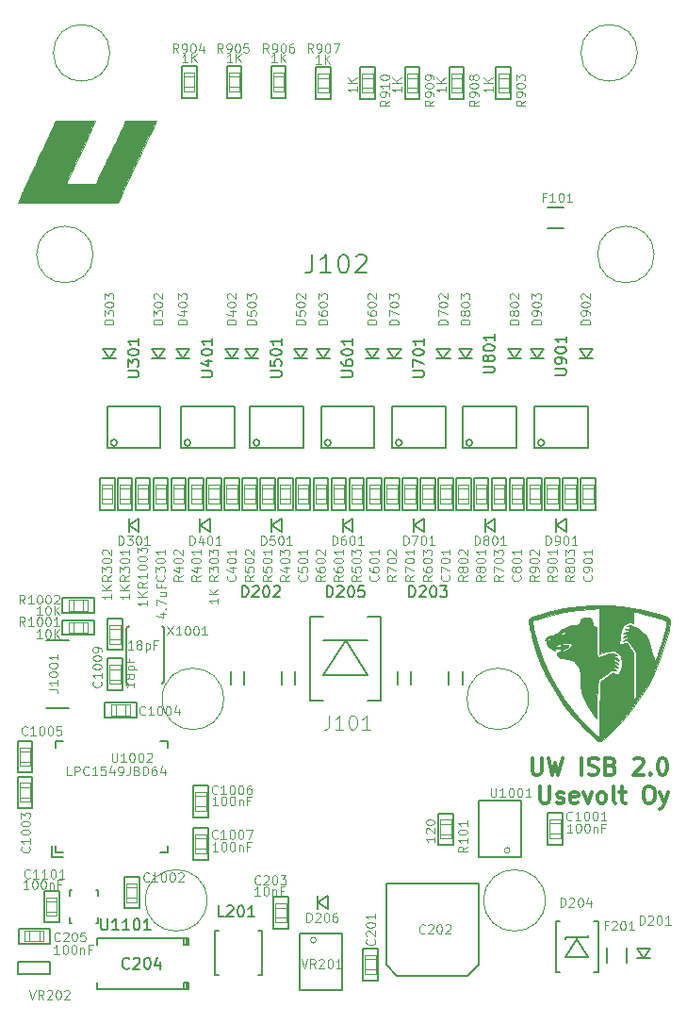
<source format=gto>
G04 #@! TF.GenerationSoftware,KiCad,Pcbnew,(5.0.0-rc2-dev-130-g0bdae22af-dirty)*
G04 #@! TF.CreationDate,2018-07-07T09:45:52+03:00*
G04 #@! TF.ProjectId,icu,6963752E6B696361645F706362000000,rev?*
G04 #@! TF.SameCoordinates,Original*
G04 #@! TF.FileFunction,Legend,Top*
G04 #@! TF.FilePolarity,Positive*
%FSLAX46Y46*%
G04 Gerber Fmt 4.6, Leading zero omitted, Abs format (unit mm)*
G04 Created by KiCad (PCBNEW (5.0.0-rc2-dev-130-g0bdae22af-dirty)) date Sat Jul  7 09:45:52 2018*
%MOMM*%
%LPD*%
G01*
G04 APERTURE LIST*
%ADD10C,0.300000*%
%ADD11C,0.198120*%
%ADD12C,0.010000*%
%ADD13C,0.203200*%
%ADD14C,0.200000*%
%ADD15C,0.100000*%
%ADD16C,0.101600*%
%ADD17C,0.127000*%
%ADD18C,0.099060*%
%ADD19C,0.076200*%
%ADD20C,0.150000*%
G04 APERTURE END LIST*
D10*
X184776428Y-117503571D02*
X184776428Y-118717857D01*
X184847857Y-118860714D01*
X184919285Y-118932142D01*
X185062142Y-119003571D01*
X185347857Y-119003571D01*
X185490714Y-118932142D01*
X185562142Y-118860714D01*
X185633571Y-118717857D01*
X185633571Y-117503571D01*
X186205000Y-117503571D02*
X186562142Y-119003571D01*
X186847857Y-117932142D01*
X187133571Y-119003571D01*
X187490714Y-117503571D01*
X189205000Y-119003571D02*
X189205000Y-117503571D01*
X189847857Y-118932142D02*
X190062142Y-119003571D01*
X190419285Y-119003571D01*
X190562142Y-118932142D01*
X190633571Y-118860714D01*
X190705000Y-118717857D01*
X190705000Y-118575000D01*
X190633571Y-118432142D01*
X190562142Y-118360714D01*
X190419285Y-118289285D01*
X190133571Y-118217857D01*
X189990714Y-118146428D01*
X189919285Y-118075000D01*
X189847857Y-117932142D01*
X189847857Y-117789285D01*
X189919285Y-117646428D01*
X189990714Y-117575000D01*
X190133571Y-117503571D01*
X190490714Y-117503571D01*
X190705000Y-117575000D01*
X191847857Y-118217857D02*
X192062142Y-118289285D01*
X192133571Y-118360714D01*
X192205000Y-118503571D01*
X192205000Y-118717857D01*
X192133571Y-118860714D01*
X192062142Y-118932142D01*
X191919285Y-119003571D01*
X191347857Y-119003571D01*
X191347857Y-117503571D01*
X191847857Y-117503571D01*
X191990714Y-117575000D01*
X192062142Y-117646428D01*
X192133571Y-117789285D01*
X192133571Y-117932142D01*
X192062142Y-118075000D01*
X191990714Y-118146428D01*
X191847857Y-118217857D01*
X191347857Y-118217857D01*
X193919285Y-117646428D02*
X193990714Y-117575000D01*
X194133571Y-117503571D01*
X194490714Y-117503571D01*
X194633571Y-117575000D01*
X194705000Y-117646428D01*
X194776428Y-117789285D01*
X194776428Y-117932142D01*
X194705000Y-118146428D01*
X193847857Y-119003571D01*
X194776428Y-119003571D01*
X195419285Y-118860714D02*
X195490714Y-118932142D01*
X195419285Y-119003571D01*
X195347857Y-118932142D01*
X195419285Y-118860714D01*
X195419285Y-119003571D01*
X196419285Y-117503571D02*
X196562142Y-117503571D01*
X196705000Y-117575000D01*
X196776428Y-117646428D01*
X196847857Y-117789285D01*
X196919285Y-118075000D01*
X196919285Y-118432142D01*
X196847857Y-118717857D01*
X196776428Y-118860714D01*
X196705000Y-118932142D01*
X196562142Y-119003571D01*
X196419285Y-119003571D01*
X196276428Y-118932142D01*
X196205000Y-118860714D01*
X196133571Y-118717857D01*
X196062142Y-118432142D01*
X196062142Y-118075000D01*
X196133571Y-117789285D01*
X196205000Y-117646428D01*
X196276428Y-117575000D01*
X196419285Y-117503571D01*
X185490714Y-120053571D02*
X185490714Y-121267857D01*
X185562142Y-121410714D01*
X185633571Y-121482142D01*
X185776428Y-121553571D01*
X186062142Y-121553571D01*
X186205000Y-121482142D01*
X186276428Y-121410714D01*
X186347857Y-121267857D01*
X186347857Y-120053571D01*
X186990714Y-121482142D02*
X187133571Y-121553571D01*
X187419285Y-121553571D01*
X187562142Y-121482142D01*
X187633571Y-121339285D01*
X187633571Y-121267857D01*
X187562142Y-121125000D01*
X187419285Y-121053571D01*
X187205000Y-121053571D01*
X187062142Y-120982142D01*
X186990714Y-120839285D01*
X186990714Y-120767857D01*
X187062142Y-120625000D01*
X187205000Y-120553571D01*
X187419285Y-120553571D01*
X187562142Y-120625000D01*
X188847857Y-121482142D02*
X188705000Y-121553571D01*
X188419285Y-121553571D01*
X188276428Y-121482142D01*
X188205000Y-121339285D01*
X188205000Y-120767857D01*
X188276428Y-120625000D01*
X188419285Y-120553571D01*
X188705000Y-120553571D01*
X188847857Y-120625000D01*
X188919285Y-120767857D01*
X188919285Y-120910714D01*
X188205000Y-121053571D01*
X189419285Y-120553571D02*
X189776428Y-121553571D01*
X190133571Y-120553571D01*
X190919285Y-121553571D02*
X190776428Y-121482142D01*
X190705000Y-121410714D01*
X190633571Y-121267857D01*
X190633571Y-120839285D01*
X190705000Y-120696428D01*
X190776428Y-120625000D01*
X190919285Y-120553571D01*
X191133571Y-120553571D01*
X191276428Y-120625000D01*
X191347857Y-120696428D01*
X191419285Y-120839285D01*
X191419285Y-121267857D01*
X191347857Y-121410714D01*
X191276428Y-121482142D01*
X191133571Y-121553571D01*
X190919285Y-121553571D01*
X192276428Y-121553571D02*
X192133571Y-121482142D01*
X192062142Y-121339285D01*
X192062142Y-120053571D01*
X192633571Y-120553571D02*
X193205000Y-120553571D01*
X192847857Y-120053571D02*
X192847857Y-121339285D01*
X192919285Y-121482142D01*
X193062142Y-121553571D01*
X193205000Y-121553571D01*
X195133571Y-120053571D02*
X195419285Y-120053571D01*
X195562142Y-120125000D01*
X195705000Y-120267857D01*
X195776428Y-120553571D01*
X195776428Y-121053571D01*
X195705000Y-121339285D01*
X195562142Y-121482142D01*
X195419285Y-121553571D01*
X195133571Y-121553571D01*
X194990714Y-121482142D01*
X194847857Y-121339285D01*
X194776428Y-121053571D01*
X194776428Y-120553571D01*
X194847857Y-120267857D01*
X194990714Y-120125000D01*
X195133571Y-120053571D01*
X196276428Y-120553571D02*
X196633571Y-121553571D01*
X196990714Y-120553571D02*
X196633571Y-121553571D01*
X196490714Y-121910714D01*
X196419285Y-121982142D01*
X196276428Y-122053571D01*
D11*
X171652180Y-128802180D02*
X179947820Y-128802180D01*
X179947820Y-128802180D02*
X179947820Y-136099600D01*
X179947820Y-136099600D02*
X178949600Y-137097820D01*
X178949600Y-137097820D02*
X172650400Y-137097820D01*
X172650400Y-137097820D02*
X171652180Y-136099600D01*
X171652180Y-136099600D02*
X171652180Y-128802180D01*
D12*
G36*
X189949322Y-104903067D02*
X190088807Y-105000100D01*
X190167031Y-105171241D01*
X190190400Y-105412050D01*
X190190400Y-105683999D01*
X190596800Y-105748985D01*
X190596800Y-107164892D01*
X190597630Y-107532316D01*
X190599975Y-107864280D01*
X190603615Y-108147901D01*
X190608330Y-108370298D01*
X190613899Y-108518589D01*
X190620103Y-108579891D01*
X190620972Y-108580799D01*
X190675706Y-108556671D01*
X190781115Y-108496846D01*
X190811472Y-108478400D01*
X190980316Y-108394194D01*
X191207499Y-108306594D01*
X191459140Y-108226018D01*
X191701355Y-108162884D01*
X191900262Y-108127610D01*
X191965394Y-108123600D01*
X192170036Y-108161654D01*
X192280272Y-108227639D01*
X192400200Y-108331679D01*
X192235100Y-108299803D01*
X192110699Y-108293696D01*
X192067758Y-108329799D01*
X192103471Y-108393561D01*
X192215031Y-108470429D01*
X192273435Y-108498602D01*
X192412986Y-108577313D01*
X192513771Y-108664585D01*
X192530871Y-108689260D01*
X192560939Y-108753203D01*
X192540667Y-108762937D01*
X192452138Y-108721483D01*
X192424451Y-108707206D01*
X192280290Y-108656070D01*
X192171098Y-108660138D01*
X192121569Y-108717618D01*
X192120800Y-108729222D01*
X192162249Y-108781900D01*
X192264216Y-108846839D01*
X192286370Y-108857801D01*
X192417399Y-108939466D01*
X192510961Y-109031182D01*
X192514853Y-109037107D01*
X192550099Y-109099497D01*
X192534405Y-109112048D01*
X192450658Y-109077098D01*
X192399573Y-109052870D01*
X192273820Y-109002178D01*
X192199145Y-109003631D01*
X192158391Y-109034698D01*
X192121796Y-109095699D01*
X192156350Y-109123933D01*
X192250865Y-109176576D01*
X192358279Y-109258870D01*
X192444665Y-109342108D01*
X192476400Y-109394694D01*
X192435745Y-109406152D01*
X192334756Y-109379213D01*
X192301317Y-109366061D01*
X192161845Y-109324940D01*
X192100168Y-109344900D01*
X192119061Y-109418503D01*
X192221301Y-109538313D01*
X192232883Y-109549406D01*
X192323206Y-109642837D01*
X192334027Y-109677875D01*
X192298600Y-109670485D01*
X192098594Y-109612018D01*
X191949163Y-109614057D01*
X191815432Y-109682142D01*
X191723054Y-109761907D01*
X191588567Y-109876537D01*
X191403789Y-110016729D01*
X191205120Y-110155066D01*
X191173551Y-110175798D01*
X191031593Y-110268559D01*
X190916455Y-110351143D01*
X190825152Y-110435012D01*
X190754700Y-110531633D01*
X190702113Y-110652468D01*
X190664406Y-110808982D01*
X190638594Y-111012640D01*
X190621692Y-111274905D01*
X190610715Y-111607243D01*
X190602677Y-112021117D01*
X190596800Y-112390800D01*
X190571400Y-113991000D01*
X190235140Y-113508400D01*
X189924021Y-113041922D01*
X189654700Y-112597524D01*
X189437410Y-112192906D01*
X189300418Y-111891387D01*
X189254446Y-111769860D01*
X189219353Y-111651074D01*
X189192779Y-111516850D01*
X189172363Y-111349010D01*
X189155744Y-111129374D01*
X189140562Y-110839765D01*
X189128900Y-110570587D01*
X189110605Y-110177749D01*
X189089644Y-109871366D01*
X189062158Y-109636300D01*
X189024289Y-109457412D01*
X188972178Y-109319564D01*
X188901966Y-109207617D01*
X188809795Y-109106435D01*
X188739213Y-109041840D01*
X188496590Y-108841180D01*
X188292218Y-108706649D01*
X188099233Y-108626386D01*
X187890771Y-108588527D01*
X187695151Y-108580799D01*
X187486748Y-108576917D01*
X187348541Y-108560275D01*
X187249262Y-108523380D01*
X187157645Y-108458742D01*
X187146297Y-108449284D01*
X187024136Y-108307924D01*
X186990000Y-108168614D01*
X187006621Y-108059077D01*
X187077257Y-108005750D01*
X187146766Y-107988106D01*
X187284659Y-107935197D01*
X187336862Y-107860785D01*
X187311987Y-107781177D01*
X187218645Y-107712679D01*
X187065448Y-107671599D01*
X186976867Y-107666400D01*
X186851287Y-107672689D01*
X186803877Y-107701071D01*
X186811511Y-107765815D01*
X186812200Y-107768000D01*
X186818400Y-107851482D01*
X186762213Y-107858284D01*
X186647545Y-107788714D01*
X186600197Y-107751245D01*
X186478979Y-107662224D01*
X186375564Y-107603527D01*
X186367990Y-107600551D01*
X186262480Y-107518801D01*
X186262116Y-107518256D01*
X186609000Y-107518256D01*
X186794336Y-107489394D01*
X186975710Y-107490603D01*
X187155732Y-107564465D01*
X187164805Y-107569764D01*
X187307373Y-107640990D01*
X187376672Y-107642593D01*
X187373723Y-107574259D01*
X187345600Y-107514000D01*
X187306693Y-107425340D01*
X187303384Y-107389595D01*
X187358570Y-107377914D01*
X187487244Y-107360776D01*
X187661704Y-107341864D01*
X187664111Y-107341627D01*
X187853112Y-107327059D01*
X187964463Y-107331503D01*
X188020799Y-107357651D01*
X188038094Y-107386128D01*
X188029629Y-107497223D01*
X187923444Y-107611026D01*
X187723209Y-107723673D01*
X187713900Y-107727832D01*
X187585408Y-107799395D01*
X187508111Y-107870611D01*
X187498000Y-107897377D01*
X187520327Y-107957423D01*
X187593574Y-107959804D01*
X187727137Y-107902154D01*
X187913136Y-107792957D01*
X188077094Y-107678296D01*
X188215290Y-107560399D01*
X188286566Y-107479689D01*
X188343203Y-107382866D01*
X188340326Y-107327738D01*
X188282410Y-107276931D01*
X188159425Y-107233042D01*
X187964114Y-107214356D01*
X187721939Y-107218513D01*
X187458362Y-107243151D01*
X187198845Y-107285909D01*
X186968852Y-107344426D01*
X186796788Y-107414705D01*
X186609000Y-107518256D01*
X186262116Y-107518256D01*
X186165181Y-107373446D01*
X186096482Y-107201748D01*
X186075789Y-107066501D01*
X186063579Y-106962038D01*
X186033873Y-106925357D01*
X186028310Y-106927630D01*
X185964130Y-106919538D01*
X185944001Y-106896959D01*
X185948879Y-106820283D01*
X185994411Y-106764024D01*
X186143320Y-106764024D01*
X186145502Y-106830886D01*
X186179046Y-106881225D01*
X186285143Y-106950333D01*
X186408444Y-106919550D01*
X186415205Y-106915359D01*
X186424968Y-106867377D01*
X186336480Y-106797409D01*
X186327441Y-106792152D01*
X186209893Y-106747555D01*
X186143320Y-106764024D01*
X185994411Y-106764024D01*
X186023649Y-106727898D01*
X186142801Y-106639044D01*
X186280827Y-106572961D01*
X186405573Y-106548800D01*
X186685033Y-106502250D01*
X186962966Y-106371874D01*
X186976933Y-106360553D01*
X187363468Y-106360553D01*
X187368911Y-106393020D01*
X187449017Y-106439962D01*
X187567871Y-106439798D01*
X187675823Y-106395502D01*
X187699353Y-106373225D01*
X187734538Y-106276885D01*
X187683448Y-106209130D01*
X187609301Y-106194815D01*
X187502253Y-106223479D01*
X187409450Y-106287678D01*
X187363468Y-106360553D01*
X186976933Y-106360553D01*
X187210089Y-106171580D01*
X187218600Y-106162649D01*
X187358112Y-106036794D01*
X187498914Y-105944142D01*
X187574200Y-105914326D01*
X187747728Y-105864826D01*
X187919014Y-105785098D01*
X188090313Y-105682152D01*
X188276447Y-105605421D01*
X188552036Y-105553403D01*
X188644933Y-105543502D01*
X189039041Y-105507400D01*
X189094020Y-105278800D01*
X189147730Y-105118646D01*
X189230684Y-105019151D01*
X189326800Y-104961378D01*
X189492950Y-104905235D01*
X189688512Y-104874467D01*
X189742212Y-104872478D01*
X189949322Y-104903067D01*
X189949322Y-104903067D01*
G37*
X189949322Y-104903067D02*
X190088807Y-105000100D01*
X190167031Y-105171241D01*
X190190400Y-105412050D01*
X190190400Y-105683999D01*
X190596800Y-105748985D01*
X190596800Y-107164892D01*
X190597630Y-107532316D01*
X190599975Y-107864280D01*
X190603615Y-108147901D01*
X190608330Y-108370298D01*
X190613899Y-108518589D01*
X190620103Y-108579891D01*
X190620972Y-108580799D01*
X190675706Y-108556671D01*
X190781115Y-108496846D01*
X190811472Y-108478400D01*
X190980316Y-108394194D01*
X191207499Y-108306594D01*
X191459140Y-108226018D01*
X191701355Y-108162884D01*
X191900262Y-108127610D01*
X191965394Y-108123600D01*
X192170036Y-108161654D01*
X192280272Y-108227639D01*
X192400200Y-108331679D01*
X192235100Y-108299803D01*
X192110699Y-108293696D01*
X192067758Y-108329799D01*
X192103471Y-108393561D01*
X192215031Y-108470429D01*
X192273435Y-108498602D01*
X192412986Y-108577313D01*
X192513771Y-108664585D01*
X192530871Y-108689260D01*
X192560939Y-108753203D01*
X192540667Y-108762937D01*
X192452138Y-108721483D01*
X192424451Y-108707206D01*
X192280290Y-108656070D01*
X192171098Y-108660138D01*
X192121569Y-108717618D01*
X192120800Y-108729222D01*
X192162249Y-108781900D01*
X192264216Y-108846839D01*
X192286370Y-108857801D01*
X192417399Y-108939466D01*
X192510961Y-109031182D01*
X192514853Y-109037107D01*
X192550099Y-109099497D01*
X192534405Y-109112048D01*
X192450658Y-109077098D01*
X192399573Y-109052870D01*
X192273820Y-109002178D01*
X192199145Y-109003631D01*
X192158391Y-109034698D01*
X192121796Y-109095699D01*
X192156350Y-109123933D01*
X192250865Y-109176576D01*
X192358279Y-109258870D01*
X192444665Y-109342108D01*
X192476400Y-109394694D01*
X192435745Y-109406152D01*
X192334756Y-109379213D01*
X192301317Y-109366061D01*
X192161845Y-109324940D01*
X192100168Y-109344900D01*
X192119061Y-109418503D01*
X192221301Y-109538313D01*
X192232883Y-109549406D01*
X192323206Y-109642837D01*
X192334027Y-109677875D01*
X192298600Y-109670485D01*
X192098594Y-109612018D01*
X191949163Y-109614057D01*
X191815432Y-109682142D01*
X191723054Y-109761907D01*
X191588567Y-109876537D01*
X191403789Y-110016729D01*
X191205120Y-110155066D01*
X191173551Y-110175798D01*
X191031593Y-110268559D01*
X190916455Y-110351143D01*
X190825152Y-110435012D01*
X190754700Y-110531633D01*
X190702113Y-110652468D01*
X190664406Y-110808982D01*
X190638594Y-111012640D01*
X190621692Y-111274905D01*
X190610715Y-111607243D01*
X190602677Y-112021117D01*
X190596800Y-112390800D01*
X190571400Y-113991000D01*
X190235140Y-113508400D01*
X189924021Y-113041922D01*
X189654700Y-112597524D01*
X189437410Y-112192906D01*
X189300418Y-111891387D01*
X189254446Y-111769860D01*
X189219353Y-111651074D01*
X189192779Y-111516850D01*
X189172363Y-111349010D01*
X189155744Y-111129374D01*
X189140562Y-110839765D01*
X189128900Y-110570587D01*
X189110605Y-110177749D01*
X189089644Y-109871366D01*
X189062158Y-109636300D01*
X189024289Y-109457412D01*
X188972178Y-109319564D01*
X188901966Y-109207617D01*
X188809795Y-109106435D01*
X188739213Y-109041840D01*
X188496590Y-108841180D01*
X188292218Y-108706649D01*
X188099233Y-108626386D01*
X187890771Y-108588527D01*
X187695151Y-108580799D01*
X187486748Y-108576917D01*
X187348541Y-108560275D01*
X187249262Y-108523380D01*
X187157645Y-108458742D01*
X187146297Y-108449284D01*
X187024136Y-108307924D01*
X186990000Y-108168614D01*
X187006621Y-108059077D01*
X187077257Y-108005750D01*
X187146766Y-107988106D01*
X187284659Y-107935197D01*
X187336862Y-107860785D01*
X187311987Y-107781177D01*
X187218645Y-107712679D01*
X187065448Y-107671599D01*
X186976867Y-107666400D01*
X186851287Y-107672689D01*
X186803877Y-107701071D01*
X186811511Y-107765815D01*
X186812200Y-107768000D01*
X186818400Y-107851482D01*
X186762213Y-107858284D01*
X186647545Y-107788714D01*
X186600197Y-107751245D01*
X186478979Y-107662224D01*
X186375564Y-107603527D01*
X186367990Y-107600551D01*
X186262480Y-107518801D01*
X186262116Y-107518256D01*
X186609000Y-107518256D01*
X186794336Y-107489394D01*
X186975710Y-107490603D01*
X187155732Y-107564465D01*
X187164805Y-107569764D01*
X187307373Y-107640990D01*
X187376672Y-107642593D01*
X187373723Y-107574259D01*
X187345600Y-107514000D01*
X187306693Y-107425340D01*
X187303384Y-107389595D01*
X187358570Y-107377914D01*
X187487244Y-107360776D01*
X187661704Y-107341864D01*
X187664111Y-107341627D01*
X187853112Y-107327059D01*
X187964463Y-107331503D01*
X188020799Y-107357651D01*
X188038094Y-107386128D01*
X188029629Y-107497223D01*
X187923444Y-107611026D01*
X187723209Y-107723673D01*
X187713900Y-107727832D01*
X187585408Y-107799395D01*
X187508111Y-107870611D01*
X187498000Y-107897377D01*
X187520327Y-107957423D01*
X187593574Y-107959804D01*
X187727137Y-107902154D01*
X187913136Y-107792957D01*
X188077094Y-107678296D01*
X188215290Y-107560399D01*
X188286566Y-107479689D01*
X188343203Y-107382866D01*
X188340326Y-107327738D01*
X188282410Y-107276931D01*
X188159425Y-107233042D01*
X187964114Y-107214356D01*
X187721939Y-107218513D01*
X187458362Y-107243151D01*
X187198845Y-107285909D01*
X186968852Y-107344426D01*
X186796788Y-107414705D01*
X186609000Y-107518256D01*
X186262116Y-107518256D01*
X186165181Y-107373446D01*
X186096482Y-107201748D01*
X186075789Y-107066501D01*
X186063579Y-106962038D01*
X186033873Y-106925357D01*
X186028310Y-106927630D01*
X185964130Y-106919538D01*
X185944001Y-106896959D01*
X185948879Y-106820283D01*
X185994411Y-106764024D01*
X186143320Y-106764024D01*
X186145502Y-106830886D01*
X186179046Y-106881225D01*
X186285143Y-106950333D01*
X186408444Y-106919550D01*
X186415205Y-106915359D01*
X186424968Y-106867377D01*
X186336480Y-106797409D01*
X186327441Y-106792152D01*
X186209893Y-106747555D01*
X186143320Y-106764024D01*
X185994411Y-106764024D01*
X186023649Y-106727898D01*
X186142801Y-106639044D01*
X186280827Y-106572961D01*
X186405573Y-106548800D01*
X186685033Y-106502250D01*
X186962966Y-106371874D01*
X186976933Y-106360553D01*
X187363468Y-106360553D01*
X187368911Y-106393020D01*
X187449017Y-106439962D01*
X187567871Y-106439798D01*
X187675823Y-106395502D01*
X187699353Y-106373225D01*
X187734538Y-106276885D01*
X187683448Y-106209130D01*
X187609301Y-106194815D01*
X187502253Y-106223479D01*
X187409450Y-106287678D01*
X187363468Y-106360553D01*
X186976933Y-106360553D01*
X187210089Y-106171580D01*
X187218600Y-106162649D01*
X187358112Y-106036794D01*
X187498914Y-105944142D01*
X187574200Y-105914326D01*
X187747728Y-105864826D01*
X187919014Y-105785098D01*
X188090313Y-105682152D01*
X188276447Y-105605421D01*
X188552036Y-105553403D01*
X188644933Y-105543502D01*
X189039041Y-105507400D01*
X189094020Y-105278800D01*
X189147730Y-105118646D01*
X189230684Y-105019151D01*
X189326800Y-104961378D01*
X189492950Y-104905235D01*
X189688512Y-104874467D01*
X189742212Y-104872478D01*
X189949322Y-104903067D01*
G36*
X191845004Y-103807593D02*
X192820670Y-103898682D01*
X193811336Y-104043565D01*
X194795370Y-104239254D01*
X195751138Y-104482762D01*
X196381610Y-104676696D01*
X196627510Y-104763261D01*
X196845063Y-104849208D01*
X197012114Y-104925144D01*
X197106506Y-104981673D01*
X197111288Y-104986088D01*
X197159259Y-105053963D01*
X197184326Y-105148889D01*
X197185565Y-105285153D01*
X197162048Y-105477044D01*
X197112851Y-105738852D01*
X197041288Y-106066200D01*
X196693508Y-107375123D01*
X196253958Y-108645830D01*
X195725132Y-109873758D01*
X195109525Y-111054348D01*
X194409632Y-112183036D01*
X193627949Y-113255264D01*
X192766969Y-114266468D01*
X192274108Y-114781368D01*
X191886709Y-115163752D01*
X191561680Y-115470893D01*
X191296010Y-115705321D01*
X191086688Y-115869563D01*
X190930704Y-115966147D01*
X190825400Y-115997600D01*
X190721740Y-115964163D01*
X190568185Y-115872787D01*
X190387184Y-115736868D01*
X190383537Y-115733868D01*
X189948843Y-115351347D01*
X189482846Y-114897523D01*
X189001883Y-114390833D01*
X188522290Y-113849713D01*
X188060401Y-113292600D01*
X187632554Y-112737931D01*
X187255083Y-112204141D01*
X187252233Y-112199888D01*
X186577708Y-111121941D01*
X185996622Y-110037207D01*
X185501363Y-108928334D01*
X185084322Y-107777968D01*
X184737888Y-106568755D01*
X184680803Y-106336689D01*
X184590281Y-105952058D01*
X184524994Y-105652835D01*
X184483640Y-105426355D01*
X184465779Y-105267599D01*
X184779069Y-105267599D01*
X184783176Y-105318767D01*
X184988537Y-106243043D01*
X185210371Y-107088508D01*
X185456124Y-107877551D01*
X185733240Y-108632559D01*
X186049164Y-109375922D01*
X186327271Y-109961971D01*
X186968507Y-111143887D01*
X187695820Y-112271880D01*
X188508826Y-113345379D01*
X189033523Y-113958529D01*
X189233241Y-114175563D01*
X189457301Y-114408717D01*
X189694595Y-114647533D01*
X189934014Y-114881556D01*
X190164452Y-115100326D01*
X190374801Y-115293386D01*
X190553951Y-115450280D01*
X190690796Y-115560549D01*
X190774227Y-115613737D01*
X190793124Y-115615079D01*
X190800155Y-115559291D01*
X190807722Y-115411987D01*
X190815586Y-115183248D01*
X190823506Y-114883153D01*
X190831244Y-114521783D01*
X190838559Y-114109219D01*
X190845214Y-113655542D01*
X190850800Y-113186737D01*
X190857994Y-112580782D01*
X190865813Y-112070472D01*
X190874466Y-111649850D01*
X190884162Y-111312961D01*
X190895110Y-111053851D01*
X190907518Y-110866564D01*
X190921597Y-110745145D01*
X190937555Y-110683638D01*
X190938718Y-110681473D01*
X191011252Y-110601669D01*
X191144274Y-110492859D01*
X191310469Y-110377162D01*
X191329311Y-110365149D01*
X191520890Y-110237888D01*
X191705518Y-110104868D01*
X191840834Y-109996882D01*
X192024281Y-109835813D01*
X192270507Y-109951138D01*
X192451482Y-110021610D01*
X192563946Y-110026542D01*
X192618814Y-109963749D01*
X192628800Y-109879422D01*
X192659917Y-109758794D01*
X192705000Y-109698400D01*
X192763012Y-109602180D01*
X192781200Y-109499139D01*
X192799585Y-109377721D01*
X192833887Y-109310432D01*
X192859812Y-109213639D01*
X192837597Y-109128922D01*
X192815696Y-108999217D01*
X192839184Y-108949535D01*
X192856643Y-108860652D01*
X192810074Y-108708281D01*
X192758019Y-108555605D01*
X192731327Y-108422407D01*
X192730400Y-108402707D01*
X192687761Y-108285387D01*
X192577346Y-108152280D01*
X192425402Y-108026092D01*
X192258179Y-107929530D01*
X192137787Y-107890070D01*
X191936194Y-107881564D01*
X191673860Y-107912990D01*
X191381033Y-107979072D01*
X191094510Y-108072036D01*
X190850800Y-108164638D01*
X190850800Y-107090802D01*
X192609654Y-107090802D01*
X192609889Y-107183740D01*
X192688670Y-107236118D01*
X192851864Y-107249773D01*
X193061124Y-107232336D01*
X193236017Y-107219211D01*
X193328193Y-107232590D01*
X193340000Y-107248807D01*
X193367979Y-107310122D01*
X193443059Y-107432178D01*
X193551949Y-107594014D01*
X193619400Y-107689548D01*
X193898800Y-108078973D01*
X193900405Y-110196786D01*
X193902010Y-112314600D01*
X194152800Y-112029534D01*
X194152800Y-108028325D01*
X193815913Y-107529862D01*
X193677140Y-107330035D01*
X193552411Y-107160445D01*
X193455885Y-107039715D01*
X193403510Y-106987416D01*
X193307497Y-106965814D01*
X193161888Y-106966407D01*
X193118097Y-106971068D01*
X192908200Y-106998704D01*
X193028127Y-106900752D01*
X193155795Y-106828667D01*
X193269427Y-106802800D01*
X193366119Y-106776621D01*
X193390800Y-106701200D01*
X193352352Y-106618932D01*
X193240188Y-106601942D01*
X193063907Y-106649142D01*
X192970044Y-106672029D01*
X192933600Y-106657142D01*
X192975841Y-106610418D01*
X193081710Y-106544608D01*
X193219921Y-106476879D01*
X193355919Y-106425396D01*
X193428591Y-106384745D01*
X193418360Y-106343924D01*
X193343304Y-106313980D01*
X193221500Y-106305960D01*
X193168313Y-106310747D01*
X192959000Y-106338304D01*
X193078927Y-106240352D01*
X193218854Y-106167365D01*
X193349861Y-106142400D01*
X193458514Y-106125613D01*
X193482464Y-106085654D01*
X193430919Y-106038125D01*
X193313086Y-105998628D01*
X193259829Y-105989836D01*
X193151605Y-105965586D01*
X193133128Y-105937216D01*
X193193071Y-105910906D01*
X193320104Y-105892837D01*
X193445754Y-105888400D01*
X193590207Y-105873243D01*
X193644098Y-105826197D01*
X193644800Y-105817635D01*
X193598533Y-105737957D01*
X193471595Y-105692078D01*
X193373945Y-105684422D01*
X193302159Y-105676324D01*
X193323230Y-105645682D01*
X193340000Y-105634400D01*
X193496790Y-105587482D01*
X193707474Y-105617267D01*
X193977099Y-105724567D01*
X194013616Y-105742671D01*
X194247145Y-105877166D01*
X194491203Y-106045561D01*
X194723915Y-106229859D01*
X194923408Y-106412062D01*
X195067807Y-106574175D01*
X195116928Y-106650400D01*
X195163187Y-106762652D01*
X195228265Y-106950184D01*
X195304711Y-107190130D01*
X195385068Y-107459624D01*
X195415017Y-107564800D01*
X195496630Y-107850669D01*
X195577791Y-108126722D01*
X195650517Y-108366337D01*
X195706820Y-108542888D01*
X195719743Y-108580800D01*
X195817584Y-108860200D01*
X195928793Y-108606200D01*
X196052671Y-108296030D01*
X196188360Y-107909603D01*
X196328934Y-107470518D01*
X196467467Y-107002373D01*
X196597032Y-106528769D01*
X196710703Y-106073305D01*
X196801554Y-105659580D01*
X196817443Y-105578331D01*
X196850450Y-105374323D01*
X196854577Y-105249952D01*
X196830224Y-105187564D01*
X196826380Y-105184169D01*
X196730895Y-105134389D01*
X196553330Y-105066589D01*
X196310638Y-104985441D01*
X196019771Y-104895619D01*
X195697685Y-104801794D01*
X195361330Y-104708639D01*
X195027662Y-104620826D01*
X194713632Y-104543028D01*
X194436195Y-104479918D01*
X194212303Y-104436167D01*
X194058909Y-104416449D01*
X194038500Y-104415802D01*
X193898800Y-104415200D01*
X193898800Y-105378456D01*
X193682900Y-105350760D01*
X193482673Y-105359535D01*
X193273182Y-105422746D01*
X193089441Y-105524938D01*
X192966469Y-105650658D01*
X192954662Y-105672150D01*
X192874426Y-105802765D01*
X192808628Y-105886158D01*
X192748994Y-105995744D01*
X192750515Y-106070746D01*
X192748873Y-106178527D01*
X192722256Y-106228412D01*
X192689907Y-106314637D01*
X192665009Y-106468040D01*
X192653557Y-106641073D01*
X192644126Y-106833795D01*
X192627496Y-106998738D01*
X192609654Y-107090802D01*
X190850800Y-107090802D01*
X190850800Y-104094493D01*
X190076100Y-104127055D01*
X188870863Y-104216195D01*
X187709423Y-104382943D01*
X186564642Y-104632167D01*
X185440600Y-104958570D01*
X185169674Y-105048221D01*
X184982051Y-105116282D01*
X184863739Y-105170421D01*
X184800742Y-105218304D01*
X184779069Y-105267599D01*
X184465779Y-105267599D01*
X184464918Y-105259952D01*
X184467527Y-105140961D01*
X184490167Y-105056717D01*
X184531537Y-104994553D01*
X184541843Y-104983756D01*
X184644465Y-104918291D01*
X184831888Y-104835562D01*
X185089635Y-104739884D01*
X185403224Y-104635574D01*
X185758178Y-104526948D01*
X186140015Y-104418321D01*
X186534258Y-104314010D01*
X186926425Y-104218331D01*
X187302039Y-104135600D01*
X187548800Y-104087441D01*
X188318177Y-103965758D01*
X189164281Y-103868371D01*
X190025208Y-103798749D01*
X190905973Y-103773286D01*
X191845004Y-103807593D01*
X191845004Y-103807593D01*
G37*
X191845004Y-103807593D02*
X192820670Y-103898682D01*
X193811336Y-104043565D01*
X194795370Y-104239254D01*
X195751138Y-104482762D01*
X196381610Y-104676696D01*
X196627510Y-104763261D01*
X196845063Y-104849208D01*
X197012114Y-104925144D01*
X197106506Y-104981673D01*
X197111288Y-104986088D01*
X197159259Y-105053963D01*
X197184326Y-105148889D01*
X197185565Y-105285153D01*
X197162048Y-105477044D01*
X197112851Y-105738852D01*
X197041288Y-106066200D01*
X196693508Y-107375123D01*
X196253958Y-108645830D01*
X195725132Y-109873758D01*
X195109525Y-111054348D01*
X194409632Y-112183036D01*
X193627949Y-113255264D01*
X192766969Y-114266468D01*
X192274108Y-114781368D01*
X191886709Y-115163752D01*
X191561680Y-115470893D01*
X191296010Y-115705321D01*
X191086688Y-115869563D01*
X190930704Y-115966147D01*
X190825400Y-115997600D01*
X190721740Y-115964163D01*
X190568185Y-115872787D01*
X190387184Y-115736868D01*
X190383537Y-115733868D01*
X189948843Y-115351347D01*
X189482846Y-114897523D01*
X189001883Y-114390833D01*
X188522290Y-113849713D01*
X188060401Y-113292600D01*
X187632554Y-112737931D01*
X187255083Y-112204141D01*
X187252233Y-112199888D01*
X186577708Y-111121941D01*
X185996622Y-110037207D01*
X185501363Y-108928334D01*
X185084322Y-107777968D01*
X184737888Y-106568755D01*
X184680803Y-106336689D01*
X184590281Y-105952058D01*
X184524994Y-105652835D01*
X184483640Y-105426355D01*
X184465779Y-105267599D01*
X184779069Y-105267599D01*
X184783176Y-105318767D01*
X184988537Y-106243043D01*
X185210371Y-107088508D01*
X185456124Y-107877551D01*
X185733240Y-108632559D01*
X186049164Y-109375922D01*
X186327271Y-109961971D01*
X186968507Y-111143887D01*
X187695820Y-112271880D01*
X188508826Y-113345379D01*
X189033523Y-113958529D01*
X189233241Y-114175563D01*
X189457301Y-114408717D01*
X189694595Y-114647533D01*
X189934014Y-114881556D01*
X190164452Y-115100326D01*
X190374801Y-115293386D01*
X190553951Y-115450280D01*
X190690796Y-115560549D01*
X190774227Y-115613737D01*
X190793124Y-115615079D01*
X190800155Y-115559291D01*
X190807722Y-115411987D01*
X190815586Y-115183248D01*
X190823506Y-114883153D01*
X190831244Y-114521783D01*
X190838559Y-114109219D01*
X190845214Y-113655542D01*
X190850800Y-113186737D01*
X190857994Y-112580782D01*
X190865813Y-112070472D01*
X190874466Y-111649850D01*
X190884162Y-111312961D01*
X190895110Y-111053851D01*
X190907518Y-110866564D01*
X190921597Y-110745145D01*
X190937555Y-110683638D01*
X190938718Y-110681473D01*
X191011252Y-110601669D01*
X191144274Y-110492859D01*
X191310469Y-110377162D01*
X191329311Y-110365149D01*
X191520890Y-110237888D01*
X191705518Y-110104868D01*
X191840834Y-109996882D01*
X192024281Y-109835813D01*
X192270507Y-109951138D01*
X192451482Y-110021610D01*
X192563946Y-110026542D01*
X192618814Y-109963749D01*
X192628800Y-109879422D01*
X192659917Y-109758794D01*
X192705000Y-109698400D01*
X192763012Y-109602180D01*
X192781200Y-109499139D01*
X192799585Y-109377721D01*
X192833887Y-109310432D01*
X192859812Y-109213639D01*
X192837597Y-109128922D01*
X192815696Y-108999217D01*
X192839184Y-108949535D01*
X192856643Y-108860652D01*
X192810074Y-108708281D01*
X192758019Y-108555605D01*
X192731327Y-108422407D01*
X192730400Y-108402707D01*
X192687761Y-108285387D01*
X192577346Y-108152280D01*
X192425402Y-108026092D01*
X192258179Y-107929530D01*
X192137787Y-107890070D01*
X191936194Y-107881564D01*
X191673860Y-107912990D01*
X191381033Y-107979072D01*
X191094510Y-108072036D01*
X190850800Y-108164638D01*
X190850800Y-107090802D01*
X192609654Y-107090802D01*
X192609889Y-107183740D01*
X192688670Y-107236118D01*
X192851864Y-107249773D01*
X193061124Y-107232336D01*
X193236017Y-107219211D01*
X193328193Y-107232590D01*
X193340000Y-107248807D01*
X193367979Y-107310122D01*
X193443059Y-107432178D01*
X193551949Y-107594014D01*
X193619400Y-107689548D01*
X193898800Y-108078973D01*
X193900405Y-110196786D01*
X193902010Y-112314600D01*
X194152800Y-112029534D01*
X194152800Y-108028325D01*
X193815913Y-107529862D01*
X193677140Y-107330035D01*
X193552411Y-107160445D01*
X193455885Y-107039715D01*
X193403510Y-106987416D01*
X193307497Y-106965814D01*
X193161888Y-106966407D01*
X193118097Y-106971068D01*
X192908200Y-106998704D01*
X193028127Y-106900752D01*
X193155795Y-106828667D01*
X193269427Y-106802800D01*
X193366119Y-106776621D01*
X193390800Y-106701200D01*
X193352352Y-106618932D01*
X193240188Y-106601942D01*
X193063907Y-106649142D01*
X192970044Y-106672029D01*
X192933600Y-106657142D01*
X192975841Y-106610418D01*
X193081710Y-106544608D01*
X193219921Y-106476879D01*
X193355919Y-106425396D01*
X193428591Y-106384745D01*
X193418360Y-106343924D01*
X193343304Y-106313980D01*
X193221500Y-106305960D01*
X193168313Y-106310747D01*
X192959000Y-106338304D01*
X193078927Y-106240352D01*
X193218854Y-106167365D01*
X193349861Y-106142400D01*
X193458514Y-106125613D01*
X193482464Y-106085654D01*
X193430919Y-106038125D01*
X193313086Y-105998628D01*
X193259829Y-105989836D01*
X193151605Y-105965586D01*
X193133128Y-105937216D01*
X193193071Y-105910906D01*
X193320104Y-105892837D01*
X193445754Y-105888400D01*
X193590207Y-105873243D01*
X193644098Y-105826197D01*
X193644800Y-105817635D01*
X193598533Y-105737957D01*
X193471595Y-105692078D01*
X193373945Y-105684422D01*
X193302159Y-105676324D01*
X193323230Y-105645682D01*
X193340000Y-105634400D01*
X193496790Y-105587482D01*
X193707474Y-105617267D01*
X193977099Y-105724567D01*
X194013616Y-105742671D01*
X194247145Y-105877166D01*
X194491203Y-106045561D01*
X194723915Y-106229859D01*
X194923408Y-106412062D01*
X195067807Y-106574175D01*
X195116928Y-106650400D01*
X195163187Y-106762652D01*
X195228265Y-106950184D01*
X195304711Y-107190130D01*
X195385068Y-107459624D01*
X195415017Y-107564800D01*
X195496630Y-107850669D01*
X195577791Y-108126722D01*
X195650517Y-108366337D01*
X195706820Y-108542888D01*
X195719743Y-108580800D01*
X195817584Y-108860200D01*
X195928793Y-108606200D01*
X196052671Y-108296030D01*
X196188360Y-107909603D01*
X196328934Y-107470518D01*
X196467467Y-107002373D01*
X196597032Y-106528769D01*
X196710703Y-106073305D01*
X196801554Y-105659580D01*
X196817443Y-105578331D01*
X196850450Y-105374323D01*
X196854577Y-105249952D01*
X196830224Y-105187564D01*
X196826380Y-105184169D01*
X196730895Y-105134389D01*
X196553330Y-105066589D01*
X196310638Y-104985441D01*
X196019771Y-104895619D01*
X195697685Y-104801794D01*
X195361330Y-104708639D01*
X195027662Y-104620826D01*
X194713632Y-104543028D01*
X194436195Y-104479918D01*
X194212303Y-104436167D01*
X194058909Y-104416449D01*
X194038500Y-104415802D01*
X193898800Y-104415200D01*
X193898800Y-105378456D01*
X193682900Y-105350760D01*
X193482673Y-105359535D01*
X193273182Y-105422746D01*
X193089441Y-105524938D01*
X192966469Y-105650658D01*
X192954662Y-105672150D01*
X192874426Y-105802765D01*
X192808628Y-105886158D01*
X192748994Y-105995744D01*
X192750515Y-106070746D01*
X192748873Y-106178527D01*
X192722256Y-106228412D01*
X192689907Y-106314637D01*
X192665009Y-106468040D01*
X192653557Y-106641073D01*
X192644126Y-106833795D01*
X192627496Y-106998738D01*
X192609654Y-107090802D01*
X190850800Y-107090802D01*
X190850800Y-104094493D01*
X190076100Y-104127055D01*
X188870863Y-104216195D01*
X187709423Y-104382943D01*
X186564642Y-104632167D01*
X185440600Y-104958570D01*
X185169674Y-105048221D01*
X184982051Y-105116282D01*
X184863739Y-105170421D01*
X184800742Y-105218304D01*
X184779069Y-105267599D01*
X184465779Y-105267599D01*
X184464918Y-105259952D01*
X184467527Y-105140961D01*
X184490167Y-105056717D01*
X184531537Y-104994553D01*
X184541843Y-104983756D01*
X184644465Y-104918291D01*
X184831888Y-104835562D01*
X185089635Y-104739884D01*
X185403224Y-104635574D01*
X185758178Y-104526948D01*
X186140015Y-104418321D01*
X186534258Y-104314010D01*
X186926425Y-104218331D01*
X187302039Y-104135600D01*
X187548800Y-104087441D01*
X188318177Y-103965758D01*
X189164281Y-103868371D01*
X190025208Y-103798749D01*
X190905973Y-103773286D01*
X191845004Y-103807593D01*
G36*
X149993339Y-60292237D02*
X150318072Y-60294036D01*
X150593984Y-60296824D01*
X150807953Y-60300428D01*
X150946857Y-60304677D01*
X150997575Y-60309398D01*
X150997599Y-60309507D01*
X150977321Y-60359800D01*
X150922221Y-60482986D01*
X150840905Y-60660106D01*
X150749766Y-60855607D01*
X150588743Y-61198504D01*
X150406057Y-61587048D01*
X150206704Y-62010652D01*
X149995680Y-62458728D01*
X149777981Y-62920689D01*
X149558605Y-63385946D01*
X149342547Y-63843913D01*
X149134804Y-64284001D01*
X148940373Y-64695624D01*
X148764248Y-65068193D01*
X148611428Y-65391122D01*
X148486908Y-65653821D01*
X148395684Y-65845705D01*
X148342941Y-65955800D01*
X148256327Y-66138576D01*
X148142679Y-66384204D01*
X148015831Y-66662513D01*
X147889613Y-66943335D01*
X147871283Y-66984500D01*
X147571985Y-67657600D01*
X138595553Y-67657600D01*
X138629919Y-67549322D01*
X138661378Y-67471188D01*
X138728845Y-67317101D01*
X138825117Y-67103059D01*
X138942988Y-66845061D01*
X139075255Y-66559104D01*
X139093172Y-66520622D01*
X139197132Y-66297243D01*
X139338053Y-65994029D01*
X139510200Y-65623337D01*
X139707841Y-65197526D01*
X139925240Y-64728953D01*
X140156663Y-64229977D01*
X140396377Y-63712956D01*
X140638646Y-63190247D01*
X140751330Y-62947063D01*
X141980600Y-60293927D01*
X143768489Y-60292763D01*
X145556379Y-60291600D01*
X145434005Y-60558300D01*
X145389767Y-60654145D01*
X145307103Y-60832679D01*
X145190396Y-61084453D01*
X145044031Y-61400015D01*
X144872392Y-61769916D01*
X144679866Y-62184704D01*
X144470835Y-62634931D01*
X144249685Y-63111145D01*
X144119978Y-63390400D01*
X142928324Y-65955800D01*
X144229046Y-65969376D01*
X144582968Y-65971592D01*
X144903111Y-65970772D01*
X145175526Y-65967182D01*
X145386264Y-65961086D01*
X145521379Y-65952750D01*
X145566473Y-65943976D01*
X145594752Y-65891667D01*
X145662021Y-65756298D01*
X145764019Y-65546744D01*
X145896487Y-65271880D01*
X146055165Y-64940580D01*
X146235793Y-64561721D01*
X146434111Y-64144175D01*
X146645859Y-63696820D01*
X146694618Y-63593600D01*
X146917620Y-63121642D01*
X147135182Y-62661783D01*
X147341923Y-62225353D01*
X147532462Y-61823684D01*
X147701421Y-61468109D01*
X147843419Y-61169959D01*
X147953076Y-60940566D01*
X148025012Y-60791262D01*
X148027134Y-60786900D01*
X148268212Y-60291600D01*
X149632906Y-60291600D01*
X149993339Y-60292237D01*
X149993339Y-60292237D01*
G37*
X149993339Y-60292237D02*
X150318072Y-60294036D01*
X150593984Y-60296824D01*
X150807953Y-60300428D01*
X150946857Y-60304677D01*
X150997575Y-60309398D01*
X150997599Y-60309507D01*
X150977321Y-60359800D01*
X150922221Y-60482986D01*
X150840905Y-60660106D01*
X150749766Y-60855607D01*
X150588743Y-61198504D01*
X150406057Y-61587048D01*
X150206704Y-62010652D01*
X149995680Y-62458728D01*
X149777981Y-62920689D01*
X149558605Y-63385946D01*
X149342547Y-63843913D01*
X149134804Y-64284001D01*
X148940373Y-64695624D01*
X148764248Y-65068193D01*
X148611428Y-65391122D01*
X148486908Y-65653821D01*
X148395684Y-65845705D01*
X148342941Y-65955800D01*
X148256327Y-66138576D01*
X148142679Y-66384204D01*
X148015831Y-66662513D01*
X147889613Y-66943335D01*
X147871283Y-66984500D01*
X147571985Y-67657600D01*
X138595553Y-67657600D01*
X138629919Y-67549322D01*
X138661378Y-67471188D01*
X138728845Y-67317101D01*
X138825117Y-67103059D01*
X138942988Y-66845061D01*
X139075255Y-66559104D01*
X139093172Y-66520622D01*
X139197132Y-66297243D01*
X139338053Y-65994029D01*
X139510200Y-65623337D01*
X139707841Y-65197526D01*
X139925240Y-64728953D01*
X140156663Y-64229977D01*
X140396377Y-63712956D01*
X140638646Y-63190247D01*
X140751330Y-62947063D01*
X141980600Y-60293927D01*
X143768489Y-60292763D01*
X145556379Y-60291600D01*
X145434005Y-60558300D01*
X145389767Y-60654145D01*
X145307103Y-60832679D01*
X145190396Y-61084453D01*
X145044031Y-61400015D01*
X144872392Y-61769916D01*
X144679866Y-62184704D01*
X144470835Y-62634931D01*
X144249685Y-63111145D01*
X144119978Y-63390400D01*
X142928324Y-65955800D01*
X144229046Y-65969376D01*
X144582968Y-65971592D01*
X144903111Y-65970772D01*
X145175526Y-65967182D01*
X145386264Y-65961086D01*
X145521379Y-65952750D01*
X145566473Y-65943976D01*
X145594752Y-65891667D01*
X145662021Y-65756298D01*
X145764019Y-65546744D01*
X145896487Y-65271880D01*
X146055165Y-64940580D01*
X146235793Y-64561721D01*
X146434111Y-64144175D01*
X146645859Y-63696820D01*
X146694618Y-63593600D01*
X146917620Y-63121642D01*
X147135182Y-62661783D01*
X147341923Y-62225353D01*
X147532462Y-61823684D01*
X147701421Y-61468109D01*
X147843419Y-61169959D01*
X147953076Y-60940566D01*
X148025012Y-60791262D01*
X148027134Y-60786900D01*
X148268212Y-60291600D01*
X149632906Y-60291600D01*
X149993339Y-60292237D01*
D13*
X195399440Y-134600420D02*
X194200560Y-134600420D01*
X194200560Y-134600420D02*
X194800000Y-135499580D01*
X194800000Y-135499580D02*
X195399440Y-134600420D01*
X195399440Y-135499580D02*
X194200560Y-135499580D01*
D14*
X152060400Y-92377600D02*
X150739600Y-92377600D01*
X152060400Y-95222400D02*
X152060400Y-92377600D01*
X150739600Y-95222400D02*
X152060400Y-95222400D01*
X150739600Y-92377600D02*
X150739600Y-95222400D01*
D15*
X151882600Y-94257200D02*
X150917400Y-94257200D01*
X150917400Y-94257200D02*
X150917400Y-94638200D01*
X151882600Y-94638200D02*
X151882600Y-94257200D01*
X150917400Y-93342800D02*
X151882600Y-93342800D01*
X151882600Y-93342800D02*
X151882600Y-92961800D01*
X150917400Y-92961800D02*
X150917400Y-93342800D01*
X151882600Y-94257200D02*
X151882600Y-93342800D01*
X151882600Y-92961800D02*
X150917400Y-92961800D01*
X150917400Y-93342800D02*
X150917400Y-94257200D01*
X150917400Y-94638200D02*
X151882600Y-94638200D01*
X161717400Y-132238200D02*
X162682600Y-132238200D01*
X161717400Y-130942800D02*
X161717400Y-131857200D01*
X162682600Y-130561800D02*
X161717400Y-130561800D01*
X162682600Y-131857200D02*
X162682600Y-130942800D01*
X161717400Y-130561800D02*
X161717400Y-130942800D01*
X162682600Y-130942800D02*
X162682600Y-130561800D01*
X161717400Y-130942800D02*
X162682600Y-130942800D01*
X162682600Y-132238200D02*
X162682600Y-131857200D01*
X161717400Y-131857200D02*
X161717400Y-132238200D01*
X162682600Y-131857200D02*
X161717400Y-131857200D01*
D14*
X161539600Y-129977600D02*
X161539600Y-132822400D01*
X161539600Y-132822400D02*
X162860400Y-132822400D01*
X162860400Y-132822400D02*
X162860400Y-129977600D01*
X162860400Y-129977600D02*
X161539600Y-129977600D01*
X141472400Y-134160400D02*
X141472400Y-132839600D01*
X138627600Y-134160400D02*
X141472400Y-134160400D01*
X138627600Y-132839600D02*
X138627600Y-134160400D01*
X141472400Y-132839600D02*
X138627600Y-132839600D01*
D15*
X139592800Y-133982600D02*
X139592800Y-133017400D01*
X139592800Y-133017400D02*
X139211800Y-133017400D01*
X139211800Y-133982600D02*
X139592800Y-133982600D01*
X140507200Y-133017400D02*
X140507200Y-133982600D01*
X140507200Y-133982600D02*
X140888200Y-133982600D01*
X140888200Y-133017400D02*
X140507200Y-133017400D01*
X139592800Y-133982600D02*
X140507200Y-133982600D01*
X140888200Y-133982600D02*
X140888200Y-133017400D01*
X140507200Y-133017400D02*
X139592800Y-133017400D01*
X139211800Y-133017400D02*
X139211800Y-133982600D01*
D13*
X191500840Y-135898500D02*
X191500840Y-134501500D01*
X193299160Y-135898500D02*
X193299160Y-134501500D01*
D14*
X169589600Y-137472400D02*
X170910400Y-137472400D01*
X169589600Y-134627600D02*
X169589600Y-137472400D01*
X170910400Y-134627600D02*
X169589600Y-134627600D01*
X170910400Y-137472400D02*
X170910400Y-134627600D01*
D15*
X169767400Y-135592800D02*
X170732600Y-135592800D01*
X170732600Y-135592800D02*
X170732600Y-135211800D01*
X169767400Y-135211800D02*
X169767400Y-135592800D01*
X170732600Y-136507200D02*
X169767400Y-136507200D01*
X169767400Y-136507200D02*
X169767400Y-136888200D01*
X170732600Y-136888200D02*
X170732600Y-136507200D01*
X169767400Y-135592800D02*
X169767400Y-136507200D01*
X169767400Y-136888200D02*
X170732600Y-136888200D01*
X170732600Y-136507200D02*
X170732600Y-135592800D01*
X170732600Y-135211800D02*
X169767400Y-135211800D01*
D14*
X153900000Y-133700000D02*
X145700000Y-133700000D01*
X145700000Y-138300000D02*
X153900000Y-138300000D01*
X153900000Y-138300000D02*
X153900000Y-137700000D01*
X153700000Y-138300000D02*
X153700000Y-137700000D01*
X153500000Y-137700000D02*
X153500000Y-138300000D01*
X153900000Y-133700000D02*
X153900000Y-134300000D01*
X153700000Y-134300000D02*
X153700000Y-133700000D01*
X153500000Y-133700000D02*
X153500000Y-134300000D01*
X145700000Y-133700000D02*
X145700000Y-134300000D01*
X145700000Y-138300000D02*
X145700000Y-137700000D01*
X153500000Y-137700000D02*
X153900000Y-137700000D01*
X153900000Y-134300000D02*
X153500000Y-134300000D01*
D11*
X138602200Y-136949580D02*
X141497800Y-136949580D01*
X141497800Y-136949580D02*
X141497800Y-135850420D01*
X138602200Y-136949580D02*
X138602200Y-135850420D01*
X138602200Y-135850420D02*
X141497800Y-135850420D01*
D14*
X156300000Y-137000000D02*
X156300000Y-133000000D01*
X160500000Y-137000000D02*
X160500000Y-133000000D01*
X160500000Y-137000000D02*
X160200000Y-137000000D01*
X160500000Y-133000000D02*
X160200000Y-133000000D01*
X156300000Y-133000000D02*
X156600000Y-133000000D01*
X156600000Y-137000000D02*
X156300000Y-137000000D01*
X157700000Y-109700000D02*
X157700000Y-110900000D01*
X158900000Y-110900000D02*
X158900000Y-109700000D01*
X162300000Y-110900000D02*
X162300000Y-109700000D01*
X163500000Y-109700000D02*
X163500000Y-110900000D01*
D16*
X165376057Y-133876856D02*
G75*
G03X165376057Y-133876856I-251447J0D01*
G01*
D13*
X163854610Y-133241856D02*
X167664610Y-133241856D01*
X163854610Y-138321856D02*
X163854610Y-133241856D01*
X167664610Y-138321856D02*
X163854610Y-138321856D01*
X167664610Y-133241856D02*
X167664610Y-138321856D01*
D15*
X147717400Y-94638200D02*
X148682600Y-94638200D01*
X147717400Y-93342800D02*
X147717400Y-94257200D01*
X148682600Y-92961800D02*
X147717400Y-92961800D01*
X148682600Y-94257200D02*
X148682600Y-93342800D01*
X147717400Y-92961800D02*
X147717400Y-93342800D01*
X148682600Y-93342800D02*
X148682600Y-92961800D01*
X147717400Y-93342800D02*
X148682600Y-93342800D01*
X148682600Y-94638200D02*
X148682600Y-94257200D01*
X147717400Y-94257200D02*
X147717400Y-94638200D01*
X148682600Y-94257200D02*
X147717400Y-94257200D01*
D14*
X147539600Y-92377600D02*
X147539600Y-95222400D01*
X147539600Y-95222400D02*
X148860400Y-95222400D01*
X148860400Y-95222400D02*
X148860400Y-92377600D01*
X148860400Y-92377600D02*
X147539600Y-92377600D01*
X147260400Y-92377600D02*
X145939600Y-92377600D01*
X147260400Y-95222400D02*
X147260400Y-92377600D01*
X145939600Y-95222400D02*
X147260400Y-95222400D01*
X145939600Y-92377600D02*
X145939600Y-95222400D01*
D15*
X147082600Y-94257200D02*
X146117400Y-94257200D01*
X146117400Y-94257200D02*
X146117400Y-94638200D01*
X147082600Y-94638200D02*
X147082600Y-94257200D01*
X146117400Y-93342800D02*
X147082600Y-93342800D01*
X147082600Y-93342800D02*
X147082600Y-92961800D01*
X146117400Y-92961800D02*
X146117400Y-93342800D01*
X147082600Y-94257200D02*
X147082600Y-93342800D01*
X147082600Y-92961800D02*
X146117400Y-92961800D01*
X146117400Y-93342800D02*
X146117400Y-94257200D01*
X146117400Y-94638200D02*
X147082600Y-94638200D01*
X157317400Y-94638200D02*
X158282600Y-94638200D01*
X157317400Y-93342800D02*
X157317400Y-94257200D01*
X158282600Y-92961800D02*
X157317400Y-92961800D01*
X158282600Y-94257200D02*
X158282600Y-93342800D01*
X157317400Y-92961800D02*
X157317400Y-93342800D01*
X158282600Y-93342800D02*
X158282600Y-92961800D01*
X157317400Y-93342800D02*
X158282600Y-93342800D01*
X158282600Y-94638200D02*
X158282600Y-94257200D01*
X157317400Y-94257200D02*
X157317400Y-94638200D01*
X158282600Y-94257200D02*
X157317400Y-94257200D01*
D14*
X157139600Y-92377600D02*
X157139600Y-95222400D01*
X157139600Y-95222400D02*
X158460400Y-95222400D01*
X158460400Y-95222400D02*
X158460400Y-92377600D01*
X158460400Y-92377600D02*
X157139600Y-92377600D01*
X164860400Y-92377600D02*
X163539600Y-92377600D01*
X164860400Y-95222400D02*
X164860400Y-92377600D01*
X163539600Y-95222400D02*
X164860400Y-95222400D01*
X163539600Y-92377600D02*
X163539600Y-95222400D01*
D15*
X164682600Y-94257200D02*
X163717400Y-94257200D01*
X163717400Y-94257200D02*
X163717400Y-94638200D01*
X164682600Y-94638200D02*
X164682600Y-94257200D01*
X163717400Y-93342800D02*
X164682600Y-93342800D01*
X164682600Y-93342800D02*
X164682600Y-92961800D01*
X163717400Y-92961800D02*
X163717400Y-93342800D01*
X164682600Y-94257200D02*
X164682600Y-93342800D01*
X164682600Y-92961800D02*
X163717400Y-92961800D01*
X163717400Y-93342800D02*
X163717400Y-94257200D01*
X163717400Y-94638200D02*
X164682600Y-94638200D01*
X170117400Y-94638200D02*
X171082600Y-94638200D01*
X170117400Y-93342800D02*
X170117400Y-94257200D01*
X171082600Y-92961800D02*
X170117400Y-92961800D01*
X171082600Y-94257200D02*
X171082600Y-93342800D01*
X170117400Y-92961800D02*
X170117400Y-93342800D01*
X171082600Y-93342800D02*
X171082600Y-92961800D01*
X170117400Y-93342800D02*
X171082600Y-93342800D01*
X171082600Y-94638200D02*
X171082600Y-94257200D01*
X170117400Y-94257200D02*
X170117400Y-94638200D01*
X171082600Y-94257200D02*
X170117400Y-94257200D01*
D14*
X169939600Y-92377600D02*
X169939600Y-95222400D01*
X169939600Y-95222400D02*
X171260400Y-95222400D01*
X171260400Y-95222400D02*
X171260400Y-92377600D01*
X171260400Y-92377600D02*
X169939600Y-92377600D01*
X177660400Y-92377600D02*
X176339600Y-92377600D01*
X177660400Y-95222400D02*
X177660400Y-92377600D01*
X176339600Y-95222400D02*
X177660400Y-95222400D01*
X176339600Y-92377600D02*
X176339600Y-95222400D01*
D15*
X177482600Y-94257200D02*
X176517400Y-94257200D01*
X176517400Y-94257200D02*
X176517400Y-94638200D01*
X177482600Y-94638200D02*
X177482600Y-94257200D01*
X176517400Y-93342800D02*
X177482600Y-93342800D01*
X177482600Y-93342800D02*
X177482600Y-92961800D01*
X176517400Y-92961800D02*
X176517400Y-93342800D01*
X177482600Y-94257200D02*
X177482600Y-93342800D01*
X177482600Y-92961800D02*
X176517400Y-92961800D01*
X176517400Y-93342800D02*
X176517400Y-94257200D01*
X176517400Y-94638200D02*
X177482600Y-94638200D01*
D14*
X184060400Y-92377600D02*
X182739600Y-92377600D01*
X184060400Y-95222400D02*
X184060400Y-92377600D01*
X182739600Y-95222400D02*
X184060400Y-95222400D01*
X182739600Y-92377600D02*
X182739600Y-95222400D01*
D15*
X183882600Y-94257200D02*
X182917400Y-94257200D01*
X182917400Y-94257200D02*
X182917400Y-94638200D01*
X183882600Y-94638200D02*
X183882600Y-94257200D01*
X182917400Y-93342800D02*
X183882600Y-93342800D01*
X183882600Y-93342800D02*
X183882600Y-92961800D01*
X182917400Y-92961800D02*
X182917400Y-93342800D01*
X183882600Y-94257200D02*
X183882600Y-93342800D01*
X183882600Y-92961800D02*
X182917400Y-92961800D01*
X182917400Y-93342800D02*
X182917400Y-94257200D01*
X182917400Y-94638200D02*
X183882600Y-94638200D01*
D14*
X190460400Y-92377600D02*
X189139600Y-92377600D01*
X190460400Y-95222400D02*
X190460400Y-92377600D01*
X189139600Y-95222400D02*
X190460400Y-95222400D01*
X189139600Y-92377600D02*
X189139600Y-95222400D01*
D15*
X190282600Y-94257200D02*
X189317400Y-94257200D01*
X189317400Y-94257200D02*
X189317400Y-94638200D01*
X190282600Y-94638200D02*
X190282600Y-94257200D01*
X189317400Y-93342800D02*
X190282600Y-93342800D01*
X190282600Y-93342800D02*
X190282600Y-92961800D01*
X189317400Y-92961800D02*
X189317400Y-93342800D01*
X190282600Y-94257200D02*
X190282600Y-93342800D01*
X190282600Y-92961800D02*
X189317400Y-92961800D01*
X189317400Y-93342800D02*
X189317400Y-94257200D01*
X189317400Y-94638200D02*
X190282600Y-94638200D01*
X187332600Y-123011800D02*
X186367400Y-123011800D01*
X187332600Y-124307200D02*
X187332600Y-123392800D01*
X186367400Y-124688200D02*
X187332600Y-124688200D01*
X186367400Y-123392800D02*
X186367400Y-124307200D01*
X187332600Y-124688200D02*
X187332600Y-124307200D01*
X186367400Y-124307200D02*
X186367400Y-124688200D01*
X187332600Y-124307200D02*
X186367400Y-124307200D01*
X186367400Y-123011800D02*
X186367400Y-123392800D01*
X187332600Y-123392800D02*
X187332600Y-123011800D01*
X186367400Y-123392800D02*
X187332600Y-123392800D01*
D14*
X187510400Y-125272400D02*
X187510400Y-122427600D01*
X187510400Y-122427600D02*
X186189600Y-122427600D01*
X186189600Y-122427600D02*
X186189600Y-125272400D01*
X186189600Y-125272400D02*
X187510400Y-125272400D01*
X148139600Y-131022400D02*
X149460400Y-131022400D01*
X148139600Y-128177600D02*
X148139600Y-131022400D01*
X149460400Y-128177600D02*
X148139600Y-128177600D01*
X149460400Y-131022400D02*
X149460400Y-128177600D01*
D15*
X148317400Y-129142800D02*
X149282600Y-129142800D01*
X149282600Y-129142800D02*
X149282600Y-128761800D01*
X148317400Y-128761800D02*
X148317400Y-129142800D01*
X149282600Y-130057200D02*
X148317400Y-130057200D01*
X148317400Y-130057200D02*
X148317400Y-130438200D01*
X149282600Y-130438200D02*
X149282600Y-130057200D01*
X148317400Y-129142800D02*
X148317400Y-130057200D01*
X148317400Y-130438200D02*
X149282600Y-130438200D01*
X149282600Y-130057200D02*
X149282600Y-129142800D01*
X149282600Y-128761800D02*
X148317400Y-128761800D01*
D14*
X139860400Y-119177600D02*
X138539600Y-119177600D01*
X139860400Y-122022400D02*
X139860400Y-119177600D01*
X138539600Y-122022400D02*
X139860400Y-122022400D01*
X138539600Y-119177600D02*
X138539600Y-122022400D01*
D15*
X139682600Y-121057200D02*
X138717400Y-121057200D01*
X138717400Y-121057200D02*
X138717400Y-121438200D01*
X139682600Y-121438200D02*
X139682600Y-121057200D01*
X138717400Y-120142800D02*
X139682600Y-120142800D01*
X139682600Y-120142800D02*
X139682600Y-119761800D01*
X138717400Y-119761800D02*
X138717400Y-120142800D01*
X139682600Y-121057200D02*
X139682600Y-120142800D01*
X139682600Y-119761800D02*
X138717400Y-119761800D01*
X138717400Y-120142800D02*
X138717400Y-121057200D01*
X138717400Y-121438200D02*
X139682600Y-121438200D01*
X148638200Y-113682600D02*
X148638200Y-112717400D01*
X147342800Y-113682600D02*
X148257200Y-113682600D01*
X146961800Y-112717400D02*
X146961800Y-113682600D01*
X148257200Y-112717400D02*
X147342800Y-112717400D01*
X146961800Y-113682600D02*
X147342800Y-113682600D01*
X147342800Y-112717400D02*
X146961800Y-112717400D01*
X147342800Y-113682600D02*
X147342800Y-112717400D01*
X148638200Y-112717400D02*
X148257200Y-112717400D01*
X148257200Y-113682600D02*
X148638200Y-113682600D01*
X148257200Y-112717400D02*
X148257200Y-113682600D01*
D14*
X146377600Y-113860400D02*
X149222400Y-113860400D01*
X149222400Y-113860400D02*
X149222400Y-112539600D01*
X149222400Y-112539600D02*
X146377600Y-112539600D01*
X146377600Y-112539600D02*
X146377600Y-113860400D01*
X139860400Y-115977600D02*
X138539600Y-115977600D01*
X139860400Y-118822400D02*
X139860400Y-115977600D01*
X138539600Y-118822400D02*
X139860400Y-118822400D01*
X138539600Y-115977600D02*
X138539600Y-118822400D01*
D15*
X139682600Y-117857200D02*
X138717400Y-117857200D01*
X138717400Y-117857200D02*
X138717400Y-118238200D01*
X139682600Y-118238200D02*
X139682600Y-117857200D01*
X138717400Y-116942800D02*
X139682600Y-116942800D01*
X139682600Y-116942800D02*
X139682600Y-116561800D01*
X138717400Y-116561800D02*
X138717400Y-116942800D01*
X139682600Y-117857200D02*
X139682600Y-116942800D01*
X139682600Y-116561800D02*
X138717400Y-116561800D01*
X138717400Y-116942800D02*
X138717400Y-117857200D01*
X138717400Y-118238200D02*
X139682600Y-118238200D01*
X154517400Y-122238200D02*
X155482600Y-122238200D01*
X154517400Y-120942800D02*
X154517400Y-121857200D01*
X155482600Y-120561800D02*
X154517400Y-120561800D01*
X155482600Y-121857200D02*
X155482600Y-120942800D01*
X154517400Y-120561800D02*
X154517400Y-120942800D01*
X155482600Y-120942800D02*
X155482600Y-120561800D01*
X154517400Y-120942800D02*
X155482600Y-120942800D01*
X155482600Y-122238200D02*
X155482600Y-121857200D01*
X154517400Y-121857200D02*
X154517400Y-122238200D01*
X155482600Y-121857200D02*
X154517400Y-121857200D01*
D14*
X154339600Y-119977600D02*
X154339600Y-122822400D01*
X154339600Y-122822400D02*
X155660400Y-122822400D01*
X155660400Y-122822400D02*
X155660400Y-119977600D01*
X155660400Y-119977600D02*
X154339600Y-119977600D01*
X154339600Y-126622400D02*
X155660400Y-126622400D01*
X154339600Y-123777600D02*
X154339600Y-126622400D01*
X155660400Y-123777600D02*
X154339600Y-123777600D01*
X155660400Y-126622400D02*
X155660400Y-123777600D01*
D15*
X154517400Y-124742800D02*
X155482600Y-124742800D01*
X155482600Y-124742800D02*
X155482600Y-124361800D01*
X154517400Y-124361800D02*
X154517400Y-124742800D01*
X155482600Y-125657200D02*
X154517400Y-125657200D01*
X154517400Y-125657200D02*
X154517400Y-126038200D01*
X155482600Y-126038200D02*
X155482600Y-125657200D01*
X154517400Y-124742800D02*
X154517400Y-125657200D01*
X154517400Y-126038200D02*
X155482600Y-126038200D01*
X155482600Y-125657200D02*
X155482600Y-124742800D01*
X155482600Y-124361800D02*
X154517400Y-124361800D01*
X147782600Y-105561800D02*
X146817400Y-105561800D01*
X147782600Y-106857200D02*
X147782600Y-105942800D01*
X146817400Y-107238200D02*
X147782600Y-107238200D01*
X146817400Y-105942800D02*
X146817400Y-106857200D01*
X147782600Y-107238200D02*
X147782600Y-106857200D01*
X146817400Y-106857200D02*
X146817400Y-107238200D01*
X147782600Y-106857200D02*
X146817400Y-106857200D01*
X146817400Y-105561800D02*
X146817400Y-105942800D01*
X147782600Y-105942800D02*
X147782600Y-105561800D01*
X146817400Y-105942800D02*
X147782600Y-105942800D01*
D14*
X147960400Y-107822400D02*
X147960400Y-104977600D01*
X147960400Y-104977600D02*
X146639600Y-104977600D01*
X146639600Y-104977600D02*
X146639600Y-107822400D01*
X146639600Y-107822400D02*
X147960400Y-107822400D01*
X172700000Y-109700000D02*
X172700000Y-110900000D01*
X173900000Y-110900000D02*
X173900000Y-109700000D01*
X177300000Y-110900000D02*
X177300000Y-109700000D01*
X178500000Y-109700000D02*
X178500000Y-110900000D01*
D13*
X187801780Y-135398220D02*
X189798220Y-135398220D01*
X189798220Y-135398220D02*
X188800000Y-133800560D01*
X188800000Y-133800560D02*
X187801780Y-135398220D01*
X187801780Y-133800560D02*
X187801780Y-133602440D01*
X187801780Y-133602440D02*
X189798220Y-133602440D01*
X189798220Y-133602440D02*
X189798220Y-133401780D01*
X190699920Y-136698700D02*
X190699920Y-132200360D01*
X190699920Y-132200360D02*
X190298600Y-132200360D01*
X190699920Y-136698700D02*
X190298600Y-136698700D01*
X187301400Y-136698700D02*
X186900080Y-136698700D01*
X186900080Y-136698700D02*
X186900080Y-132200360D01*
X186900080Y-132200360D02*
X187301400Y-132200360D01*
D14*
X166000000Y-104850000D02*
X164850000Y-104850000D01*
X164850000Y-104850000D02*
X164850000Y-112350000D01*
X164850000Y-112350000D02*
X166000000Y-112350000D01*
X170000000Y-112350000D02*
X171150000Y-112350000D01*
X171150000Y-112350000D02*
X171150000Y-104850000D01*
X171150000Y-104850000D02*
X170000000Y-104850000D01*
X168000000Y-106900000D02*
X166000000Y-110050000D01*
X166000000Y-110050000D02*
X170000000Y-110050000D01*
X170000000Y-110050000D02*
X168000000Y-106900000D01*
X166000000Y-106900000D02*
X170000000Y-106900000D01*
D13*
X166399580Y-131049440D02*
X166399580Y-129850560D01*
X166399580Y-129850560D02*
X165500420Y-130450000D01*
X165500420Y-130450000D02*
X166399580Y-131049440D01*
X165500420Y-131049440D02*
X165500420Y-129850560D01*
X149449580Y-97199440D02*
X149449580Y-96000560D01*
X149449580Y-96000560D02*
X148550420Y-96600000D01*
X148550420Y-96600000D02*
X149449580Y-97199440D01*
X148550420Y-97199440D02*
X148550420Y-96000560D01*
X151799440Y-81649580D02*
X150600560Y-81649580D01*
X151200000Y-81649580D02*
X151799440Y-80750420D01*
X150600560Y-80750420D02*
X151200000Y-81649580D01*
X151799440Y-80750420D02*
X150600560Y-80750420D01*
X147399440Y-80750420D02*
X146200560Y-80750420D01*
X146200560Y-80750420D02*
X146800000Y-81649580D01*
X146800000Y-81649580D02*
X147399440Y-80750420D01*
X147399440Y-81649580D02*
X146200560Y-81649580D01*
X155849580Y-97199440D02*
X155849580Y-96000560D01*
X155849580Y-96000560D02*
X154950420Y-96600000D01*
X154950420Y-96600000D02*
X155849580Y-97199440D01*
X154950420Y-97199440D02*
X154950420Y-96000560D01*
X158399440Y-81649580D02*
X157200560Y-81649580D01*
X157800000Y-81649580D02*
X158399440Y-80750420D01*
X157200560Y-80750420D02*
X157800000Y-81649580D01*
X158399440Y-80750420D02*
X157200560Y-80750420D01*
X153999440Y-80750420D02*
X152800560Y-80750420D01*
X152800560Y-80750420D02*
X153400000Y-81649580D01*
X153400000Y-81649580D02*
X153999440Y-80750420D01*
X153999440Y-81649580D02*
X152800560Y-81649580D01*
X161350420Y-97199440D02*
X161350420Y-96000560D01*
X161350420Y-96600000D02*
X162249580Y-97199440D01*
X162249580Y-96000560D02*
X161350420Y-96600000D01*
X162249580Y-97199440D02*
X162249580Y-96000560D01*
X164599440Y-80750420D02*
X163400560Y-80750420D01*
X163400560Y-80750420D02*
X164000000Y-81649580D01*
X164000000Y-81649580D02*
X164599440Y-80750420D01*
X164599440Y-81649580D02*
X163400560Y-81649580D01*
X160199440Y-81649580D02*
X159000560Y-81649580D01*
X159600000Y-81649580D02*
X160199440Y-80750420D01*
X159000560Y-80750420D02*
X159600000Y-81649580D01*
X160199440Y-80750420D02*
X159000560Y-80750420D01*
X168649580Y-97199440D02*
X168649580Y-96000560D01*
X168649580Y-96000560D02*
X167750420Y-96600000D01*
X167750420Y-96600000D02*
X168649580Y-97199440D01*
X167750420Y-97199440D02*
X167750420Y-96000560D01*
X170999440Y-81649580D02*
X169800560Y-81649580D01*
X170400000Y-81649580D02*
X170999440Y-80750420D01*
X169800560Y-80750420D02*
X170400000Y-81649580D01*
X170999440Y-80750420D02*
X169800560Y-80750420D01*
X166599440Y-80750420D02*
X165400560Y-80750420D01*
X165400560Y-80750420D02*
X166000000Y-81649580D01*
X166000000Y-81649580D02*
X166599440Y-80750420D01*
X166599440Y-81649580D02*
X165400560Y-81649580D01*
X175049580Y-97199440D02*
X175049580Y-96000560D01*
X175049580Y-96000560D02*
X174150420Y-96600000D01*
X174150420Y-96600000D02*
X175049580Y-97199440D01*
X174150420Y-97199440D02*
X174150420Y-96000560D01*
X177399440Y-80750420D02*
X176200560Y-80750420D01*
X176200560Y-80750420D02*
X176800000Y-81649580D01*
X176800000Y-81649580D02*
X177399440Y-80750420D01*
X177399440Y-81649580D02*
X176200560Y-81649580D01*
X172999440Y-81649580D02*
X171800560Y-81649580D01*
X172400000Y-81649580D02*
X172999440Y-80750420D01*
X171800560Y-80750420D02*
X172400000Y-81649580D01*
X172999440Y-80750420D02*
X171800560Y-80750420D01*
X180550420Y-97199440D02*
X180550420Y-96000560D01*
X180550420Y-96600000D02*
X181449580Y-97199440D01*
X181449580Y-96000560D02*
X180550420Y-96600000D01*
X181449580Y-97199440D02*
X181449580Y-96000560D01*
X183799440Y-81649580D02*
X182600560Y-81649580D01*
X183200000Y-81649580D02*
X183799440Y-80750420D01*
X182600560Y-80750420D02*
X183200000Y-81649580D01*
X183799440Y-80750420D02*
X182600560Y-80750420D01*
X179399440Y-80750420D02*
X178200560Y-80750420D01*
X178200560Y-80750420D02*
X178800000Y-81649580D01*
X178800000Y-81649580D02*
X179399440Y-80750420D01*
X179399440Y-81649580D02*
X178200560Y-81649580D01*
X186950420Y-97199440D02*
X186950420Y-96000560D01*
X186950420Y-96600000D02*
X187849580Y-97199440D01*
X187849580Y-96000560D02*
X186950420Y-96600000D01*
X187849580Y-97199440D02*
X187849580Y-96000560D01*
X190199440Y-80750420D02*
X189000560Y-80750420D01*
X189000560Y-80750420D02*
X189600000Y-81649580D01*
X189600000Y-81649580D02*
X190199440Y-80750420D01*
X190199440Y-81649580D02*
X189000560Y-81649580D01*
X185799440Y-81649580D02*
X184600560Y-81649580D01*
X185200000Y-81649580D02*
X185799440Y-80750420D01*
X184600560Y-80750420D02*
X185200000Y-81649580D01*
X185799440Y-80750420D02*
X184600560Y-80750420D01*
X141095753Y-106955830D02*
X143127753Y-106955830D01*
X141095753Y-113051830D02*
X143127753Y-113051830D01*
D14*
X155539600Y-95222400D02*
X156860400Y-95222400D01*
X155539600Y-92377600D02*
X155539600Y-95222400D01*
X156860400Y-92377600D02*
X155539600Y-92377600D01*
X156860400Y-95222400D02*
X156860400Y-92377600D01*
D15*
X155717400Y-93342800D02*
X156682600Y-93342800D01*
X156682600Y-93342800D02*
X156682600Y-92961800D01*
X155717400Y-92961800D02*
X155717400Y-93342800D01*
X156682600Y-94257200D02*
X155717400Y-94257200D01*
X155717400Y-94257200D02*
X155717400Y-94638200D01*
X156682600Y-94638200D02*
X156682600Y-94257200D01*
X155717400Y-93342800D02*
X155717400Y-94257200D01*
X155717400Y-94638200D02*
X156682600Y-94638200D01*
X156682600Y-94257200D02*
X156682600Y-93342800D01*
X156682600Y-92961800D02*
X155717400Y-92961800D01*
D14*
X155260400Y-92377600D02*
X153939600Y-92377600D01*
X155260400Y-95222400D02*
X155260400Y-92377600D01*
X153939600Y-95222400D02*
X155260400Y-95222400D01*
X153939600Y-92377600D02*
X153939600Y-95222400D01*
D15*
X155082600Y-94257200D02*
X154117400Y-94257200D01*
X154117400Y-94257200D02*
X154117400Y-94638200D01*
X155082600Y-94638200D02*
X155082600Y-94257200D01*
X154117400Y-93342800D02*
X155082600Y-93342800D01*
X155082600Y-93342800D02*
X155082600Y-92961800D01*
X154117400Y-92961800D02*
X154117400Y-93342800D01*
X155082600Y-94257200D02*
X155082600Y-93342800D01*
X155082600Y-92961800D02*
X154117400Y-92961800D01*
X154117400Y-93342800D02*
X154117400Y-94257200D01*
X154117400Y-94638200D02*
X155082600Y-94638200D01*
X152517400Y-94638200D02*
X153482600Y-94638200D01*
X152517400Y-93342800D02*
X152517400Y-94257200D01*
X153482600Y-92961800D02*
X152517400Y-92961800D01*
X153482600Y-94257200D02*
X153482600Y-93342800D01*
X152517400Y-92961800D02*
X152517400Y-93342800D01*
X153482600Y-93342800D02*
X153482600Y-92961800D01*
X152517400Y-93342800D02*
X153482600Y-93342800D01*
X153482600Y-94638200D02*
X153482600Y-94257200D01*
X152517400Y-94257200D02*
X152517400Y-94638200D01*
X153482600Y-94257200D02*
X152517400Y-94257200D01*
D14*
X152339600Y-92377600D02*
X152339600Y-95222400D01*
X152339600Y-95222400D02*
X153660400Y-95222400D01*
X153660400Y-95222400D02*
X153660400Y-92377600D01*
X153660400Y-92377600D02*
X152339600Y-92377600D01*
D15*
X163082600Y-92961800D02*
X162117400Y-92961800D01*
X163082600Y-94257200D02*
X163082600Y-93342800D01*
X162117400Y-94638200D02*
X163082600Y-94638200D01*
X162117400Y-93342800D02*
X162117400Y-94257200D01*
X163082600Y-94638200D02*
X163082600Y-94257200D01*
X162117400Y-94257200D02*
X162117400Y-94638200D01*
X163082600Y-94257200D02*
X162117400Y-94257200D01*
X162117400Y-92961800D02*
X162117400Y-93342800D01*
X163082600Y-93342800D02*
X163082600Y-92961800D01*
X162117400Y-93342800D02*
X163082600Y-93342800D01*
D14*
X163260400Y-95222400D02*
X163260400Y-92377600D01*
X163260400Y-92377600D02*
X161939600Y-92377600D01*
X161939600Y-92377600D02*
X161939600Y-95222400D01*
X161939600Y-95222400D02*
X163260400Y-95222400D01*
X161660400Y-92377600D02*
X160339600Y-92377600D01*
X161660400Y-95222400D02*
X161660400Y-92377600D01*
X160339600Y-95222400D02*
X161660400Y-95222400D01*
X160339600Y-92377600D02*
X160339600Y-95222400D01*
D15*
X161482600Y-94257200D02*
X160517400Y-94257200D01*
X160517400Y-94257200D02*
X160517400Y-94638200D01*
X161482600Y-94638200D02*
X161482600Y-94257200D01*
X160517400Y-93342800D02*
X161482600Y-93342800D01*
X161482600Y-93342800D02*
X161482600Y-92961800D01*
X160517400Y-92961800D02*
X160517400Y-93342800D01*
X161482600Y-94257200D02*
X161482600Y-93342800D01*
X161482600Y-92961800D02*
X160517400Y-92961800D01*
X160517400Y-93342800D02*
X160517400Y-94257200D01*
X160517400Y-94638200D02*
X161482600Y-94638200D01*
X158917400Y-94638200D02*
X159882600Y-94638200D01*
X158917400Y-93342800D02*
X158917400Y-94257200D01*
X159882600Y-92961800D02*
X158917400Y-92961800D01*
X159882600Y-94257200D02*
X159882600Y-93342800D01*
X158917400Y-92961800D02*
X158917400Y-93342800D01*
X159882600Y-93342800D02*
X159882600Y-92961800D01*
X158917400Y-93342800D02*
X159882600Y-93342800D01*
X159882600Y-94638200D02*
X159882600Y-94257200D01*
X158917400Y-94257200D02*
X158917400Y-94638200D01*
X159882600Y-94257200D02*
X158917400Y-94257200D01*
D14*
X158739600Y-92377600D02*
X158739600Y-95222400D01*
X158739600Y-95222400D02*
X160060400Y-95222400D01*
X160060400Y-95222400D02*
X160060400Y-92377600D01*
X160060400Y-92377600D02*
X158739600Y-92377600D01*
D15*
X169482600Y-92961800D02*
X168517400Y-92961800D01*
X169482600Y-94257200D02*
X169482600Y-93342800D01*
X168517400Y-94638200D02*
X169482600Y-94638200D01*
X168517400Y-93342800D02*
X168517400Y-94257200D01*
X169482600Y-94638200D02*
X169482600Y-94257200D01*
X168517400Y-94257200D02*
X168517400Y-94638200D01*
X169482600Y-94257200D02*
X168517400Y-94257200D01*
X168517400Y-92961800D02*
X168517400Y-93342800D01*
X169482600Y-93342800D02*
X169482600Y-92961800D01*
X168517400Y-93342800D02*
X169482600Y-93342800D01*
D14*
X169660400Y-95222400D02*
X169660400Y-92377600D01*
X169660400Y-92377600D02*
X168339600Y-92377600D01*
X168339600Y-92377600D02*
X168339600Y-95222400D01*
X168339600Y-95222400D02*
X169660400Y-95222400D01*
X168060400Y-92377600D02*
X166739600Y-92377600D01*
X168060400Y-95222400D02*
X168060400Y-92377600D01*
X166739600Y-95222400D02*
X168060400Y-95222400D01*
X166739600Y-92377600D02*
X166739600Y-95222400D01*
D15*
X167882600Y-94257200D02*
X166917400Y-94257200D01*
X166917400Y-94257200D02*
X166917400Y-94638200D01*
X167882600Y-94638200D02*
X167882600Y-94257200D01*
X166917400Y-93342800D02*
X167882600Y-93342800D01*
X167882600Y-93342800D02*
X167882600Y-92961800D01*
X166917400Y-92961800D02*
X166917400Y-93342800D01*
X167882600Y-94257200D02*
X167882600Y-93342800D01*
X167882600Y-92961800D02*
X166917400Y-92961800D01*
X166917400Y-93342800D02*
X166917400Y-94257200D01*
X166917400Y-94638200D02*
X167882600Y-94638200D01*
X165317400Y-94638200D02*
X166282600Y-94638200D01*
X165317400Y-93342800D02*
X165317400Y-94257200D01*
X166282600Y-92961800D02*
X165317400Y-92961800D01*
X166282600Y-94257200D02*
X166282600Y-93342800D01*
X165317400Y-92961800D02*
X165317400Y-93342800D01*
X166282600Y-93342800D02*
X166282600Y-92961800D01*
X165317400Y-93342800D02*
X166282600Y-93342800D01*
X166282600Y-94638200D02*
X166282600Y-94257200D01*
X165317400Y-94257200D02*
X165317400Y-94638200D01*
X166282600Y-94257200D02*
X165317400Y-94257200D01*
D14*
X165139600Y-92377600D02*
X165139600Y-95222400D01*
X165139600Y-95222400D02*
X166460400Y-95222400D01*
X166460400Y-95222400D02*
X166460400Y-92377600D01*
X166460400Y-92377600D02*
X165139600Y-92377600D01*
X174739600Y-95222400D02*
X176060400Y-95222400D01*
X174739600Y-92377600D02*
X174739600Y-95222400D01*
X176060400Y-92377600D02*
X174739600Y-92377600D01*
X176060400Y-95222400D02*
X176060400Y-92377600D01*
D15*
X174917400Y-93342800D02*
X175882600Y-93342800D01*
X175882600Y-93342800D02*
X175882600Y-92961800D01*
X174917400Y-92961800D02*
X174917400Y-93342800D01*
X175882600Y-94257200D02*
X174917400Y-94257200D01*
X174917400Y-94257200D02*
X174917400Y-94638200D01*
X175882600Y-94638200D02*
X175882600Y-94257200D01*
X174917400Y-93342800D02*
X174917400Y-94257200D01*
X174917400Y-94638200D02*
X175882600Y-94638200D01*
X175882600Y-94257200D02*
X175882600Y-93342800D01*
X175882600Y-92961800D02*
X174917400Y-92961800D01*
D14*
X174460400Y-92377600D02*
X173139600Y-92377600D01*
X174460400Y-95222400D02*
X174460400Y-92377600D01*
X173139600Y-95222400D02*
X174460400Y-95222400D01*
X173139600Y-92377600D02*
X173139600Y-95222400D01*
D15*
X174282600Y-94257200D02*
X173317400Y-94257200D01*
X173317400Y-94257200D02*
X173317400Y-94638200D01*
X174282600Y-94638200D02*
X174282600Y-94257200D01*
X173317400Y-93342800D02*
X174282600Y-93342800D01*
X174282600Y-93342800D02*
X174282600Y-92961800D01*
X173317400Y-92961800D02*
X173317400Y-93342800D01*
X174282600Y-94257200D02*
X174282600Y-93342800D01*
X174282600Y-92961800D02*
X173317400Y-92961800D01*
X173317400Y-93342800D02*
X173317400Y-94257200D01*
X173317400Y-94638200D02*
X174282600Y-94638200D01*
X171717400Y-94638200D02*
X172682600Y-94638200D01*
X171717400Y-93342800D02*
X171717400Y-94257200D01*
X172682600Y-92961800D02*
X171717400Y-92961800D01*
X172682600Y-94257200D02*
X172682600Y-93342800D01*
X171717400Y-92961800D02*
X171717400Y-93342800D01*
X172682600Y-93342800D02*
X172682600Y-92961800D01*
X171717400Y-93342800D02*
X172682600Y-93342800D01*
X172682600Y-94638200D02*
X172682600Y-94257200D01*
X171717400Y-94257200D02*
X171717400Y-94638200D01*
X172682600Y-94257200D02*
X171717400Y-94257200D01*
D14*
X171539600Y-92377600D02*
X171539600Y-95222400D01*
X171539600Y-95222400D02*
X172860400Y-95222400D01*
X172860400Y-95222400D02*
X172860400Y-92377600D01*
X172860400Y-92377600D02*
X171539600Y-92377600D01*
D15*
X182282600Y-92961800D02*
X181317400Y-92961800D01*
X182282600Y-94257200D02*
X182282600Y-93342800D01*
X181317400Y-94638200D02*
X182282600Y-94638200D01*
X181317400Y-93342800D02*
X181317400Y-94257200D01*
X182282600Y-94638200D02*
X182282600Y-94257200D01*
X181317400Y-94257200D02*
X181317400Y-94638200D01*
X182282600Y-94257200D02*
X181317400Y-94257200D01*
X181317400Y-92961800D02*
X181317400Y-93342800D01*
X182282600Y-93342800D02*
X182282600Y-92961800D01*
X181317400Y-93342800D02*
X182282600Y-93342800D01*
D14*
X182460400Y-95222400D02*
X182460400Y-92377600D01*
X182460400Y-92377600D02*
X181139600Y-92377600D01*
X181139600Y-92377600D02*
X181139600Y-95222400D01*
X181139600Y-95222400D02*
X182460400Y-95222400D01*
D15*
X179717400Y-94638200D02*
X180682600Y-94638200D01*
X179717400Y-93342800D02*
X179717400Y-94257200D01*
X180682600Y-92961800D02*
X179717400Y-92961800D01*
X180682600Y-94257200D02*
X180682600Y-93342800D01*
X179717400Y-92961800D02*
X179717400Y-93342800D01*
X180682600Y-93342800D02*
X180682600Y-92961800D01*
X179717400Y-93342800D02*
X180682600Y-93342800D01*
X180682600Y-94638200D02*
X180682600Y-94257200D01*
X179717400Y-94257200D02*
X179717400Y-94638200D01*
X180682600Y-94257200D02*
X179717400Y-94257200D01*
D14*
X179539600Y-92377600D02*
X179539600Y-95222400D01*
X179539600Y-95222400D02*
X180860400Y-95222400D01*
X180860400Y-95222400D02*
X180860400Y-92377600D01*
X180860400Y-92377600D02*
X179539600Y-92377600D01*
X179260400Y-92377600D02*
X177939600Y-92377600D01*
X179260400Y-95222400D02*
X179260400Y-92377600D01*
X177939600Y-95222400D02*
X179260400Y-95222400D01*
X177939600Y-92377600D02*
X177939600Y-95222400D01*
D15*
X179082600Y-94257200D02*
X178117400Y-94257200D01*
X178117400Y-94257200D02*
X178117400Y-94638200D01*
X179082600Y-94638200D02*
X179082600Y-94257200D01*
X178117400Y-93342800D02*
X179082600Y-93342800D01*
X179082600Y-93342800D02*
X179082600Y-92961800D01*
X178117400Y-92961800D02*
X178117400Y-93342800D01*
X179082600Y-94257200D02*
X179082600Y-93342800D01*
X179082600Y-92961800D02*
X178117400Y-92961800D01*
X178117400Y-93342800D02*
X178117400Y-94257200D01*
X178117400Y-94638200D02*
X179082600Y-94638200D01*
X188682600Y-92961800D02*
X187717400Y-92961800D01*
X188682600Y-94257200D02*
X188682600Y-93342800D01*
X187717400Y-94638200D02*
X188682600Y-94638200D01*
X187717400Y-93342800D02*
X187717400Y-94257200D01*
X188682600Y-94638200D02*
X188682600Y-94257200D01*
X187717400Y-94257200D02*
X187717400Y-94638200D01*
X188682600Y-94257200D02*
X187717400Y-94257200D01*
X187717400Y-92961800D02*
X187717400Y-93342800D01*
X188682600Y-93342800D02*
X188682600Y-92961800D01*
X187717400Y-93342800D02*
X188682600Y-93342800D01*
D14*
X188860400Y-95222400D02*
X188860400Y-92377600D01*
X188860400Y-92377600D02*
X187539600Y-92377600D01*
X187539600Y-92377600D02*
X187539600Y-95222400D01*
X187539600Y-95222400D02*
X188860400Y-95222400D01*
X187260400Y-92377600D02*
X185939600Y-92377600D01*
X187260400Y-95222400D02*
X187260400Y-92377600D01*
X185939600Y-95222400D02*
X187260400Y-95222400D01*
X185939600Y-92377600D02*
X185939600Y-95222400D01*
D15*
X187082600Y-94257200D02*
X186117400Y-94257200D01*
X186117400Y-94257200D02*
X186117400Y-94638200D01*
X187082600Y-94638200D02*
X187082600Y-94257200D01*
X186117400Y-93342800D02*
X187082600Y-93342800D01*
X187082600Y-93342800D02*
X187082600Y-92961800D01*
X186117400Y-92961800D02*
X186117400Y-93342800D01*
X187082600Y-94257200D02*
X187082600Y-93342800D01*
X187082600Y-92961800D02*
X186117400Y-92961800D01*
X186117400Y-93342800D02*
X186117400Y-94257200D01*
X186117400Y-94638200D02*
X187082600Y-94638200D01*
D14*
X185660400Y-92377600D02*
X184339600Y-92377600D01*
X185660400Y-95222400D02*
X185660400Y-92377600D01*
X184339600Y-95222400D02*
X185660400Y-95222400D01*
X184339600Y-92377600D02*
X184339600Y-95222400D01*
D15*
X185482600Y-94257200D02*
X184517400Y-94257200D01*
X184517400Y-94257200D02*
X184517400Y-94638200D01*
X185482600Y-94638200D02*
X185482600Y-94257200D01*
X184517400Y-93342800D02*
X185482600Y-93342800D01*
X185482600Y-93342800D02*
X185482600Y-92961800D01*
X184517400Y-92961800D02*
X184517400Y-93342800D01*
X185482600Y-94257200D02*
X185482600Y-93342800D01*
X185482600Y-92961800D02*
X184517400Y-92961800D01*
X184517400Y-93342800D02*
X184517400Y-94257200D01*
X184517400Y-94638200D02*
X185482600Y-94638200D01*
D14*
X142577600Y-105139600D02*
X142577600Y-106460400D01*
X145422400Y-105139600D02*
X142577600Y-105139600D01*
X145422400Y-106460400D02*
X145422400Y-105139600D01*
X142577600Y-106460400D02*
X145422400Y-106460400D01*
D15*
X144457200Y-105317400D02*
X144457200Y-106282600D01*
X144457200Y-106282600D02*
X144838200Y-106282600D01*
X144838200Y-105317400D02*
X144457200Y-105317400D01*
X143542800Y-106282600D02*
X143542800Y-105317400D01*
X143542800Y-105317400D02*
X143161800Y-105317400D01*
X143161800Y-106282600D02*
X143542800Y-106282600D01*
X144457200Y-105317400D02*
X143542800Y-105317400D01*
X143161800Y-105317400D02*
X143161800Y-106282600D01*
X143542800Y-106282600D02*
X144457200Y-106282600D01*
X144838200Y-106282600D02*
X144838200Y-105317400D01*
D14*
X142577600Y-103139600D02*
X142577600Y-104460400D01*
X145422400Y-103139600D02*
X142577600Y-103139600D01*
X145422400Y-104460400D02*
X145422400Y-103139600D01*
X142577600Y-104460400D02*
X145422400Y-104460400D01*
D15*
X144457200Y-103317400D02*
X144457200Y-104282600D01*
X144457200Y-104282600D02*
X144838200Y-104282600D01*
X144838200Y-103317400D02*
X144457200Y-103317400D01*
X143542800Y-104282600D02*
X143542800Y-103317400D01*
X143542800Y-103317400D02*
X143161800Y-103317400D01*
X143161800Y-104282600D02*
X143542800Y-104282600D01*
X144457200Y-103317400D02*
X143542800Y-103317400D01*
X143161800Y-103317400D02*
X143161800Y-104282600D01*
X143542800Y-104282600D02*
X144457200Y-104282600D01*
X144838200Y-104282600D02*
X144838200Y-103317400D01*
D14*
X146600000Y-85900000D02*
X151400000Y-85900000D01*
X151400000Y-85900000D02*
X151400000Y-89700000D01*
X146600000Y-89700000D02*
X151400000Y-89700000D01*
X146600000Y-89700000D02*
X146600000Y-85900000D01*
X147482843Y-89200000D02*
G75*
G03X147482843Y-89200000I-282843J0D01*
G01*
X154092500Y-89200000D02*
G75*
G03X154092500Y-89200000I-282843J0D01*
G01*
X153209657Y-89700000D02*
X153209657Y-85900000D01*
X153209657Y-89700000D02*
X158009657Y-89700000D01*
X158009657Y-85900000D02*
X158009657Y-89700000D01*
X153209657Y-85900000D02*
X158009657Y-85900000D01*
X159400000Y-85900000D02*
X164200000Y-85900000D01*
X164200000Y-85900000D02*
X164200000Y-89700000D01*
X159400000Y-89700000D02*
X164200000Y-89700000D01*
X159400000Y-89700000D02*
X159400000Y-85900000D01*
X160282843Y-89200000D02*
G75*
G03X160282843Y-89200000I-282843J0D01*
G01*
X165800000Y-85900000D02*
X170600000Y-85900000D01*
X170600000Y-85900000D02*
X170600000Y-89700000D01*
X165800000Y-89700000D02*
X170600000Y-89700000D01*
X165800000Y-89700000D02*
X165800000Y-85900000D01*
X166682843Y-89200000D02*
G75*
G03X166682843Y-89200000I-282843J0D01*
G01*
X172200000Y-85900000D02*
X177000000Y-85900000D01*
X177000000Y-85900000D02*
X177000000Y-89700000D01*
X172200000Y-89700000D02*
X177000000Y-89700000D01*
X172200000Y-89700000D02*
X172200000Y-85900000D01*
X173082843Y-89200000D02*
G75*
G03X173082843Y-89200000I-282843J0D01*
G01*
X179412500Y-89200000D02*
G75*
G03X179412500Y-89200000I-282843J0D01*
G01*
X178529657Y-89700000D02*
X178529657Y-85900000D01*
X178529657Y-89700000D02*
X183329657Y-89700000D01*
X183329657Y-85900000D02*
X183329657Y-89700000D01*
X178529657Y-85900000D02*
X183329657Y-85900000D01*
X185882843Y-89200000D02*
G75*
G03X185882843Y-89200000I-282843J0D01*
G01*
X185000000Y-89700000D02*
X185000000Y-85900000D01*
X185000000Y-89700000D02*
X189800000Y-89700000D01*
X189800000Y-85900000D02*
X189800000Y-89700000D01*
X185000000Y-85900000D02*
X189800000Y-85900000D01*
D16*
X182777880Y-125799570D02*
G75*
G03X182777880Y-125799570I-251447J0D01*
G01*
D13*
X183796433Y-126434570D02*
X179986433Y-126434570D01*
X183796433Y-121354570D02*
X183796433Y-126434570D01*
X179986433Y-121354570D02*
X183796433Y-121354570D01*
X179986433Y-126434570D02*
X179986433Y-121354570D01*
D11*
X151998720Y-116001280D02*
X151998720Y-116600720D01*
X151399280Y-116001280D02*
X151998720Y-116001280D01*
X151998720Y-125399280D02*
X151998720Y-125998720D01*
X142001280Y-125399280D02*
X142001280Y-125998720D01*
X142001280Y-116001280D02*
X142001280Y-116600720D01*
X142001280Y-125998720D02*
X142600720Y-125998720D01*
X151399280Y-125998720D02*
X151998720Y-125998720D01*
X142001280Y-116001280D02*
X142600720Y-116001280D01*
X141602500Y-125399280D02*
X141602500Y-126397500D01*
X141602500Y-126397500D02*
X142600720Y-126397500D01*
D17*
X151531770Y-105666442D02*
X151732430Y-105867102D01*
X151732430Y-105867102D02*
X151732430Y-110662622D01*
X151732430Y-110662622D02*
X151531770Y-110863282D01*
X148534570Y-110962342D02*
X148333910Y-110764222D01*
X148333910Y-110764222D02*
X148333910Y-105867102D01*
X148333910Y-105867102D02*
X148534570Y-105666442D01*
D18*
X146839616Y-54200000D02*
G75*
G03X146839616Y-54200000I-2539616J0D01*
G01*
X145338476Y-72297500D02*
G75*
G03X145338476Y-72297500I-2539616J0D01*
G01*
X195737156Y-72297500D02*
G75*
G03X195737156Y-72297500I-2539616J0D01*
G01*
X194236016Y-54200000D02*
G75*
G03X194236016Y-54200000I-2539616J0D01*
G01*
X185956315Y-130297500D02*
G75*
G03X185956315Y-130297500I-2758735J0D01*
G01*
X184455175Y-112200000D02*
G75*
G03X184455175Y-112200000I-2758735J0D01*
G01*
X157058735Y-112200000D02*
G75*
G03X157058735Y-112200000I-2758735J0D01*
G01*
X155557595Y-130297500D02*
G75*
G03X155557595Y-130297500I-2758735J0D01*
G01*
D13*
X187598500Y-69899160D02*
X186201500Y-69899160D01*
X187598500Y-68100840D02*
X186201500Y-68100840D01*
D14*
X153302473Y-58221060D02*
X154623273Y-58221060D01*
X153302473Y-55376260D02*
X153302473Y-58221060D01*
X154623273Y-55376260D02*
X153302473Y-55376260D01*
X154623273Y-58221060D02*
X154623273Y-55376260D01*
D15*
X153480273Y-56341460D02*
X154445473Y-56341460D01*
X154445473Y-56341460D02*
X154445473Y-55960460D01*
X153480273Y-55960460D02*
X153480273Y-56341460D01*
X154445473Y-57255860D02*
X153480273Y-57255860D01*
X153480273Y-57255860D02*
X153480273Y-57636860D01*
X154445473Y-57636860D02*
X154445473Y-57255860D01*
X153480273Y-56341460D02*
X153480273Y-57255860D01*
X153480273Y-57636860D02*
X154445473Y-57636860D01*
X154445473Y-57255860D02*
X154445473Y-56341460D01*
X154445473Y-55960460D02*
X153480273Y-55960460D01*
X158482600Y-55960460D02*
X157517400Y-55960460D01*
X158482600Y-57255860D02*
X158482600Y-56341460D01*
X157517400Y-57636860D02*
X158482600Y-57636860D01*
X157517400Y-56341460D02*
X157517400Y-57255860D01*
X158482600Y-57636860D02*
X158482600Y-57255860D01*
X157517400Y-57255860D02*
X157517400Y-57636860D01*
X158482600Y-57255860D02*
X157517400Y-57255860D01*
X157517400Y-55960460D02*
X157517400Y-56341460D01*
X158482600Y-56341460D02*
X158482600Y-55960460D01*
X157517400Y-56341460D02*
X158482600Y-56341460D01*
D14*
X158660400Y-58221060D02*
X158660400Y-55376260D01*
X158660400Y-55376260D02*
X157339600Y-55376260D01*
X157339600Y-55376260D02*
X157339600Y-58221060D01*
X157339600Y-58221060D02*
X158660400Y-58221060D01*
X161339600Y-58221060D02*
X162660400Y-58221060D01*
X161339600Y-55376260D02*
X161339600Y-58221060D01*
X162660400Y-55376260D02*
X161339600Y-55376260D01*
X162660400Y-58221060D02*
X162660400Y-55376260D01*
D15*
X161517400Y-56341460D02*
X162482600Y-56341460D01*
X162482600Y-56341460D02*
X162482600Y-55960460D01*
X161517400Y-55960460D02*
X161517400Y-56341460D01*
X162482600Y-57255860D02*
X161517400Y-57255860D01*
X161517400Y-57255860D02*
X161517400Y-57636860D01*
X162482600Y-57636860D02*
X162482600Y-57255860D01*
X161517400Y-56341460D02*
X161517400Y-57255860D01*
X161517400Y-57636860D02*
X162482600Y-57636860D01*
X162482600Y-57255860D02*
X162482600Y-56341460D01*
X162482600Y-55960460D02*
X161517400Y-55960460D01*
D14*
X166660400Y-55477600D02*
X165339600Y-55477600D01*
X166660400Y-58322400D02*
X166660400Y-55477600D01*
X165339600Y-58322400D02*
X166660400Y-58322400D01*
X165339600Y-55477600D02*
X165339600Y-58322400D01*
D15*
X166482600Y-57357200D02*
X165517400Y-57357200D01*
X165517400Y-57357200D02*
X165517400Y-57738200D01*
X166482600Y-57738200D02*
X166482600Y-57357200D01*
X165517400Y-56442800D02*
X166482600Y-56442800D01*
X166482600Y-56442800D02*
X166482600Y-56061800D01*
X165517400Y-56061800D02*
X165517400Y-56442800D01*
X166482600Y-57357200D02*
X166482600Y-56442800D01*
X166482600Y-56061800D02*
X165517400Y-56061800D01*
X165517400Y-56442800D02*
X165517400Y-57357200D01*
X165517400Y-57738200D02*
X166482600Y-57738200D01*
D14*
X147960400Y-108577600D02*
X146639600Y-108577600D01*
X147960400Y-111422400D02*
X147960400Y-108577600D01*
X146639600Y-111422400D02*
X147960400Y-111422400D01*
X146639600Y-108577600D02*
X146639600Y-111422400D01*
D15*
X147782600Y-110457200D02*
X146817400Y-110457200D01*
X146817400Y-110457200D02*
X146817400Y-110838200D01*
X147782600Y-110838200D02*
X147782600Y-110457200D01*
X146817400Y-109542800D02*
X147782600Y-109542800D01*
X147782600Y-109542800D02*
X147782600Y-109161800D01*
X146817400Y-109161800D02*
X146817400Y-109542800D01*
X147782600Y-110457200D02*
X147782600Y-109542800D01*
X147782600Y-109161800D02*
X146817400Y-109161800D01*
X146817400Y-109542800D02*
X146817400Y-110457200D01*
X146817400Y-110838200D02*
X147782600Y-110838200D01*
D14*
X149139600Y-95222400D02*
X150460400Y-95222400D01*
X149139600Y-92377600D02*
X149139600Y-95222400D01*
X150460400Y-92377600D02*
X149139600Y-92377600D01*
X150460400Y-95222400D02*
X150460400Y-92377600D01*
D15*
X149317400Y-93342800D02*
X150282600Y-93342800D01*
X150282600Y-93342800D02*
X150282600Y-92961800D01*
X149317400Y-92961800D02*
X149317400Y-93342800D01*
X150282600Y-94257200D02*
X149317400Y-94257200D01*
X149317400Y-94257200D02*
X149317400Y-94638200D01*
X150282600Y-94638200D02*
X150282600Y-94257200D01*
X149317400Y-93342800D02*
X149317400Y-94257200D01*
X149317400Y-94638200D02*
X150282600Y-94638200D01*
X150282600Y-94257200D02*
X150282600Y-93342800D01*
X150282600Y-92961800D02*
X149317400Y-92961800D01*
D14*
X181539600Y-58322400D02*
X182860400Y-58322400D01*
X181539600Y-55477600D02*
X181539600Y-58322400D01*
X182860400Y-55477600D02*
X181539600Y-55477600D01*
X182860400Y-58322400D02*
X182860400Y-55477600D01*
D15*
X181717400Y-56442800D02*
X182682600Y-56442800D01*
X182682600Y-56442800D02*
X182682600Y-56061800D01*
X181717400Y-56061800D02*
X181717400Y-56442800D01*
X182682600Y-57357200D02*
X181717400Y-57357200D01*
X181717400Y-57357200D02*
X181717400Y-57738200D01*
X182682600Y-57738200D02*
X182682600Y-57357200D01*
X181717400Y-56442800D02*
X181717400Y-57357200D01*
X181717400Y-57738200D02*
X182682600Y-57738200D01*
X182682600Y-57357200D02*
X182682600Y-56442800D01*
X182682600Y-56061800D02*
X181717400Y-56061800D01*
X178482600Y-56061800D02*
X177517400Y-56061800D01*
X178482600Y-57357200D02*
X178482600Y-56442800D01*
X177517400Y-57738200D02*
X178482600Y-57738200D01*
X177517400Y-56442800D02*
X177517400Y-57357200D01*
X178482600Y-57738200D02*
X178482600Y-57357200D01*
X177517400Y-57357200D02*
X177517400Y-57738200D01*
X178482600Y-57357200D02*
X177517400Y-57357200D01*
X177517400Y-56061800D02*
X177517400Y-56442800D01*
X178482600Y-56442800D02*
X178482600Y-56061800D01*
X177517400Y-56442800D02*
X178482600Y-56442800D01*
D14*
X178660400Y-58322400D02*
X178660400Y-55477600D01*
X178660400Y-55477600D02*
X177339600Y-55477600D01*
X177339600Y-55477600D02*
X177339600Y-58322400D01*
X177339600Y-58322400D02*
X178660400Y-58322400D01*
X173339600Y-58322400D02*
X174660400Y-58322400D01*
X173339600Y-55477600D02*
X173339600Y-58322400D01*
X174660400Y-55477600D02*
X173339600Y-55477600D01*
X174660400Y-58322400D02*
X174660400Y-55477600D01*
D15*
X173517400Y-56442800D02*
X174482600Y-56442800D01*
X174482600Y-56442800D02*
X174482600Y-56061800D01*
X173517400Y-56061800D02*
X173517400Y-56442800D01*
X174482600Y-57357200D02*
X173517400Y-57357200D01*
X173517400Y-57357200D02*
X173517400Y-57738200D01*
X174482600Y-57738200D02*
X174482600Y-57357200D01*
X173517400Y-56442800D02*
X173517400Y-57357200D01*
X173517400Y-57738200D02*
X174482600Y-57738200D01*
X174482600Y-57357200D02*
X174482600Y-56442800D01*
X174482600Y-56061800D02*
X173517400Y-56061800D01*
X170482600Y-56061800D02*
X169517400Y-56061800D01*
X170482600Y-57357200D02*
X170482600Y-56442800D01*
X169517400Y-57738200D02*
X170482600Y-57738200D01*
X169517400Y-56442800D02*
X169517400Y-57357200D01*
X170482600Y-57738200D02*
X170482600Y-57357200D01*
X169517400Y-57357200D02*
X169517400Y-57738200D01*
X170482600Y-57357200D02*
X169517400Y-57357200D01*
X169517400Y-56061800D02*
X169517400Y-56442800D01*
X170482600Y-56442800D02*
X170482600Y-56061800D01*
X169517400Y-56442800D02*
X170482600Y-56442800D01*
D14*
X170660400Y-58322400D02*
X170660400Y-55477600D01*
X170660400Y-55477600D02*
X169339600Y-55477600D01*
X169339600Y-55477600D02*
X169339600Y-58322400D01*
X169339600Y-58322400D02*
X170660400Y-58322400D01*
X140939600Y-132284200D02*
X142260400Y-132284200D01*
X140939600Y-129439400D02*
X140939600Y-132284200D01*
X142260400Y-129439400D02*
X140939600Y-129439400D01*
X142260400Y-132284200D02*
X142260400Y-129439400D01*
D15*
X141117400Y-130404600D02*
X142082600Y-130404600D01*
X142082600Y-130404600D02*
X142082600Y-130023600D01*
X141117400Y-130023600D02*
X141117400Y-130404600D01*
X142082600Y-131319000D02*
X141117400Y-131319000D01*
X141117400Y-131319000D02*
X141117400Y-131700000D01*
X142082600Y-131700000D02*
X142082600Y-131319000D01*
X141117400Y-130404600D02*
X141117400Y-131319000D01*
X141117400Y-131700000D02*
X142082600Y-131700000D01*
X142082600Y-131319000D02*
X142082600Y-130404600D01*
X142082600Y-130023600D02*
X141117400Y-130023600D01*
D14*
X176339600Y-125322400D02*
X177660400Y-125322400D01*
X176339600Y-122477600D02*
X176339600Y-125322400D01*
X177660400Y-122477600D02*
X176339600Y-122477600D01*
X177660400Y-125322400D02*
X177660400Y-122477600D01*
D15*
X176517400Y-123442800D02*
X177482600Y-123442800D01*
X177482600Y-123442800D02*
X177482600Y-123061800D01*
X176517400Y-123061800D02*
X176517400Y-123442800D01*
X177482600Y-124357200D02*
X176517400Y-124357200D01*
X176517400Y-124357200D02*
X176517400Y-124738200D01*
X177482600Y-124738200D02*
X177482600Y-124357200D01*
X176517400Y-123442800D02*
X176517400Y-124357200D01*
X176517400Y-124738200D02*
X177482600Y-124738200D01*
X177482600Y-124357200D02*
X177482600Y-123442800D01*
X177482600Y-123061800D02*
X176517400Y-123061800D01*
D14*
X145593500Y-129350190D02*
X145743500Y-129350190D01*
X145743500Y-129350190D02*
X145743500Y-129850190D01*
X143393500Y-129350190D02*
X143243500Y-129350190D01*
X143243500Y-129350190D02*
X143243500Y-129850190D01*
X143243500Y-131850190D02*
X143243500Y-132350190D01*
X143243500Y-132350190D02*
X143393500Y-132350190D01*
X145593500Y-132350190D02*
X145743500Y-132350190D01*
X145743500Y-132350190D02*
X145743500Y-131850190D01*
D19*
X175121578Y-133190285D02*
X175082873Y-133228990D01*
X174966759Y-133267695D01*
X174889349Y-133267695D01*
X174773235Y-133228990D01*
X174695825Y-133151580D01*
X174657120Y-133074171D01*
X174618416Y-132919352D01*
X174618416Y-132803238D01*
X174657120Y-132648419D01*
X174695825Y-132571009D01*
X174773235Y-132493600D01*
X174889349Y-132454895D01*
X174966759Y-132454895D01*
X175082873Y-132493600D01*
X175121578Y-132532304D01*
X175431216Y-132532304D02*
X175469920Y-132493600D01*
X175547330Y-132454895D01*
X175740854Y-132454895D01*
X175818263Y-132493600D01*
X175856968Y-132532304D01*
X175895673Y-132609714D01*
X175895673Y-132687123D01*
X175856968Y-132803238D01*
X175392511Y-133267695D01*
X175895673Y-133267695D01*
X176398835Y-132454895D02*
X176476244Y-132454895D01*
X176553654Y-132493600D01*
X176592359Y-132532304D01*
X176631063Y-132609714D01*
X176669768Y-132764533D01*
X176669768Y-132958057D01*
X176631063Y-133112876D01*
X176592359Y-133190285D01*
X176553654Y-133228990D01*
X176476244Y-133267695D01*
X176398835Y-133267695D01*
X176321425Y-133228990D01*
X176282720Y-133190285D01*
X176244016Y-133112876D01*
X176205311Y-132958057D01*
X176205311Y-132764533D01*
X176244016Y-132609714D01*
X176282720Y-132532304D01*
X176321425Y-132493600D01*
X176398835Y-132454895D01*
X176979406Y-132532304D02*
X177018111Y-132493600D01*
X177095520Y-132454895D01*
X177289044Y-132454895D01*
X177366454Y-132493600D01*
X177405159Y-132532304D01*
X177443863Y-132609714D01*
X177443863Y-132687123D01*
X177405159Y-132803238D01*
X176940701Y-133267695D01*
X177443863Y-133267695D01*
X194425980Y-132467695D02*
X194425980Y-131654895D01*
X194619504Y-131654895D01*
X194735619Y-131693600D01*
X194813028Y-131771009D01*
X194851733Y-131848419D01*
X194890438Y-132003238D01*
X194890438Y-132119352D01*
X194851733Y-132274171D01*
X194813028Y-132351580D01*
X194735619Y-132428990D01*
X194619504Y-132467695D01*
X194425980Y-132467695D01*
X195200076Y-131732304D02*
X195238780Y-131693600D01*
X195316190Y-131654895D01*
X195509714Y-131654895D01*
X195587123Y-131693600D01*
X195625828Y-131732304D01*
X195664533Y-131809714D01*
X195664533Y-131887123D01*
X195625828Y-132003238D01*
X195161371Y-132467695D01*
X195664533Y-132467695D01*
X196167695Y-131654895D02*
X196245104Y-131654895D01*
X196322514Y-131693600D01*
X196361219Y-131732304D01*
X196399923Y-131809714D01*
X196438628Y-131964533D01*
X196438628Y-132158057D01*
X196399923Y-132312876D01*
X196361219Y-132390285D01*
X196322514Y-132428990D01*
X196245104Y-132467695D01*
X196167695Y-132467695D01*
X196090285Y-132428990D01*
X196051580Y-132390285D01*
X196012876Y-132312876D01*
X195974171Y-132158057D01*
X195974171Y-131964533D01*
X196012876Y-131809714D01*
X196051580Y-131732304D01*
X196090285Y-131693600D01*
X196167695Y-131654895D01*
X197212723Y-132467695D02*
X196748266Y-132467695D01*
X196980495Y-132467695D02*
X196980495Y-131654895D01*
X196903085Y-131771009D01*
X196825676Y-131848419D01*
X196748266Y-131887123D01*
X151690285Y-101109561D02*
X151728990Y-101148266D01*
X151767695Y-101264380D01*
X151767695Y-101341790D01*
X151728990Y-101457904D01*
X151651580Y-101535314D01*
X151574171Y-101574019D01*
X151419352Y-101612723D01*
X151303238Y-101612723D01*
X151148419Y-101574019D01*
X151071009Y-101535314D01*
X150993600Y-101457904D01*
X150954895Y-101341790D01*
X150954895Y-101264380D01*
X150993600Y-101148266D01*
X151032304Y-101109561D01*
X150954895Y-100838628D02*
X150954895Y-100335466D01*
X151264533Y-100606400D01*
X151264533Y-100490285D01*
X151303238Y-100412876D01*
X151341942Y-100374171D01*
X151419352Y-100335466D01*
X151612876Y-100335466D01*
X151690285Y-100374171D01*
X151728990Y-100412876D01*
X151767695Y-100490285D01*
X151767695Y-100722514D01*
X151728990Y-100799923D01*
X151690285Y-100838628D01*
X150954895Y-99832304D02*
X150954895Y-99754895D01*
X150993600Y-99677485D01*
X151032304Y-99638780D01*
X151109714Y-99600076D01*
X151264533Y-99561371D01*
X151458057Y-99561371D01*
X151612876Y-99600076D01*
X151690285Y-99638780D01*
X151728990Y-99677485D01*
X151767695Y-99754895D01*
X151767695Y-99832304D01*
X151728990Y-99909714D01*
X151690285Y-99948419D01*
X151612876Y-99987123D01*
X151458057Y-100025828D01*
X151264533Y-100025828D01*
X151109714Y-99987123D01*
X151032304Y-99948419D01*
X150993600Y-99909714D01*
X150954895Y-99832304D01*
X151767695Y-98787276D02*
X151767695Y-99251733D01*
X151767695Y-99019504D02*
X150954895Y-99019504D01*
X151071009Y-99096914D01*
X151148419Y-99174323D01*
X151187123Y-99251733D01*
X151325828Y-104541790D02*
X151867695Y-104541790D01*
X151016190Y-104735314D02*
X151596761Y-104928838D01*
X151596761Y-104425676D01*
X151790285Y-104116038D02*
X151828990Y-104077333D01*
X151867695Y-104116038D01*
X151828990Y-104154742D01*
X151790285Y-104116038D01*
X151867695Y-104116038D01*
X151054895Y-103806400D02*
X151054895Y-103264533D01*
X151867695Y-103612876D01*
X151325828Y-102606552D02*
X151867695Y-102606552D01*
X151325828Y-102954895D02*
X151751580Y-102954895D01*
X151828990Y-102916190D01*
X151867695Y-102838780D01*
X151867695Y-102722666D01*
X151828990Y-102645257D01*
X151790285Y-102606552D01*
X151441942Y-101948571D02*
X151441942Y-102219504D01*
X151867695Y-102219504D02*
X151054895Y-102219504D01*
X151054895Y-101832457D01*
X160340438Y-128790285D02*
X160301733Y-128828990D01*
X160185619Y-128867695D01*
X160108209Y-128867695D01*
X159992095Y-128828990D01*
X159914685Y-128751580D01*
X159875980Y-128674171D01*
X159837276Y-128519352D01*
X159837276Y-128403238D01*
X159875980Y-128248419D01*
X159914685Y-128171009D01*
X159992095Y-128093600D01*
X160108209Y-128054895D01*
X160185619Y-128054895D01*
X160301733Y-128093600D01*
X160340438Y-128132304D01*
X160650076Y-128132304D02*
X160688780Y-128093600D01*
X160766190Y-128054895D01*
X160959714Y-128054895D01*
X161037123Y-128093600D01*
X161075828Y-128132304D01*
X161114533Y-128209714D01*
X161114533Y-128287123D01*
X161075828Y-128403238D01*
X160611371Y-128867695D01*
X161114533Y-128867695D01*
X161617695Y-128054895D02*
X161695104Y-128054895D01*
X161772514Y-128093600D01*
X161811219Y-128132304D01*
X161849923Y-128209714D01*
X161888628Y-128364533D01*
X161888628Y-128558057D01*
X161849923Y-128712876D01*
X161811219Y-128790285D01*
X161772514Y-128828990D01*
X161695104Y-128867695D01*
X161617695Y-128867695D01*
X161540285Y-128828990D01*
X161501580Y-128790285D01*
X161462876Y-128712876D01*
X161424171Y-128558057D01*
X161424171Y-128364533D01*
X161462876Y-128209714D01*
X161501580Y-128132304D01*
X161540285Y-128093600D01*
X161617695Y-128054895D01*
X162159561Y-128054895D02*
X162662723Y-128054895D01*
X162391790Y-128364533D01*
X162507904Y-128364533D01*
X162585314Y-128403238D01*
X162624019Y-128441942D01*
X162662723Y-128519352D01*
X162662723Y-128712876D01*
X162624019Y-128790285D01*
X162585314Y-128828990D01*
X162507904Y-128867695D01*
X162275676Y-128867695D01*
X162198266Y-128828990D01*
X162159561Y-128790285D01*
X160329142Y-129867695D02*
X159864685Y-129867695D01*
X160096914Y-129867695D02*
X160096914Y-129054895D01*
X160019504Y-129171009D01*
X159942095Y-129248419D01*
X159864685Y-129287123D01*
X160832304Y-129054895D02*
X160909714Y-129054895D01*
X160987123Y-129093600D01*
X161025828Y-129132304D01*
X161064533Y-129209714D01*
X161103238Y-129364533D01*
X161103238Y-129558057D01*
X161064533Y-129712876D01*
X161025828Y-129790285D01*
X160987123Y-129828990D01*
X160909714Y-129867695D01*
X160832304Y-129867695D01*
X160754895Y-129828990D01*
X160716190Y-129790285D01*
X160677485Y-129712876D01*
X160638780Y-129558057D01*
X160638780Y-129364533D01*
X160677485Y-129209714D01*
X160716190Y-129132304D01*
X160754895Y-129093600D01*
X160832304Y-129054895D01*
X161451580Y-129325828D02*
X161451580Y-129867695D01*
X161451580Y-129403238D02*
X161490285Y-129364533D01*
X161567695Y-129325828D01*
X161683809Y-129325828D01*
X161761219Y-129364533D01*
X161799923Y-129441942D01*
X161799923Y-129867695D01*
X162457904Y-129441942D02*
X162186971Y-129441942D01*
X162186971Y-129867695D02*
X162186971Y-129054895D01*
X162574019Y-129054895D01*
X142340438Y-133890285D02*
X142301733Y-133928990D01*
X142185619Y-133967695D01*
X142108209Y-133967695D01*
X141992095Y-133928990D01*
X141914685Y-133851580D01*
X141875980Y-133774171D01*
X141837276Y-133619352D01*
X141837276Y-133503238D01*
X141875980Y-133348419D01*
X141914685Y-133271009D01*
X141992095Y-133193600D01*
X142108209Y-133154895D01*
X142185619Y-133154895D01*
X142301733Y-133193600D01*
X142340438Y-133232304D01*
X142650076Y-133232304D02*
X142688780Y-133193600D01*
X142766190Y-133154895D01*
X142959714Y-133154895D01*
X143037123Y-133193600D01*
X143075828Y-133232304D01*
X143114533Y-133309714D01*
X143114533Y-133387123D01*
X143075828Y-133503238D01*
X142611371Y-133967695D01*
X143114533Y-133967695D01*
X143617695Y-133154895D02*
X143695104Y-133154895D01*
X143772514Y-133193600D01*
X143811219Y-133232304D01*
X143849923Y-133309714D01*
X143888628Y-133464533D01*
X143888628Y-133658057D01*
X143849923Y-133812876D01*
X143811219Y-133890285D01*
X143772514Y-133928990D01*
X143695104Y-133967695D01*
X143617695Y-133967695D01*
X143540285Y-133928990D01*
X143501580Y-133890285D01*
X143462876Y-133812876D01*
X143424171Y-133658057D01*
X143424171Y-133464533D01*
X143462876Y-133309714D01*
X143501580Y-133232304D01*
X143540285Y-133193600D01*
X143617695Y-133154895D01*
X144624019Y-133154895D02*
X144236971Y-133154895D01*
X144198266Y-133541942D01*
X144236971Y-133503238D01*
X144314380Y-133464533D01*
X144507904Y-133464533D01*
X144585314Y-133503238D01*
X144624019Y-133541942D01*
X144662723Y-133619352D01*
X144662723Y-133812876D01*
X144624019Y-133890285D01*
X144585314Y-133928990D01*
X144507904Y-133967695D01*
X144314380Y-133967695D01*
X144236971Y-133928990D01*
X144198266Y-133890285D01*
X142292095Y-135117695D02*
X141827638Y-135117695D01*
X142059866Y-135117695D02*
X142059866Y-134304895D01*
X141982457Y-134421009D01*
X141905047Y-134498419D01*
X141827638Y-134537123D01*
X142795257Y-134304895D02*
X142872666Y-134304895D01*
X142950076Y-134343600D01*
X142988780Y-134382304D01*
X143027485Y-134459714D01*
X143066190Y-134614533D01*
X143066190Y-134808057D01*
X143027485Y-134962876D01*
X142988780Y-135040285D01*
X142950076Y-135078990D01*
X142872666Y-135117695D01*
X142795257Y-135117695D01*
X142717847Y-135078990D01*
X142679142Y-135040285D01*
X142640438Y-134962876D01*
X142601733Y-134808057D01*
X142601733Y-134614533D01*
X142640438Y-134459714D01*
X142679142Y-134382304D01*
X142717847Y-134343600D01*
X142795257Y-134304895D01*
X143569352Y-134304895D02*
X143646761Y-134304895D01*
X143724171Y-134343600D01*
X143762876Y-134382304D01*
X143801580Y-134459714D01*
X143840285Y-134614533D01*
X143840285Y-134808057D01*
X143801580Y-134962876D01*
X143762876Y-135040285D01*
X143724171Y-135078990D01*
X143646761Y-135117695D01*
X143569352Y-135117695D01*
X143491942Y-135078990D01*
X143453238Y-135040285D01*
X143414533Y-134962876D01*
X143375828Y-134808057D01*
X143375828Y-134614533D01*
X143414533Y-134459714D01*
X143453238Y-134382304D01*
X143491942Y-134343600D01*
X143569352Y-134304895D01*
X144188628Y-134575828D02*
X144188628Y-135117695D01*
X144188628Y-134653238D02*
X144227333Y-134614533D01*
X144304742Y-134575828D01*
X144420857Y-134575828D01*
X144498266Y-134614533D01*
X144536971Y-134691942D01*
X144536971Y-135117695D01*
X145194952Y-134691942D02*
X144924019Y-134691942D01*
X144924019Y-135117695D02*
X144924019Y-134304895D01*
X145311066Y-134304895D01*
X191554971Y-132541942D02*
X191284038Y-132541942D01*
X191284038Y-132967695D02*
X191284038Y-132154895D01*
X191671085Y-132154895D01*
X191942019Y-132232304D02*
X191980723Y-132193600D01*
X192058133Y-132154895D01*
X192251657Y-132154895D01*
X192329066Y-132193600D01*
X192367771Y-132232304D01*
X192406476Y-132309714D01*
X192406476Y-132387123D01*
X192367771Y-132503238D01*
X191903314Y-132967695D01*
X192406476Y-132967695D01*
X192909638Y-132154895D02*
X192987047Y-132154895D01*
X193064457Y-132193600D01*
X193103161Y-132232304D01*
X193141866Y-132309714D01*
X193180571Y-132464533D01*
X193180571Y-132658057D01*
X193141866Y-132812876D01*
X193103161Y-132890285D01*
X193064457Y-132928990D01*
X192987047Y-132967695D01*
X192909638Y-132967695D01*
X192832228Y-132928990D01*
X192793523Y-132890285D01*
X192754819Y-132812876D01*
X192716114Y-132658057D01*
X192716114Y-132464533D01*
X192754819Y-132309714D01*
X192793523Y-132232304D01*
X192832228Y-132193600D01*
X192909638Y-132154895D01*
X193954666Y-132967695D02*
X193490209Y-132967695D01*
X193722438Y-132967695D02*
X193722438Y-132154895D01*
X193645028Y-132271009D01*
X193567619Y-132348419D01*
X193490209Y-132387123D01*
X170590285Y-133809561D02*
X170628990Y-133848266D01*
X170667695Y-133964380D01*
X170667695Y-134041790D01*
X170628990Y-134157904D01*
X170551580Y-134235314D01*
X170474171Y-134274019D01*
X170319352Y-134312723D01*
X170203238Y-134312723D01*
X170048419Y-134274019D01*
X169971009Y-134235314D01*
X169893600Y-134157904D01*
X169854895Y-134041790D01*
X169854895Y-133964380D01*
X169893600Y-133848266D01*
X169932304Y-133809561D01*
X169932304Y-133499923D02*
X169893600Y-133461219D01*
X169854895Y-133383809D01*
X169854895Y-133190285D01*
X169893600Y-133112876D01*
X169932304Y-133074171D01*
X170009714Y-133035466D01*
X170087123Y-133035466D01*
X170203238Y-133074171D01*
X170667695Y-133538628D01*
X170667695Y-133035466D01*
X169854895Y-132532304D02*
X169854895Y-132454895D01*
X169893600Y-132377485D01*
X169932304Y-132338780D01*
X170009714Y-132300076D01*
X170164533Y-132261371D01*
X170358057Y-132261371D01*
X170512876Y-132300076D01*
X170590285Y-132338780D01*
X170628990Y-132377485D01*
X170667695Y-132454895D01*
X170667695Y-132532304D01*
X170628990Y-132609714D01*
X170590285Y-132648419D01*
X170512876Y-132687123D01*
X170358057Y-132725828D01*
X170164533Y-132725828D01*
X170009714Y-132687123D01*
X169932304Y-132648419D01*
X169893600Y-132609714D01*
X169854895Y-132532304D01*
X170667695Y-131487276D02*
X170667695Y-131951733D01*
X170667695Y-131719504D02*
X169854895Y-131719504D01*
X169971009Y-131796914D01*
X170048419Y-131874323D01*
X170087123Y-131951733D01*
D20*
X148580952Y-136357142D02*
X148533333Y-136404761D01*
X148390476Y-136452380D01*
X148295238Y-136452380D01*
X148152380Y-136404761D01*
X148057142Y-136309523D01*
X148009523Y-136214285D01*
X147961904Y-136023809D01*
X147961904Y-135880952D01*
X148009523Y-135690476D01*
X148057142Y-135595238D01*
X148152380Y-135500000D01*
X148295238Y-135452380D01*
X148390476Y-135452380D01*
X148533333Y-135500000D01*
X148580952Y-135547619D01*
X148961904Y-135547619D02*
X149009523Y-135500000D01*
X149104761Y-135452380D01*
X149342857Y-135452380D01*
X149438095Y-135500000D01*
X149485714Y-135547619D01*
X149533333Y-135642857D01*
X149533333Y-135738095D01*
X149485714Y-135880952D01*
X148914285Y-136452380D01*
X149533333Y-136452380D01*
X150152380Y-135452380D02*
X150247619Y-135452380D01*
X150342857Y-135500000D01*
X150390476Y-135547619D01*
X150438095Y-135642857D01*
X150485714Y-135833333D01*
X150485714Y-136071428D01*
X150438095Y-136261904D01*
X150390476Y-136357142D01*
X150342857Y-136404761D01*
X150247619Y-136452380D01*
X150152380Y-136452380D01*
X150057142Y-136404761D01*
X150009523Y-136357142D01*
X149961904Y-136261904D01*
X149914285Y-136071428D01*
X149914285Y-135833333D01*
X149961904Y-135642857D01*
X150009523Y-135547619D01*
X150057142Y-135500000D01*
X150152380Y-135452380D01*
X151342857Y-135785714D02*
X151342857Y-136452380D01*
X151104761Y-135404761D02*
X150866666Y-136119047D01*
X151485714Y-136119047D01*
D19*
X139611523Y-138354895D02*
X139882457Y-139167695D01*
X140153390Y-138354895D01*
X140888780Y-139167695D02*
X140617847Y-138780647D01*
X140424323Y-139167695D02*
X140424323Y-138354895D01*
X140733961Y-138354895D01*
X140811371Y-138393600D01*
X140850076Y-138432304D01*
X140888780Y-138509714D01*
X140888780Y-138625828D01*
X140850076Y-138703238D01*
X140811371Y-138741942D01*
X140733961Y-138780647D01*
X140424323Y-138780647D01*
X141198419Y-138432304D02*
X141237123Y-138393600D01*
X141314533Y-138354895D01*
X141508057Y-138354895D01*
X141585466Y-138393600D01*
X141624171Y-138432304D01*
X141662876Y-138509714D01*
X141662876Y-138587123D01*
X141624171Y-138703238D01*
X141159714Y-139167695D01*
X141662876Y-139167695D01*
X142166038Y-138354895D02*
X142243447Y-138354895D01*
X142320857Y-138393600D01*
X142359561Y-138432304D01*
X142398266Y-138509714D01*
X142436971Y-138664533D01*
X142436971Y-138858057D01*
X142398266Y-139012876D01*
X142359561Y-139090285D01*
X142320857Y-139128990D01*
X142243447Y-139167695D01*
X142166038Y-139167695D01*
X142088628Y-139128990D01*
X142049923Y-139090285D01*
X142011219Y-139012876D01*
X141972514Y-138858057D01*
X141972514Y-138664533D01*
X142011219Y-138509714D01*
X142049923Y-138432304D01*
X142088628Y-138393600D01*
X142166038Y-138354895D01*
X142746609Y-138432304D02*
X142785314Y-138393600D01*
X142862723Y-138354895D01*
X143056247Y-138354895D01*
X143133657Y-138393600D01*
X143172361Y-138432304D01*
X143211066Y-138509714D01*
X143211066Y-138587123D01*
X143172361Y-138703238D01*
X142707904Y-139167695D01*
X143211066Y-139167695D01*
D20*
X157080952Y-131752380D02*
X156604761Y-131752380D01*
X156604761Y-130752380D01*
X157366666Y-130847619D02*
X157414285Y-130800000D01*
X157509523Y-130752380D01*
X157747619Y-130752380D01*
X157842857Y-130800000D01*
X157890476Y-130847619D01*
X157938095Y-130942857D01*
X157938095Y-131038095D01*
X157890476Y-131180952D01*
X157319047Y-131752380D01*
X157938095Y-131752380D01*
X158557142Y-130752380D02*
X158652380Y-130752380D01*
X158747619Y-130800000D01*
X158795238Y-130847619D01*
X158842857Y-130942857D01*
X158890476Y-131133333D01*
X158890476Y-131371428D01*
X158842857Y-131561904D01*
X158795238Y-131657142D01*
X158747619Y-131704761D01*
X158652380Y-131752380D01*
X158557142Y-131752380D01*
X158461904Y-131704761D01*
X158414285Y-131657142D01*
X158366666Y-131561904D01*
X158319047Y-131371428D01*
X158319047Y-131133333D01*
X158366666Y-130942857D01*
X158414285Y-130847619D01*
X158461904Y-130800000D01*
X158557142Y-130752380D01*
X159842857Y-131752380D02*
X159271428Y-131752380D01*
X159557142Y-131752380D02*
X159557142Y-130752380D01*
X159461904Y-130895238D01*
X159366666Y-130990476D01*
X159271428Y-131038095D01*
X158709523Y-103052380D02*
X158709523Y-102052380D01*
X158947619Y-102052380D01*
X159090476Y-102100000D01*
X159185714Y-102195238D01*
X159233333Y-102290476D01*
X159280952Y-102480952D01*
X159280952Y-102623809D01*
X159233333Y-102814285D01*
X159185714Y-102909523D01*
X159090476Y-103004761D01*
X158947619Y-103052380D01*
X158709523Y-103052380D01*
X159661904Y-102147619D02*
X159709523Y-102100000D01*
X159804761Y-102052380D01*
X160042857Y-102052380D01*
X160138095Y-102100000D01*
X160185714Y-102147619D01*
X160233333Y-102242857D01*
X160233333Y-102338095D01*
X160185714Y-102480952D01*
X159614285Y-103052380D01*
X160233333Y-103052380D01*
X160852380Y-102052380D02*
X160947619Y-102052380D01*
X161042857Y-102100000D01*
X161090476Y-102147619D01*
X161138095Y-102242857D01*
X161185714Y-102433333D01*
X161185714Y-102671428D01*
X161138095Y-102861904D01*
X161090476Y-102957142D01*
X161042857Y-103004761D01*
X160947619Y-103052380D01*
X160852380Y-103052380D01*
X160757142Y-103004761D01*
X160709523Y-102957142D01*
X160661904Y-102861904D01*
X160614285Y-102671428D01*
X160614285Y-102433333D01*
X160661904Y-102242857D01*
X160709523Y-102147619D01*
X160757142Y-102100000D01*
X160852380Y-102052380D01*
X161566666Y-102147619D02*
X161614285Y-102100000D01*
X161709523Y-102052380D01*
X161947619Y-102052380D01*
X162042857Y-102100000D01*
X162090476Y-102147619D01*
X162138095Y-102242857D01*
X162138095Y-102338095D01*
X162090476Y-102480952D01*
X161519047Y-103052380D01*
X162138095Y-103052380D01*
D19*
X164034464Y-135559145D02*
X164305398Y-136371945D01*
X164576331Y-135559145D01*
X165311721Y-136371945D02*
X165040788Y-135984897D01*
X164847264Y-136371945D02*
X164847264Y-135559145D01*
X165156902Y-135559145D01*
X165234312Y-135597850D01*
X165273017Y-135636554D01*
X165311721Y-135713964D01*
X165311721Y-135830078D01*
X165273017Y-135907488D01*
X165234312Y-135946192D01*
X165156902Y-135984897D01*
X164847264Y-135984897D01*
X165621360Y-135636554D02*
X165660064Y-135597850D01*
X165737474Y-135559145D01*
X165930998Y-135559145D01*
X166008407Y-135597850D01*
X166047112Y-135636554D01*
X166085817Y-135713964D01*
X166085817Y-135791373D01*
X166047112Y-135907488D01*
X165582655Y-136371945D01*
X166085817Y-136371945D01*
X166588979Y-135559145D02*
X166666388Y-135559145D01*
X166743798Y-135597850D01*
X166782502Y-135636554D01*
X166821207Y-135713964D01*
X166859912Y-135868783D01*
X166859912Y-136062307D01*
X166821207Y-136217126D01*
X166782502Y-136294535D01*
X166743798Y-136333240D01*
X166666388Y-136371945D01*
X166588979Y-136371945D01*
X166511569Y-136333240D01*
X166472864Y-136294535D01*
X166434160Y-136217126D01*
X166395455Y-136062307D01*
X166395455Y-135868783D01*
X166434160Y-135713964D01*
X166472864Y-135636554D01*
X166511569Y-135597850D01*
X166588979Y-135559145D01*
X167634007Y-136371945D02*
X167169550Y-136371945D01*
X167401779Y-136371945D02*
X167401779Y-135559145D01*
X167324369Y-135675259D01*
X167246960Y-135752669D01*
X167169550Y-135791373D01*
X148567695Y-101109561D02*
X148180647Y-101380495D01*
X148567695Y-101574019D02*
X147754895Y-101574019D01*
X147754895Y-101264380D01*
X147793600Y-101186971D01*
X147832304Y-101148266D01*
X147909714Y-101109561D01*
X148025828Y-101109561D01*
X148103238Y-101148266D01*
X148141942Y-101186971D01*
X148180647Y-101264380D01*
X148180647Y-101574019D01*
X147754895Y-100838628D02*
X147754895Y-100335466D01*
X148064533Y-100606400D01*
X148064533Y-100490285D01*
X148103238Y-100412876D01*
X148141942Y-100374171D01*
X148219352Y-100335466D01*
X148412876Y-100335466D01*
X148490285Y-100374171D01*
X148528990Y-100412876D01*
X148567695Y-100490285D01*
X148567695Y-100722514D01*
X148528990Y-100799923D01*
X148490285Y-100838628D01*
X147754895Y-99832304D02*
X147754895Y-99754895D01*
X147793600Y-99677485D01*
X147832304Y-99638780D01*
X147909714Y-99600076D01*
X148064533Y-99561371D01*
X148258057Y-99561371D01*
X148412876Y-99600076D01*
X148490285Y-99638780D01*
X148528990Y-99677485D01*
X148567695Y-99754895D01*
X148567695Y-99832304D01*
X148528990Y-99909714D01*
X148490285Y-99948419D01*
X148412876Y-99987123D01*
X148258057Y-100025828D01*
X148064533Y-100025828D01*
X147909714Y-99987123D01*
X147832304Y-99948419D01*
X147793600Y-99909714D01*
X147754895Y-99832304D01*
X148567695Y-98787276D02*
X148567695Y-99251733D01*
X148567695Y-99019504D02*
X147754895Y-99019504D01*
X147871009Y-99096914D01*
X147948419Y-99174323D01*
X147987123Y-99251733D01*
X148567695Y-102774171D02*
X148567695Y-103238628D01*
X148567695Y-103006400D02*
X147754895Y-103006400D01*
X147871009Y-103083809D01*
X147948419Y-103161219D01*
X147987123Y-103238628D01*
X148567695Y-102425828D02*
X147754895Y-102425828D01*
X148567695Y-101961371D02*
X148103238Y-102309714D01*
X147754895Y-101961371D02*
X148219352Y-102425828D01*
X146967695Y-101109561D02*
X146580647Y-101380495D01*
X146967695Y-101574019D02*
X146154895Y-101574019D01*
X146154895Y-101264380D01*
X146193600Y-101186971D01*
X146232304Y-101148266D01*
X146309714Y-101109561D01*
X146425828Y-101109561D01*
X146503238Y-101148266D01*
X146541942Y-101186971D01*
X146580647Y-101264380D01*
X146580647Y-101574019D01*
X146154895Y-100838628D02*
X146154895Y-100335466D01*
X146464533Y-100606400D01*
X146464533Y-100490285D01*
X146503238Y-100412876D01*
X146541942Y-100374171D01*
X146619352Y-100335466D01*
X146812876Y-100335466D01*
X146890285Y-100374171D01*
X146928990Y-100412876D01*
X146967695Y-100490285D01*
X146967695Y-100722514D01*
X146928990Y-100799923D01*
X146890285Y-100838628D01*
X146154895Y-99832304D02*
X146154895Y-99754895D01*
X146193600Y-99677485D01*
X146232304Y-99638780D01*
X146309714Y-99600076D01*
X146464533Y-99561371D01*
X146658057Y-99561371D01*
X146812876Y-99600076D01*
X146890285Y-99638780D01*
X146928990Y-99677485D01*
X146967695Y-99754895D01*
X146967695Y-99832304D01*
X146928990Y-99909714D01*
X146890285Y-99948419D01*
X146812876Y-99987123D01*
X146658057Y-100025828D01*
X146464533Y-100025828D01*
X146309714Y-99987123D01*
X146232304Y-99948419D01*
X146193600Y-99909714D01*
X146154895Y-99832304D01*
X146232304Y-99251733D02*
X146193600Y-99213028D01*
X146154895Y-99135619D01*
X146154895Y-98942095D01*
X146193600Y-98864685D01*
X146232304Y-98825980D01*
X146309714Y-98787276D01*
X146387123Y-98787276D01*
X146503238Y-98825980D01*
X146967695Y-99290438D01*
X146967695Y-98787276D01*
X146967695Y-102774171D02*
X146967695Y-103238628D01*
X146967695Y-103006400D02*
X146154895Y-103006400D01*
X146271009Y-103083809D01*
X146348419Y-103161219D01*
X146387123Y-103238628D01*
X146967695Y-102425828D02*
X146154895Y-102425828D01*
X146967695Y-101961371D02*
X146503238Y-102309714D01*
X146154895Y-101961371D02*
X146619352Y-102425828D01*
X158090285Y-101109561D02*
X158128990Y-101148266D01*
X158167695Y-101264380D01*
X158167695Y-101341790D01*
X158128990Y-101457904D01*
X158051580Y-101535314D01*
X157974171Y-101574019D01*
X157819352Y-101612723D01*
X157703238Y-101612723D01*
X157548419Y-101574019D01*
X157471009Y-101535314D01*
X157393600Y-101457904D01*
X157354895Y-101341790D01*
X157354895Y-101264380D01*
X157393600Y-101148266D01*
X157432304Y-101109561D01*
X157625828Y-100412876D02*
X158167695Y-100412876D01*
X157316190Y-100606400D02*
X157896761Y-100799923D01*
X157896761Y-100296761D01*
X157354895Y-99832304D02*
X157354895Y-99754895D01*
X157393600Y-99677485D01*
X157432304Y-99638780D01*
X157509714Y-99600076D01*
X157664533Y-99561371D01*
X157858057Y-99561371D01*
X158012876Y-99600076D01*
X158090285Y-99638780D01*
X158128990Y-99677485D01*
X158167695Y-99754895D01*
X158167695Y-99832304D01*
X158128990Y-99909714D01*
X158090285Y-99948419D01*
X158012876Y-99987123D01*
X157858057Y-100025828D01*
X157664533Y-100025828D01*
X157509714Y-99987123D01*
X157432304Y-99948419D01*
X157393600Y-99909714D01*
X157354895Y-99832304D01*
X158167695Y-98787276D02*
X158167695Y-99251733D01*
X158167695Y-99019504D02*
X157354895Y-99019504D01*
X157471009Y-99096914D01*
X157548419Y-99174323D01*
X157587123Y-99251733D01*
X164490285Y-101109561D02*
X164528990Y-101148266D01*
X164567695Y-101264380D01*
X164567695Y-101341790D01*
X164528990Y-101457904D01*
X164451580Y-101535314D01*
X164374171Y-101574019D01*
X164219352Y-101612723D01*
X164103238Y-101612723D01*
X163948419Y-101574019D01*
X163871009Y-101535314D01*
X163793600Y-101457904D01*
X163754895Y-101341790D01*
X163754895Y-101264380D01*
X163793600Y-101148266D01*
X163832304Y-101109561D01*
X163754895Y-100374171D02*
X163754895Y-100761219D01*
X164141942Y-100799923D01*
X164103238Y-100761219D01*
X164064533Y-100683809D01*
X164064533Y-100490285D01*
X164103238Y-100412876D01*
X164141942Y-100374171D01*
X164219352Y-100335466D01*
X164412876Y-100335466D01*
X164490285Y-100374171D01*
X164528990Y-100412876D01*
X164567695Y-100490285D01*
X164567695Y-100683809D01*
X164528990Y-100761219D01*
X164490285Y-100799923D01*
X163754895Y-99832304D02*
X163754895Y-99754895D01*
X163793600Y-99677485D01*
X163832304Y-99638780D01*
X163909714Y-99600076D01*
X164064533Y-99561371D01*
X164258057Y-99561371D01*
X164412876Y-99600076D01*
X164490285Y-99638780D01*
X164528990Y-99677485D01*
X164567695Y-99754895D01*
X164567695Y-99832304D01*
X164528990Y-99909714D01*
X164490285Y-99948419D01*
X164412876Y-99987123D01*
X164258057Y-100025828D01*
X164064533Y-100025828D01*
X163909714Y-99987123D01*
X163832304Y-99948419D01*
X163793600Y-99909714D01*
X163754895Y-99832304D01*
X164567695Y-98787276D02*
X164567695Y-99251733D01*
X164567695Y-99019504D02*
X163754895Y-99019504D01*
X163871009Y-99096914D01*
X163948419Y-99174323D01*
X163987123Y-99251733D01*
X170890285Y-101109561D02*
X170928990Y-101148266D01*
X170967695Y-101264380D01*
X170967695Y-101341790D01*
X170928990Y-101457904D01*
X170851580Y-101535314D01*
X170774171Y-101574019D01*
X170619352Y-101612723D01*
X170503238Y-101612723D01*
X170348419Y-101574019D01*
X170271009Y-101535314D01*
X170193600Y-101457904D01*
X170154895Y-101341790D01*
X170154895Y-101264380D01*
X170193600Y-101148266D01*
X170232304Y-101109561D01*
X170154895Y-100412876D02*
X170154895Y-100567695D01*
X170193600Y-100645104D01*
X170232304Y-100683809D01*
X170348419Y-100761219D01*
X170503238Y-100799923D01*
X170812876Y-100799923D01*
X170890285Y-100761219D01*
X170928990Y-100722514D01*
X170967695Y-100645104D01*
X170967695Y-100490285D01*
X170928990Y-100412876D01*
X170890285Y-100374171D01*
X170812876Y-100335466D01*
X170619352Y-100335466D01*
X170541942Y-100374171D01*
X170503238Y-100412876D01*
X170464533Y-100490285D01*
X170464533Y-100645104D01*
X170503238Y-100722514D01*
X170541942Y-100761219D01*
X170619352Y-100799923D01*
X170154895Y-99832304D02*
X170154895Y-99754895D01*
X170193600Y-99677485D01*
X170232304Y-99638780D01*
X170309714Y-99600076D01*
X170464533Y-99561371D01*
X170658057Y-99561371D01*
X170812876Y-99600076D01*
X170890285Y-99638780D01*
X170928990Y-99677485D01*
X170967695Y-99754895D01*
X170967695Y-99832304D01*
X170928990Y-99909714D01*
X170890285Y-99948419D01*
X170812876Y-99987123D01*
X170658057Y-100025828D01*
X170464533Y-100025828D01*
X170309714Y-99987123D01*
X170232304Y-99948419D01*
X170193600Y-99909714D01*
X170154895Y-99832304D01*
X170967695Y-98787276D02*
X170967695Y-99251733D01*
X170967695Y-99019504D02*
X170154895Y-99019504D01*
X170271009Y-99096914D01*
X170348419Y-99174323D01*
X170387123Y-99251733D01*
X177290285Y-101109561D02*
X177328990Y-101148266D01*
X177367695Y-101264380D01*
X177367695Y-101341790D01*
X177328990Y-101457904D01*
X177251580Y-101535314D01*
X177174171Y-101574019D01*
X177019352Y-101612723D01*
X176903238Y-101612723D01*
X176748419Y-101574019D01*
X176671009Y-101535314D01*
X176593600Y-101457904D01*
X176554895Y-101341790D01*
X176554895Y-101264380D01*
X176593600Y-101148266D01*
X176632304Y-101109561D01*
X176554895Y-100838628D02*
X176554895Y-100296761D01*
X177367695Y-100645104D01*
X176554895Y-99832304D02*
X176554895Y-99754895D01*
X176593600Y-99677485D01*
X176632304Y-99638780D01*
X176709714Y-99600076D01*
X176864533Y-99561371D01*
X177058057Y-99561371D01*
X177212876Y-99600076D01*
X177290285Y-99638780D01*
X177328990Y-99677485D01*
X177367695Y-99754895D01*
X177367695Y-99832304D01*
X177328990Y-99909714D01*
X177290285Y-99948419D01*
X177212876Y-99987123D01*
X177058057Y-100025828D01*
X176864533Y-100025828D01*
X176709714Y-99987123D01*
X176632304Y-99948419D01*
X176593600Y-99909714D01*
X176554895Y-99832304D01*
X177367695Y-98787276D02*
X177367695Y-99251733D01*
X177367695Y-99019504D02*
X176554895Y-99019504D01*
X176671009Y-99096914D01*
X176748419Y-99174323D01*
X176787123Y-99251733D01*
X183690285Y-101109561D02*
X183728990Y-101148266D01*
X183767695Y-101264380D01*
X183767695Y-101341790D01*
X183728990Y-101457904D01*
X183651580Y-101535314D01*
X183574171Y-101574019D01*
X183419352Y-101612723D01*
X183303238Y-101612723D01*
X183148419Y-101574019D01*
X183071009Y-101535314D01*
X182993600Y-101457904D01*
X182954895Y-101341790D01*
X182954895Y-101264380D01*
X182993600Y-101148266D01*
X183032304Y-101109561D01*
X183303238Y-100645104D02*
X183264533Y-100722514D01*
X183225828Y-100761219D01*
X183148419Y-100799923D01*
X183109714Y-100799923D01*
X183032304Y-100761219D01*
X182993600Y-100722514D01*
X182954895Y-100645104D01*
X182954895Y-100490285D01*
X182993600Y-100412876D01*
X183032304Y-100374171D01*
X183109714Y-100335466D01*
X183148419Y-100335466D01*
X183225828Y-100374171D01*
X183264533Y-100412876D01*
X183303238Y-100490285D01*
X183303238Y-100645104D01*
X183341942Y-100722514D01*
X183380647Y-100761219D01*
X183458057Y-100799923D01*
X183612876Y-100799923D01*
X183690285Y-100761219D01*
X183728990Y-100722514D01*
X183767695Y-100645104D01*
X183767695Y-100490285D01*
X183728990Y-100412876D01*
X183690285Y-100374171D01*
X183612876Y-100335466D01*
X183458057Y-100335466D01*
X183380647Y-100374171D01*
X183341942Y-100412876D01*
X183303238Y-100490285D01*
X182954895Y-99832304D02*
X182954895Y-99754895D01*
X182993600Y-99677485D01*
X183032304Y-99638780D01*
X183109714Y-99600076D01*
X183264533Y-99561371D01*
X183458057Y-99561371D01*
X183612876Y-99600076D01*
X183690285Y-99638780D01*
X183728990Y-99677485D01*
X183767695Y-99754895D01*
X183767695Y-99832304D01*
X183728990Y-99909714D01*
X183690285Y-99948419D01*
X183612876Y-99987123D01*
X183458057Y-100025828D01*
X183264533Y-100025828D01*
X183109714Y-99987123D01*
X183032304Y-99948419D01*
X182993600Y-99909714D01*
X182954895Y-99832304D01*
X183767695Y-98787276D02*
X183767695Y-99251733D01*
X183767695Y-99019504D02*
X182954895Y-99019504D01*
X183071009Y-99096914D01*
X183148419Y-99174323D01*
X183187123Y-99251733D01*
X190090285Y-101109561D02*
X190128990Y-101148266D01*
X190167695Y-101264380D01*
X190167695Y-101341790D01*
X190128990Y-101457904D01*
X190051580Y-101535314D01*
X189974171Y-101574019D01*
X189819352Y-101612723D01*
X189703238Y-101612723D01*
X189548419Y-101574019D01*
X189471009Y-101535314D01*
X189393600Y-101457904D01*
X189354895Y-101341790D01*
X189354895Y-101264380D01*
X189393600Y-101148266D01*
X189432304Y-101109561D01*
X190167695Y-100722514D02*
X190167695Y-100567695D01*
X190128990Y-100490285D01*
X190090285Y-100451580D01*
X189974171Y-100374171D01*
X189819352Y-100335466D01*
X189509714Y-100335466D01*
X189432304Y-100374171D01*
X189393600Y-100412876D01*
X189354895Y-100490285D01*
X189354895Y-100645104D01*
X189393600Y-100722514D01*
X189432304Y-100761219D01*
X189509714Y-100799923D01*
X189703238Y-100799923D01*
X189780647Y-100761219D01*
X189819352Y-100722514D01*
X189858057Y-100645104D01*
X189858057Y-100490285D01*
X189819352Y-100412876D01*
X189780647Y-100374171D01*
X189703238Y-100335466D01*
X189354895Y-99832304D02*
X189354895Y-99754895D01*
X189393600Y-99677485D01*
X189432304Y-99638780D01*
X189509714Y-99600076D01*
X189664533Y-99561371D01*
X189858057Y-99561371D01*
X190012876Y-99600076D01*
X190090285Y-99638780D01*
X190128990Y-99677485D01*
X190167695Y-99754895D01*
X190167695Y-99832304D01*
X190128990Y-99909714D01*
X190090285Y-99948419D01*
X190012876Y-99987123D01*
X189858057Y-100025828D01*
X189664533Y-100025828D01*
X189509714Y-99987123D01*
X189432304Y-99948419D01*
X189393600Y-99909714D01*
X189354895Y-99832304D01*
X190167695Y-98787276D02*
X190167695Y-99251733D01*
X190167695Y-99019504D02*
X189354895Y-99019504D01*
X189471009Y-99096914D01*
X189548419Y-99174323D01*
X189587123Y-99251733D01*
X188353390Y-123040285D02*
X188314685Y-123078990D01*
X188198571Y-123117695D01*
X188121161Y-123117695D01*
X188005047Y-123078990D01*
X187927638Y-123001580D01*
X187888933Y-122924171D01*
X187850228Y-122769352D01*
X187850228Y-122653238D01*
X187888933Y-122498419D01*
X187927638Y-122421009D01*
X188005047Y-122343600D01*
X188121161Y-122304895D01*
X188198571Y-122304895D01*
X188314685Y-122343600D01*
X188353390Y-122382304D01*
X189127485Y-123117695D02*
X188663028Y-123117695D01*
X188895257Y-123117695D02*
X188895257Y-122304895D01*
X188817847Y-122421009D01*
X188740438Y-122498419D01*
X188663028Y-122537123D01*
X189630647Y-122304895D02*
X189708057Y-122304895D01*
X189785466Y-122343600D01*
X189824171Y-122382304D01*
X189862876Y-122459714D01*
X189901580Y-122614533D01*
X189901580Y-122808057D01*
X189862876Y-122962876D01*
X189824171Y-123040285D01*
X189785466Y-123078990D01*
X189708057Y-123117695D01*
X189630647Y-123117695D01*
X189553238Y-123078990D01*
X189514533Y-123040285D01*
X189475828Y-122962876D01*
X189437123Y-122808057D01*
X189437123Y-122614533D01*
X189475828Y-122459714D01*
X189514533Y-122382304D01*
X189553238Y-122343600D01*
X189630647Y-122304895D01*
X190404742Y-122304895D02*
X190482152Y-122304895D01*
X190559561Y-122343600D01*
X190598266Y-122382304D01*
X190636971Y-122459714D01*
X190675676Y-122614533D01*
X190675676Y-122808057D01*
X190636971Y-122962876D01*
X190598266Y-123040285D01*
X190559561Y-123078990D01*
X190482152Y-123117695D01*
X190404742Y-123117695D01*
X190327333Y-123078990D01*
X190288628Y-123040285D01*
X190249923Y-122962876D01*
X190211219Y-122808057D01*
X190211219Y-122614533D01*
X190249923Y-122459714D01*
X190288628Y-122382304D01*
X190327333Y-122343600D01*
X190404742Y-122304895D01*
X191449771Y-123117695D02*
X190985314Y-123117695D01*
X191217542Y-123117695D02*
X191217542Y-122304895D01*
X191140133Y-122421009D01*
X191062723Y-122498419D01*
X190985314Y-122537123D01*
X188392095Y-124217695D02*
X187927638Y-124217695D01*
X188159866Y-124217695D02*
X188159866Y-123404895D01*
X188082457Y-123521009D01*
X188005047Y-123598419D01*
X187927638Y-123637123D01*
X188895257Y-123404895D02*
X188972666Y-123404895D01*
X189050076Y-123443600D01*
X189088780Y-123482304D01*
X189127485Y-123559714D01*
X189166190Y-123714533D01*
X189166190Y-123908057D01*
X189127485Y-124062876D01*
X189088780Y-124140285D01*
X189050076Y-124178990D01*
X188972666Y-124217695D01*
X188895257Y-124217695D01*
X188817847Y-124178990D01*
X188779142Y-124140285D01*
X188740438Y-124062876D01*
X188701733Y-123908057D01*
X188701733Y-123714533D01*
X188740438Y-123559714D01*
X188779142Y-123482304D01*
X188817847Y-123443600D01*
X188895257Y-123404895D01*
X189669352Y-123404895D02*
X189746761Y-123404895D01*
X189824171Y-123443600D01*
X189862876Y-123482304D01*
X189901580Y-123559714D01*
X189940285Y-123714533D01*
X189940285Y-123908057D01*
X189901580Y-124062876D01*
X189862876Y-124140285D01*
X189824171Y-124178990D01*
X189746761Y-124217695D01*
X189669352Y-124217695D01*
X189591942Y-124178990D01*
X189553238Y-124140285D01*
X189514533Y-124062876D01*
X189475828Y-123908057D01*
X189475828Y-123714533D01*
X189514533Y-123559714D01*
X189553238Y-123482304D01*
X189591942Y-123443600D01*
X189669352Y-123404895D01*
X190288628Y-123675828D02*
X190288628Y-124217695D01*
X190288628Y-123753238D02*
X190327333Y-123714533D01*
X190404742Y-123675828D01*
X190520857Y-123675828D01*
X190598266Y-123714533D01*
X190636971Y-123791942D01*
X190636971Y-124217695D01*
X191294952Y-123791942D02*
X191024019Y-123791942D01*
X191024019Y-124217695D02*
X191024019Y-123404895D01*
X191411066Y-123404895D01*
X150353390Y-128540285D02*
X150314685Y-128578990D01*
X150198571Y-128617695D01*
X150121161Y-128617695D01*
X150005047Y-128578990D01*
X149927638Y-128501580D01*
X149888933Y-128424171D01*
X149850228Y-128269352D01*
X149850228Y-128153238D01*
X149888933Y-127998419D01*
X149927638Y-127921009D01*
X150005047Y-127843600D01*
X150121161Y-127804895D01*
X150198571Y-127804895D01*
X150314685Y-127843600D01*
X150353390Y-127882304D01*
X151127485Y-128617695D02*
X150663028Y-128617695D01*
X150895257Y-128617695D02*
X150895257Y-127804895D01*
X150817847Y-127921009D01*
X150740438Y-127998419D01*
X150663028Y-128037123D01*
X151630647Y-127804895D02*
X151708057Y-127804895D01*
X151785466Y-127843600D01*
X151824171Y-127882304D01*
X151862876Y-127959714D01*
X151901580Y-128114533D01*
X151901580Y-128308057D01*
X151862876Y-128462876D01*
X151824171Y-128540285D01*
X151785466Y-128578990D01*
X151708057Y-128617695D01*
X151630647Y-128617695D01*
X151553238Y-128578990D01*
X151514533Y-128540285D01*
X151475828Y-128462876D01*
X151437123Y-128308057D01*
X151437123Y-128114533D01*
X151475828Y-127959714D01*
X151514533Y-127882304D01*
X151553238Y-127843600D01*
X151630647Y-127804895D01*
X152404742Y-127804895D02*
X152482152Y-127804895D01*
X152559561Y-127843600D01*
X152598266Y-127882304D01*
X152636971Y-127959714D01*
X152675676Y-128114533D01*
X152675676Y-128308057D01*
X152636971Y-128462876D01*
X152598266Y-128540285D01*
X152559561Y-128578990D01*
X152482152Y-128617695D01*
X152404742Y-128617695D01*
X152327333Y-128578990D01*
X152288628Y-128540285D01*
X152249923Y-128462876D01*
X152211219Y-128308057D01*
X152211219Y-128114533D01*
X152249923Y-127959714D01*
X152288628Y-127882304D01*
X152327333Y-127843600D01*
X152404742Y-127804895D01*
X152985314Y-127882304D02*
X153024019Y-127843600D01*
X153101428Y-127804895D01*
X153294952Y-127804895D01*
X153372361Y-127843600D01*
X153411066Y-127882304D01*
X153449771Y-127959714D01*
X153449771Y-128037123D01*
X153411066Y-128153238D01*
X152946609Y-128617695D01*
X153449771Y-128617695D01*
X139590285Y-125496609D02*
X139628990Y-125535314D01*
X139667695Y-125651428D01*
X139667695Y-125728838D01*
X139628990Y-125844952D01*
X139551580Y-125922361D01*
X139474171Y-125961066D01*
X139319352Y-125999771D01*
X139203238Y-125999771D01*
X139048419Y-125961066D01*
X138971009Y-125922361D01*
X138893600Y-125844952D01*
X138854895Y-125728838D01*
X138854895Y-125651428D01*
X138893600Y-125535314D01*
X138932304Y-125496609D01*
X139667695Y-124722514D02*
X139667695Y-125186971D01*
X139667695Y-124954742D02*
X138854895Y-124954742D01*
X138971009Y-125032152D01*
X139048419Y-125109561D01*
X139087123Y-125186971D01*
X138854895Y-124219352D02*
X138854895Y-124141942D01*
X138893600Y-124064533D01*
X138932304Y-124025828D01*
X139009714Y-123987123D01*
X139164533Y-123948419D01*
X139358057Y-123948419D01*
X139512876Y-123987123D01*
X139590285Y-124025828D01*
X139628990Y-124064533D01*
X139667695Y-124141942D01*
X139667695Y-124219352D01*
X139628990Y-124296761D01*
X139590285Y-124335466D01*
X139512876Y-124374171D01*
X139358057Y-124412876D01*
X139164533Y-124412876D01*
X139009714Y-124374171D01*
X138932304Y-124335466D01*
X138893600Y-124296761D01*
X138854895Y-124219352D01*
X138854895Y-123445257D02*
X138854895Y-123367847D01*
X138893600Y-123290438D01*
X138932304Y-123251733D01*
X139009714Y-123213028D01*
X139164533Y-123174323D01*
X139358057Y-123174323D01*
X139512876Y-123213028D01*
X139590285Y-123251733D01*
X139628990Y-123290438D01*
X139667695Y-123367847D01*
X139667695Y-123445257D01*
X139628990Y-123522666D01*
X139590285Y-123561371D01*
X139512876Y-123600076D01*
X139358057Y-123638780D01*
X139164533Y-123638780D01*
X139009714Y-123600076D01*
X138932304Y-123561371D01*
X138893600Y-123522666D01*
X138854895Y-123445257D01*
X138854895Y-122903390D02*
X138854895Y-122400228D01*
X139164533Y-122671161D01*
X139164533Y-122555047D01*
X139203238Y-122477638D01*
X139241942Y-122438933D01*
X139319352Y-122400228D01*
X139512876Y-122400228D01*
X139590285Y-122438933D01*
X139628990Y-122477638D01*
X139667695Y-122555047D01*
X139667695Y-122787276D01*
X139628990Y-122864685D01*
X139590285Y-122903390D01*
X150003390Y-113590285D02*
X149964685Y-113628990D01*
X149848571Y-113667695D01*
X149771161Y-113667695D01*
X149655047Y-113628990D01*
X149577638Y-113551580D01*
X149538933Y-113474171D01*
X149500228Y-113319352D01*
X149500228Y-113203238D01*
X149538933Y-113048419D01*
X149577638Y-112971009D01*
X149655047Y-112893600D01*
X149771161Y-112854895D01*
X149848571Y-112854895D01*
X149964685Y-112893600D01*
X150003390Y-112932304D01*
X150777485Y-113667695D02*
X150313028Y-113667695D01*
X150545257Y-113667695D02*
X150545257Y-112854895D01*
X150467847Y-112971009D01*
X150390438Y-113048419D01*
X150313028Y-113087123D01*
X151280647Y-112854895D02*
X151358057Y-112854895D01*
X151435466Y-112893600D01*
X151474171Y-112932304D01*
X151512876Y-113009714D01*
X151551580Y-113164533D01*
X151551580Y-113358057D01*
X151512876Y-113512876D01*
X151474171Y-113590285D01*
X151435466Y-113628990D01*
X151358057Y-113667695D01*
X151280647Y-113667695D01*
X151203238Y-113628990D01*
X151164533Y-113590285D01*
X151125828Y-113512876D01*
X151087123Y-113358057D01*
X151087123Y-113164533D01*
X151125828Y-113009714D01*
X151164533Y-112932304D01*
X151203238Y-112893600D01*
X151280647Y-112854895D01*
X152054742Y-112854895D02*
X152132152Y-112854895D01*
X152209561Y-112893600D01*
X152248266Y-112932304D01*
X152286971Y-113009714D01*
X152325676Y-113164533D01*
X152325676Y-113358057D01*
X152286971Y-113512876D01*
X152248266Y-113590285D01*
X152209561Y-113628990D01*
X152132152Y-113667695D01*
X152054742Y-113667695D01*
X151977333Y-113628990D01*
X151938628Y-113590285D01*
X151899923Y-113512876D01*
X151861219Y-113358057D01*
X151861219Y-113164533D01*
X151899923Y-113009714D01*
X151938628Y-112932304D01*
X151977333Y-112893600D01*
X152054742Y-112854895D01*
X153022361Y-113125828D02*
X153022361Y-113667695D01*
X152828838Y-112816190D02*
X152635314Y-113396761D01*
X153138476Y-113396761D01*
X139403390Y-115390285D02*
X139364685Y-115428990D01*
X139248571Y-115467695D01*
X139171161Y-115467695D01*
X139055047Y-115428990D01*
X138977638Y-115351580D01*
X138938933Y-115274171D01*
X138900228Y-115119352D01*
X138900228Y-115003238D01*
X138938933Y-114848419D01*
X138977638Y-114771009D01*
X139055047Y-114693600D01*
X139171161Y-114654895D01*
X139248571Y-114654895D01*
X139364685Y-114693600D01*
X139403390Y-114732304D01*
X140177485Y-115467695D02*
X139713028Y-115467695D01*
X139945257Y-115467695D02*
X139945257Y-114654895D01*
X139867847Y-114771009D01*
X139790438Y-114848419D01*
X139713028Y-114887123D01*
X140680647Y-114654895D02*
X140758057Y-114654895D01*
X140835466Y-114693600D01*
X140874171Y-114732304D01*
X140912876Y-114809714D01*
X140951580Y-114964533D01*
X140951580Y-115158057D01*
X140912876Y-115312876D01*
X140874171Y-115390285D01*
X140835466Y-115428990D01*
X140758057Y-115467695D01*
X140680647Y-115467695D01*
X140603238Y-115428990D01*
X140564533Y-115390285D01*
X140525828Y-115312876D01*
X140487123Y-115158057D01*
X140487123Y-114964533D01*
X140525828Y-114809714D01*
X140564533Y-114732304D01*
X140603238Y-114693600D01*
X140680647Y-114654895D01*
X141454742Y-114654895D02*
X141532152Y-114654895D01*
X141609561Y-114693600D01*
X141648266Y-114732304D01*
X141686971Y-114809714D01*
X141725676Y-114964533D01*
X141725676Y-115158057D01*
X141686971Y-115312876D01*
X141648266Y-115390285D01*
X141609561Y-115428990D01*
X141532152Y-115467695D01*
X141454742Y-115467695D01*
X141377333Y-115428990D01*
X141338628Y-115390285D01*
X141299923Y-115312876D01*
X141261219Y-115158057D01*
X141261219Y-114964533D01*
X141299923Y-114809714D01*
X141338628Y-114732304D01*
X141377333Y-114693600D01*
X141454742Y-114654895D01*
X142461066Y-114654895D02*
X142074019Y-114654895D01*
X142035314Y-115041942D01*
X142074019Y-115003238D01*
X142151428Y-114964533D01*
X142344952Y-114964533D01*
X142422361Y-115003238D01*
X142461066Y-115041942D01*
X142499771Y-115119352D01*
X142499771Y-115312876D01*
X142461066Y-115390285D01*
X142422361Y-115428990D01*
X142344952Y-115467695D01*
X142151428Y-115467695D01*
X142074019Y-115428990D01*
X142035314Y-115390285D01*
X156503390Y-120690285D02*
X156464685Y-120728990D01*
X156348571Y-120767695D01*
X156271161Y-120767695D01*
X156155047Y-120728990D01*
X156077638Y-120651580D01*
X156038933Y-120574171D01*
X156000228Y-120419352D01*
X156000228Y-120303238D01*
X156038933Y-120148419D01*
X156077638Y-120071009D01*
X156155047Y-119993600D01*
X156271161Y-119954895D01*
X156348571Y-119954895D01*
X156464685Y-119993600D01*
X156503390Y-120032304D01*
X157277485Y-120767695D02*
X156813028Y-120767695D01*
X157045257Y-120767695D02*
X157045257Y-119954895D01*
X156967847Y-120071009D01*
X156890438Y-120148419D01*
X156813028Y-120187123D01*
X157780647Y-119954895D02*
X157858057Y-119954895D01*
X157935466Y-119993600D01*
X157974171Y-120032304D01*
X158012876Y-120109714D01*
X158051580Y-120264533D01*
X158051580Y-120458057D01*
X158012876Y-120612876D01*
X157974171Y-120690285D01*
X157935466Y-120728990D01*
X157858057Y-120767695D01*
X157780647Y-120767695D01*
X157703238Y-120728990D01*
X157664533Y-120690285D01*
X157625828Y-120612876D01*
X157587123Y-120458057D01*
X157587123Y-120264533D01*
X157625828Y-120109714D01*
X157664533Y-120032304D01*
X157703238Y-119993600D01*
X157780647Y-119954895D01*
X158554742Y-119954895D02*
X158632152Y-119954895D01*
X158709561Y-119993600D01*
X158748266Y-120032304D01*
X158786971Y-120109714D01*
X158825676Y-120264533D01*
X158825676Y-120458057D01*
X158786971Y-120612876D01*
X158748266Y-120690285D01*
X158709561Y-120728990D01*
X158632152Y-120767695D01*
X158554742Y-120767695D01*
X158477333Y-120728990D01*
X158438628Y-120690285D01*
X158399923Y-120612876D01*
X158361219Y-120458057D01*
X158361219Y-120264533D01*
X158399923Y-120109714D01*
X158438628Y-120032304D01*
X158477333Y-119993600D01*
X158554742Y-119954895D01*
X159522361Y-119954895D02*
X159367542Y-119954895D01*
X159290133Y-119993600D01*
X159251428Y-120032304D01*
X159174019Y-120148419D01*
X159135314Y-120303238D01*
X159135314Y-120612876D01*
X159174019Y-120690285D01*
X159212723Y-120728990D01*
X159290133Y-120767695D01*
X159444952Y-120767695D01*
X159522361Y-120728990D01*
X159561066Y-120690285D01*
X159599771Y-120612876D01*
X159599771Y-120419352D01*
X159561066Y-120341942D01*
X159522361Y-120303238D01*
X159444952Y-120264533D01*
X159290133Y-120264533D01*
X159212723Y-120303238D01*
X159174019Y-120341942D01*
X159135314Y-120419352D01*
X156542095Y-121767695D02*
X156077638Y-121767695D01*
X156309866Y-121767695D02*
X156309866Y-120954895D01*
X156232457Y-121071009D01*
X156155047Y-121148419D01*
X156077638Y-121187123D01*
X157045257Y-120954895D02*
X157122666Y-120954895D01*
X157200076Y-120993600D01*
X157238780Y-121032304D01*
X157277485Y-121109714D01*
X157316190Y-121264533D01*
X157316190Y-121458057D01*
X157277485Y-121612876D01*
X157238780Y-121690285D01*
X157200076Y-121728990D01*
X157122666Y-121767695D01*
X157045257Y-121767695D01*
X156967847Y-121728990D01*
X156929142Y-121690285D01*
X156890438Y-121612876D01*
X156851733Y-121458057D01*
X156851733Y-121264533D01*
X156890438Y-121109714D01*
X156929142Y-121032304D01*
X156967847Y-120993600D01*
X157045257Y-120954895D01*
X157819352Y-120954895D02*
X157896761Y-120954895D01*
X157974171Y-120993600D01*
X158012876Y-121032304D01*
X158051580Y-121109714D01*
X158090285Y-121264533D01*
X158090285Y-121458057D01*
X158051580Y-121612876D01*
X158012876Y-121690285D01*
X157974171Y-121728990D01*
X157896761Y-121767695D01*
X157819352Y-121767695D01*
X157741942Y-121728990D01*
X157703238Y-121690285D01*
X157664533Y-121612876D01*
X157625828Y-121458057D01*
X157625828Y-121264533D01*
X157664533Y-121109714D01*
X157703238Y-121032304D01*
X157741942Y-120993600D01*
X157819352Y-120954895D01*
X158438628Y-121225828D02*
X158438628Y-121767695D01*
X158438628Y-121303238D02*
X158477333Y-121264533D01*
X158554742Y-121225828D01*
X158670857Y-121225828D01*
X158748266Y-121264533D01*
X158786971Y-121341942D01*
X158786971Y-121767695D01*
X159444952Y-121341942D02*
X159174019Y-121341942D01*
X159174019Y-121767695D02*
X159174019Y-120954895D01*
X159561066Y-120954895D01*
X156503390Y-124690285D02*
X156464685Y-124728990D01*
X156348571Y-124767695D01*
X156271161Y-124767695D01*
X156155047Y-124728990D01*
X156077638Y-124651580D01*
X156038933Y-124574171D01*
X156000228Y-124419352D01*
X156000228Y-124303238D01*
X156038933Y-124148419D01*
X156077638Y-124071009D01*
X156155047Y-123993600D01*
X156271161Y-123954895D01*
X156348571Y-123954895D01*
X156464685Y-123993600D01*
X156503390Y-124032304D01*
X157277485Y-124767695D02*
X156813028Y-124767695D01*
X157045257Y-124767695D02*
X157045257Y-123954895D01*
X156967847Y-124071009D01*
X156890438Y-124148419D01*
X156813028Y-124187123D01*
X157780647Y-123954895D02*
X157858057Y-123954895D01*
X157935466Y-123993600D01*
X157974171Y-124032304D01*
X158012876Y-124109714D01*
X158051580Y-124264533D01*
X158051580Y-124458057D01*
X158012876Y-124612876D01*
X157974171Y-124690285D01*
X157935466Y-124728990D01*
X157858057Y-124767695D01*
X157780647Y-124767695D01*
X157703238Y-124728990D01*
X157664533Y-124690285D01*
X157625828Y-124612876D01*
X157587123Y-124458057D01*
X157587123Y-124264533D01*
X157625828Y-124109714D01*
X157664533Y-124032304D01*
X157703238Y-123993600D01*
X157780647Y-123954895D01*
X158554742Y-123954895D02*
X158632152Y-123954895D01*
X158709561Y-123993600D01*
X158748266Y-124032304D01*
X158786971Y-124109714D01*
X158825676Y-124264533D01*
X158825676Y-124458057D01*
X158786971Y-124612876D01*
X158748266Y-124690285D01*
X158709561Y-124728990D01*
X158632152Y-124767695D01*
X158554742Y-124767695D01*
X158477333Y-124728990D01*
X158438628Y-124690285D01*
X158399923Y-124612876D01*
X158361219Y-124458057D01*
X158361219Y-124264533D01*
X158399923Y-124109714D01*
X158438628Y-124032304D01*
X158477333Y-123993600D01*
X158554742Y-123954895D01*
X159096609Y-123954895D02*
X159638476Y-123954895D01*
X159290133Y-124767695D01*
X156542095Y-125867695D02*
X156077638Y-125867695D01*
X156309866Y-125867695D02*
X156309866Y-125054895D01*
X156232457Y-125171009D01*
X156155047Y-125248419D01*
X156077638Y-125287123D01*
X157045257Y-125054895D02*
X157122666Y-125054895D01*
X157200076Y-125093600D01*
X157238780Y-125132304D01*
X157277485Y-125209714D01*
X157316190Y-125364533D01*
X157316190Y-125558057D01*
X157277485Y-125712876D01*
X157238780Y-125790285D01*
X157200076Y-125828990D01*
X157122666Y-125867695D01*
X157045257Y-125867695D01*
X156967847Y-125828990D01*
X156929142Y-125790285D01*
X156890438Y-125712876D01*
X156851733Y-125558057D01*
X156851733Y-125364533D01*
X156890438Y-125209714D01*
X156929142Y-125132304D01*
X156967847Y-125093600D01*
X157045257Y-125054895D01*
X157819352Y-125054895D02*
X157896761Y-125054895D01*
X157974171Y-125093600D01*
X158012876Y-125132304D01*
X158051580Y-125209714D01*
X158090285Y-125364533D01*
X158090285Y-125558057D01*
X158051580Y-125712876D01*
X158012876Y-125790285D01*
X157974171Y-125828990D01*
X157896761Y-125867695D01*
X157819352Y-125867695D01*
X157741942Y-125828990D01*
X157703238Y-125790285D01*
X157664533Y-125712876D01*
X157625828Y-125558057D01*
X157625828Y-125364533D01*
X157664533Y-125209714D01*
X157703238Y-125132304D01*
X157741942Y-125093600D01*
X157819352Y-125054895D01*
X158438628Y-125325828D02*
X158438628Y-125867695D01*
X158438628Y-125403238D02*
X158477333Y-125364533D01*
X158554742Y-125325828D01*
X158670857Y-125325828D01*
X158748266Y-125364533D01*
X158786971Y-125441942D01*
X158786971Y-125867695D01*
X159444952Y-125441942D02*
X159174019Y-125441942D01*
X159174019Y-125867695D02*
X159174019Y-125054895D01*
X159561066Y-125054895D01*
X148929142Y-107767695D02*
X148464685Y-107767695D01*
X148696914Y-107767695D02*
X148696914Y-106954895D01*
X148619504Y-107071009D01*
X148542095Y-107148419D01*
X148464685Y-107187123D01*
X149393600Y-107303238D02*
X149316190Y-107264533D01*
X149277485Y-107225828D01*
X149238780Y-107148419D01*
X149238780Y-107109714D01*
X149277485Y-107032304D01*
X149316190Y-106993600D01*
X149393600Y-106954895D01*
X149548419Y-106954895D01*
X149625828Y-106993600D01*
X149664533Y-107032304D01*
X149703238Y-107109714D01*
X149703238Y-107148419D01*
X149664533Y-107225828D01*
X149625828Y-107264533D01*
X149548419Y-107303238D01*
X149393600Y-107303238D01*
X149316190Y-107341942D01*
X149277485Y-107380647D01*
X149238780Y-107458057D01*
X149238780Y-107612876D01*
X149277485Y-107690285D01*
X149316190Y-107728990D01*
X149393600Y-107767695D01*
X149548419Y-107767695D01*
X149625828Y-107728990D01*
X149664533Y-107690285D01*
X149703238Y-107612876D01*
X149703238Y-107458057D01*
X149664533Y-107380647D01*
X149625828Y-107341942D01*
X149548419Y-107303238D01*
X150051580Y-107225828D02*
X150051580Y-108038628D01*
X150051580Y-107264533D02*
X150128990Y-107225828D01*
X150283809Y-107225828D01*
X150361219Y-107264533D01*
X150399923Y-107303238D01*
X150438628Y-107380647D01*
X150438628Y-107612876D01*
X150399923Y-107690285D01*
X150361219Y-107728990D01*
X150283809Y-107767695D01*
X150128990Y-107767695D01*
X150051580Y-107728990D01*
X151057904Y-107341942D02*
X150786971Y-107341942D01*
X150786971Y-107767695D02*
X150786971Y-106954895D01*
X151174019Y-106954895D01*
D20*
X173709523Y-103052380D02*
X173709523Y-102052380D01*
X173947619Y-102052380D01*
X174090476Y-102100000D01*
X174185714Y-102195238D01*
X174233333Y-102290476D01*
X174280952Y-102480952D01*
X174280952Y-102623809D01*
X174233333Y-102814285D01*
X174185714Y-102909523D01*
X174090476Y-103004761D01*
X173947619Y-103052380D01*
X173709523Y-103052380D01*
X174661904Y-102147619D02*
X174709523Y-102100000D01*
X174804761Y-102052380D01*
X175042857Y-102052380D01*
X175138095Y-102100000D01*
X175185714Y-102147619D01*
X175233333Y-102242857D01*
X175233333Y-102338095D01*
X175185714Y-102480952D01*
X174614285Y-103052380D01*
X175233333Y-103052380D01*
X175852380Y-102052380D02*
X175947619Y-102052380D01*
X176042857Y-102100000D01*
X176090476Y-102147619D01*
X176138095Y-102242857D01*
X176185714Y-102433333D01*
X176185714Y-102671428D01*
X176138095Y-102861904D01*
X176090476Y-102957142D01*
X176042857Y-103004761D01*
X175947619Y-103052380D01*
X175852380Y-103052380D01*
X175757142Y-103004761D01*
X175709523Y-102957142D01*
X175661904Y-102861904D01*
X175614285Y-102671428D01*
X175614285Y-102433333D01*
X175661904Y-102242857D01*
X175709523Y-102147619D01*
X175757142Y-102100000D01*
X175852380Y-102052380D01*
X176519047Y-102052380D02*
X177138095Y-102052380D01*
X176804761Y-102433333D01*
X176947619Y-102433333D01*
X177042857Y-102480952D01*
X177090476Y-102528571D01*
X177138095Y-102623809D01*
X177138095Y-102861904D01*
X177090476Y-102957142D01*
X177042857Y-103004761D01*
X176947619Y-103052380D01*
X176661904Y-103052380D01*
X176566666Y-103004761D01*
X176519047Y-102957142D01*
D19*
X187325980Y-130867695D02*
X187325980Y-130054895D01*
X187519504Y-130054895D01*
X187635619Y-130093600D01*
X187713028Y-130171009D01*
X187751733Y-130248419D01*
X187790438Y-130403238D01*
X187790438Y-130519352D01*
X187751733Y-130674171D01*
X187713028Y-130751580D01*
X187635619Y-130828990D01*
X187519504Y-130867695D01*
X187325980Y-130867695D01*
X188100076Y-130132304D02*
X188138780Y-130093600D01*
X188216190Y-130054895D01*
X188409714Y-130054895D01*
X188487123Y-130093600D01*
X188525828Y-130132304D01*
X188564533Y-130209714D01*
X188564533Y-130287123D01*
X188525828Y-130403238D01*
X188061371Y-130867695D01*
X188564533Y-130867695D01*
X189067695Y-130054895D02*
X189145104Y-130054895D01*
X189222514Y-130093600D01*
X189261219Y-130132304D01*
X189299923Y-130209714D01*
X189338628Y-130364533D01*
X189338628Y-130558057D01*
X189299923Y-130712876D01*
X189261219Y-130790285D01*
X189222514Y-130828990D01*
X189145104Y-130867695D01*
X189067695Y-130867695D01*
X188990285Y-130828990D01*
X188951580Y-130790285D01*
X188912876Y-130712876D01*
X188874171Y-130558057D01*
X188874171Y-130364533D01*
X188912876Y-130209714D01*
X188951580Y-130132304D01*
X188990285Y-130093600D01*
X189067695Y-130054895D01*
X190035314Y-130325828D02*
X190035314Y-130867695D01*
X189841790Y-130016190D02*
X189648266Y-130596761D01*
X190151428Y-130596761D01*
D20*
X166309523Y-103052380D02*
X166309523Y-102052380D01*
X166547619Y-102052380D01*
X166690476Y-102100000D01*
X166785714Y-102195238D01*
X166833333Y-102290476D01*
X166880952Y-102480952D01*
X166880952Y-102623809D01*
X166833333Y-102814285D01*
X166785714Y-102909523D01*
X166690476Y-103004761D01*
X166547619Y-103052380D01*
X166309523Y-103052380D01*
X167261904Y-102147619D02*
X167309523Y-102100000D01*
X167404761Y-102052380D01*
X167642857Y-102052380D01*
X167738095Y-102100000D01*
X167785714Y-102147619D01*
X167833333Y-102242857D01*
X167833333Y-102338095D01*
X167785714Y-102480952D01*
X167214285Y-103052380D01*
X167833333Y-103052380D01*
X168452380Y-102052380D02*
X168547619Y-102052380D01*
X168642857Y-102100000D01*
X168690476Y-102147619D01*
X168738095Y-102242857D01*
X168785714Y-102433333D01*
X168785714Y-102671428D01*
X168738095Y-102861904D01*
X168690476Y-102957142D01*
X168642857Y-103004761D01*
X168547619Y-103052380D01*
X168452380Y-103052380D01*
X168357142Y-103004761D01*
X168309523Y-102957142D01*
X168261904Y-102861904D01*
X168214285Y-102671428D01*
X168214285Y-102433333D01*
X168261904Y-102242857D01*
X168309523Y-102147619D01*
X168357142Y-102100000D01*
X168452380Y-102052380D01*
X169690476Y-102052380D02*
X169214285Y-102052380D01*
X169166666Y-102528571D01*
X169214285Y-102480952D01*
X169309523Y-102433333D01*
X169547619Y-102433333D01*
X169642857Y-102480952D01*
X169690476Y-102528571D01*
X169738095Y-102623809D01*
X169738095Y-102861904D01*
X169690476Y-102957142D01*
X169642857Y-103004761D01*
X169547619Y-103052380D01*
X169309523Y-103052380D01*
X169214285Y-103004761D01*
X169166666Y-102957142D01*
D19*
X164525980Y-132222315D02*
X164525980Y-131409515D01*
X164719504Y-131409515D01*
X164835619Y-131448220D01*
X164913028Y-131525629D01*
X164951733Y-131603039D01*
X164990438Y-131757858D01*
X164990438Y-131873972D01*
X164951733Y-132028791D01*
X164913028Y-132106200D01*
X164835619Y-132183610D01*
X164719504Y-132222315D01*
X164525980Y-132222315D01*
X165300076Y-131486924D02*
X165338780Y-131448220D01*
X165416190Y-131409515D01*
X165609714Y-131409515D01*
X165687123Y-131448220D01*
X165725828Y-131486924D01*
X165764533Y-131564334D01*
X165764533Y-131641743D01*
X165725828Y-131757858D01*
X165261371Y-132222315D01*
X165764533Y-132222315D01*
X166267695Y-131409515D02*
X166345104Y-131409515D01*
X166422514Y-131448220D01*
X166461219Y-131486924D01*
X166499923Y-131564334D01*
X166538628Y-131719153D01*
X166538628Y-131912677D01*
X166499923Y-132067496D01*
X166461219Y-132144905D01*
X166422514Y-132183610D01*
X166345104Y-132222315D01*
X166267695Y-132222315D01*
X166190285Y-132183610D01*
X166151580Y-132144905D01*
X166112876Y-132067496D01*
X166074171Y-131912677D01*
X166074171Y-131719153D01*
X166112876Y-131564334D01*
X166151580Y-131486924D01*
X166190285Y-131448220D01*
X166267695Y-131409515D01*
X167235314Y-131409515D02*
X167080495Y-131409515D01*
X167003085Y-131448220D01*
X166964380Y-131486924D01*
X166886971Y-131603039D01*
X166848266Y-131757858D01*
X166848266Y-132067496D01*
X166886971Y-132144905D01*
X166925676Y-132183610D01*
X167003085Y-132222315D01*
X167157904Y-132222315D01*
X167235314Y-132183610D01*
X167274019Y-132144905D01*
X167312723Y-132067496D01*
X167312723Y-131873972D01*
X167274019Y-131796562D01*
X167235314Y-131757858D01*
X167157904Y-131719153D01*
X167003085Y-131719153D01*
X166925676Y-131757858D01*
X166886971Y-131796562D01*
X166848266Y-131873972D01*
X147625980Y-98372315D02*
X147625980Y-97559515D01*
X147819504Y-97559515D01*
X147935619Y-97598220D01*
X148013028Y-97675629D01*
X148051733Y-97753039D01*
X148090438Y-97907858D01*
X148090438Y-98023972D01*
X148051733Y-98178791D01*
X148013028Y-98256200D01*
X147935619Y-98333610D01*
X147819504Y-98372315D01*
X147625980Y-98372315D01*
X148361371Y-97559515D02*
X148864533Y-97559515D01*
X148593600Y-97869153D01*
X148709714Y-97869153D01*
X148787123Y-97907858D01*
X148825828Y-97946562D01*
X148864533Y-98023972D01*
X148864533Y-98217496D01*
X148825828Y-98294905D01*
X148787123Y-98333610D01*
X148709714Y-98372315D01*
X148477485Y-98372315D01*
X148400076Y-98333610D01*
X148361371Y-98294905D01*
X149367695Y-97559515D02*
X149445104Y-97559515D01*
X149522514Y-97598220D01*
X149561219Y-97636924D01*
X149599923Y-97714334D01*
X149638628Y-97869153D01*
X149638628Y-98062677D01*
X149599923Y-98217496D01*
X149561219Y-98294905D01*
X149522514Y-98333610D01*
X149445104Y-98372315D01*
X149367695Y-98372315D01*
X149290285Y-98333610D01*
X149251580Y-98294905D01*
X149212876Y-98217496D01*
X149174171Y-98062677D01*
X149174171Y-97869153D01*
X149212876Y-97714334D01*
X149251580Y-97636924D01*
X149290285Y-97598220D01*
X149367695Y-97559515D01*
X150412723Y-98372315D02*
X149948266Y-98372315D01*
X150180495Y-98372315D02*
X150180495Y-97559515D01*
X150103085Y-97675629D01*
X150025676Y-97753039D01*
X149948266Y-97791743D01*
X151567695Y-78574019D02*
X150754895Y-78574019D01*
X150754895Y-78380495D01*
X150793600Y-78264380D01*
X150871009Y-78186971D01*
X150948419Y-78148266D01*
X151103238Y-78109561D01*
X151219352Y-78109561D01*
X151374171Y-78148266D01*
X151451580Y-78186971D01*
X151528990Y-78264380D01*
X151567695Y-78380495D01*
X151567695Y-78574019D01*
X150754895Y-77838628D02*
X150754895Y-77335466D01*
X151064533Y-77606400D01*
X151064533Y-77490285D01*
X151103238Y-77412876D01*
X151141942Y-77374171D01*
X151219352Y-77335466D01*
X151412876Y-77335466D01*
X151490285Y-77374171D01*
X151528990Y-77412876D01*
X151567695Y-77490285D01*
X151567695Y-77722514D01*
X151528990Y-77799923D01*
X151490285Y-77838628D01*
X150754895Y-76832304D02*
X150754895Y-76754895D01*
X150793600Y-76677485D01*
X150832304Y-76638780D01*
X150909714Y-76600076D01*
X151064533Y-76561371D01*
X151258057Y-76561371D01*
X151412876Y-76600076D01*
X151490285Y-76638780D01*
X151528990Y-76677485D01*
X151567695Y-76754895D01*
X151567695Y-76832304D01*
X151528990Y-76909714D01*
X151490285Y-76948419D01*
X151412876Y-76987123D01*
X151258057Y-77025828D01*
X151064533Y-77025828D01*
X150909714Y-76987123D01*
X150832304Y-76948419D01*
X150793600Y-76909714D01*
X150754895Y-76832304D01*
X150832304Y-76251733D02*
X150793600Y-76213028D01*
X150754895Y-76135619D01*
X150754895Y-75942095D01*
X150793600Y-75864685D01*
X150832304Y-75825980D01*
X150909714Y-75787276D01*
X150987123Y-75787276D01*
X151103238Y-75825980D01*
X151567695Y-76290438D01*
X151567695Y-75787276D01*
X147167695Y-78574019D02*
X146354895Y-78574019D01*
X146354895Y-78380495D01*
X146393600Y-78264380D01*
X146471009Y-78186971D01*
X146548419Y-78148266D01*
X146703238Y-78109561D01*
X146819352Y-78109561D01*
X146974171Y-78148266D01*
X147051580Y-78186971D01*
X147128990Y-78264380D01*
X147167695Y-78380495D01*
X147167695Y-78574019D01*
X146354895Y-77838628D02*
X146354895Y-77335466D01*
X146664533Y-77606400D01*
X146664533Y-77490285D01*
X146703238Y-77412876D01*
X146741942Y-77374171D01*
X146819352Y-77335466D01*
X147012876Y-77335466D01*
X147090285Y-77374171D01*
X147128990Y-77412876D01*
X147167695Y-77490285D01*
X147167695Y-77722514D01*
X147128990Y-77799923D01*
X147090285Y-77838628D01*
X146354895Y-76832304D02*
X146354895Y-76754895D01*
X146393600Y-76677485D01*
X146432304Y-76638780D01*
X146509714Y-76600076D01*
X146664533Y-76561371D01*
X146858057Y-76561371D01*
X147012876Y-76600076D01*
X147090285Y-76638780D01*
X147128990Y-76677485D01*
X147167695Y-76754895D01*
X147167695Y-76832304D01*
X147128990Y-76909714D01*
X147090285Y-76948419D01*
X147012876Y-76987123D01*
X146858057Y-77025828D01*
X146664533Y-77025828D01*
X146509714Y-76987123D01*
X146432304Y-76948419D01*
X146393600Y-76909714D01*
X146354895Y-76832304D01*
X146354895Y-76290438D02*
X146354895Y-75787276D01*
X146664533Y-76058209D01*
X146664533Y-75942095D01*
X146703238Y-75864685D01*
X146741942Y-75825980D01*
X146819352Y-75787276D01*
X147012876Y-75787276D01*
X147090285Y-75825980D01*
X147128990Y-75864685D01*
X147167695Y-75942095D01*
X147167695Y-76174323D01*
X147128990Y-76251733D01*
X147090285Y-76290438D01*
X154025980Y-98367695D02*
X154025980Y-97554895D01*
X154219504Y-97554895D01*
X154335619Y-97593600D01*
X154413028Y-97671009D01*
X154451733Y-97748419D01*
X154490438Y-97903238D01*
X154490438Y-98019352D01*
X154451733Y-98174171D01*
X154413028Y-98251580D01*
X154335619Y-98328990D01*
X154219504Y-98367695D01*
X154025980Y-98367695D01*
X155187123Y-97825828D02*
X155187123Y-98367695D01*
X154993600Y-97516190D02*
X154800076Y-98096761D01*
X155303238Y-98096761D01*
X155767695Y-97554895D02*
X155845104Y-97554895D01*
X155922514Y-97593600D01*
X155961219Y-97632304D01*
X155999923Y-97709714D01*
X156038628Y-97864533D01*
X156038628Y-98058057D01*
X155999923Y-98212876D01*
X155961219Y-98290285D01*
X155922514Y-98328990D01*
X155845104Y-98367695D01*
X155767695Y-98367695D01*
X155690285Y-98328990D01*
X155651580Y-98290285D01*
X155612876Y-98212876D01*
X155574171Y-98058057D01*
X155574171Y-97864533D01*
X155612876Y-97709714D01*
X155651580Y-97632304D01*
X155690285Y-97593600D01*
X155767695Y-97554895D01*
X156812723Y-98367695D02*
X156348266Y-98367695D01*
X156580495Y-98367695D02*
X156580495Y-97554895D01*
X156503085Y-97671009D01*
X156425676Y-97748419D01*
X156348266Y-97787123D01*
X158167695Y-78574019D02*
X157354895Y-78574019D01*
X157354895Y-78380495D01*
X157393600Y-78264380D01*
X157471009Y-78186971D01*
X157548419Y-78148266D01*
X157703238Y-78109561D01*
X157819352Y-78109561D01*
X157974171Y-78148266D01*
X158051580Y-78186971D01*
X158128990Y-78264380D01*
X158167695Y-78380495D01*
X158167695Y-78574019D01*
X157625828Y-77412876D02*
X158167695Y-77412876D01*
X157316190Y-77606400D02*
X157896761Y-77799923D01*
X157896761Y-77296761D01*
X157354895Y-76832304D02*
X157354895Y-76754895D01*
X157393600Y-76677485D01*
X157432304Y-76638780D01*
X157509714Y-76600076D01*
X157664533Y-76561371D01*
X157858057Y-76561371D01*
X158012876Y-76600076D01*
X158090285Y-76638780D01*
X158128990Y-76677485D01*
X158167695Y-76754895D01*
X158167695Y-76832304D01*
X158128990Y-76909714D01*
X158090285Y-76948419D01*
X158012876Y-76987123D01*
X157858057Y-77025828D01*
X157664533Y-77025828D01*
X157509714Y-76987123D01*
X157432304Y-76948419D01*
X157393600Y-76909714D01*
X157354895Y-76832304D01*
X157432304Y-76251733D02*
X157393600Y-76213028D01*
X157354895Y-76135619D01*
X157354895Y-75942095D01*
X157393600Y-75864685D01*
X157432304Y-75825980D01*
X157509714Y-75787276D01*
X157587123Y-75787276D01*
X157703238Y-75825980D01*
X158167695Y-76290438D01*
X158167695Y-75787276D01*
X153767695Y-78574019D02*
X152954895Y-78574019D01*
X152954895Y-78380495D01*
X152993600Y-78264380D01*
X153071009Y-78186971D01*
X153148419Y-78148266D01*
X153303238Y-78109561D01*
X153419352Y-78109561D01*
X153574171Y-78148266D01*
X153651580Y-78186971D01*
X153728990Y-78264380D01*
X153767695Y-78380495D01*
X153767695Y-78574019D01*
X153225828Y-77412876D02*
X153767695Y-77412876D01*
X152916190Y-77606400D02*
X153496761Y-77799923D01*
X153496761Y-77296761D01*
X152954895Y-76832304D02*
X152954895Y-76754895D01*
X152993600Y-76677485D01*
X153032304Y-76638780D01*
X153109714Y-76600076D01*
X153264533Y-76561371D01*
X153458057Y-76561371D01*
X153612876Y-76600076D01*
X153690285Y-76638780D01*
X153728990Y-76677485D01*
X153767695Y-76754895D01*
X153767695Y-76832304D01*
X153728990Y-76909714D01*
X153690285Y-76948419D01*
X153612876Y-76987123D01*
X153458057Y-77025828D01*
X153264533Y-77025828D01*
X153109714Y-76987123D01*
X153032304Y-76948419D01*
X152993600Y-76909714D01*
X152954895Y-76832304D01*
X152954895Y-76290438D02*
X152954895Y-75787276D01*
X153264533Y-76058209D01*
X153264533Y-75942095D01*
X153303238Y-75864685D01*
X153341942Y-75825980D01*
X153419352Y-75787276D01*
X153612876Y-75787276D01*
X153690285Y-75825980D01*
X153728990Y-75864685D01*
X153767695Y-75942095D01*
X153767695Y-76174323D01*
X153728990Y-76251733D01*
X153690285Y-76290438D01*
X160425980Y-98372315D02*
X160425980Y-97559515D01*
X160619504Y-97559515D01*
X160735619Y-97598220D01*
X160813028Y-97675629D01*
X160851733Y-97753039D01*
X160890438Y-97907858D01*
X160890438Y-98023972D01*
X160851733Y-98178791D01*
X160813028Y-98256200D01*
X160735619Y-98333610D01*
X160619504Y-98372315D01*
X160425980Y-98372315D01*
X161625828Y-97559515D02*
X161238780Y-97559515D01*
X161200076Y-97946562D01*
X161238780Y-97907858D01*
X161316190Y-97869153D01*
X161509714Y-97869153D01*
X161587123Y-97907858D01*
X161625828Y-97946562D01*
X161664533Y-98023972D01*
X161664533Y-98217496D01*
X161625828Y-98294905D01*
X161587123Y-98333610D01*
X161509714Y-98372315D01*
X161316190Y-98372315D01*
X161238780Y-98333610D01*
X161200076Y-98294905D01*
X162167695Y-97559515D02*
X162245104Y-97559515D01*
X162322514Y-97598220D01*
X162361219Y-97636924D01*
X162399923Y-97714334D01*
X162438628Y-97869153D01*
X162438628Y-98062677D01*
X162399923Y-98217496D01*
X162361219Y-98294905D01*
X162322514Y-98333610D01*
X162245104Y-98372315D01*
X162167695Y-98372315D01*
X162090285Y-98333610D01*
X162051580Y-98294905D01*
X162012876Y-98217496D01*
X161974171Y-98062677D01*
X161974171Y-97869153D01*
X162012876Y-97714334D01*
X162051580Y-97636924D01*
X162090285Y-97598220D01*
X162167695Y-97559515D01*
X163212723Y-98372315D02*
X162748266Y-98372315D01*
X162980495Y-98372315D02*
X162980495Y-97559515D01*
X162903085Y-97675629D01*
X162825676Y-97753039D01*
X162748266Y-97791743D01*
X164367695Y-78574019D02*
X163554895Y-78574019D01*
X163554895Y-78380495D01*
X163593600Y-78264380D01*
X163671009Y-78186971D01*
X163748419Y-78148266D01*
X163903238Y-78109561D01*
X164019352Y-78109561D01*
X164174171Y-78148266D01*
X164251580Y-78186971D01*
X164328990Y-78264380D01*
X164367695Y-78380495D01*
X164367695Y-78574019D01*
X163554895Y-77374171D02*
X163554895Y-77761219D01*
X163941942Y-77799923D01*
X163903238Y-77761219D01*
X163864533Y-77683809D01*
X163864533Y-77490285D01*
X163903238Y-77412876D01*
X163941942Y-77374171D01*
X164019352Y-77335466D01*
X164212876Y-77335466D01*
X164290285Y-77374171D01*
X164328990Y-77412876D01*
X164367695Y-77490285D01*
X164367695Y-77683809D01*
X164328990Y-77761219D01*
X164290285Y-77799923D01*
X163554895Y-76832304D02*
X163554895Y-76754895D01*
X163593600Y-76677485D01*
X163632304Y-76638780D01*
X163709714Y-76600076D01*
X163864533Y-76561371D01*
X164058057Y-76561371D01*
X164212876Y-76600076D01*
X164290285Y-76638780D01*
X164328990Y-76677485D01*
X164367695Y-76754895D01*
X164367695Y-76832304D01*
X164328990Y-76909714D01*
X164290285Y-76948419D01*
X164212876Y-76987123D01*
X164058057Y-77025828D01*
X163864533Y-77025828D01*
X163709714Y-76987123D01*
X163632304Y-76948419D01*
X163593600Y-76909714D01*
X163554895Y-76832304D01*
X163632304Y-76251733D02*
X163593600Y-76213028D01*
X163554895Y-76135619D01*
X163554895Y-75942095D01*
X163593600Y-75864685D01*
X163632304Y-75825980D01*
X163709714Y-75787276D01*
X163787123Y-75787276D01*
X163903238Y-75825980D01*
X164367695Y-76290438D01*
X164367695Y-75787276D01*
X159967695Y-78574019D02*
X159154895Y-78574019D01*
X159154895Y-78380495D01*
X159193600Y-78264380D01*
X159271009Y-78186971D01*
X159348419Y-78148266D01*
X159503238Y-78109561D01*
X159619352Y-78109561D01*
X159774171Y-78148266D01*
X159851580Y-78186971D01*
X159928990Y-78264380D01*
X159967695Y-78380495D01*
X159967695Y-78574019D01*
X159154895Y-77374171D02*
X159154895Y-77761219D01*
X159541942Y-77799923D01*
X159503238Y-77761219D01*
X159464533Y-77683809D01*
X159464533Y-77490285D01*
X159503238Y-77412876D01*
X159541942Y-77374171D01*
X159619352Y-77335466D01*
X159812876Y-77335466D01*
X159890285Y-77374171D01*
X159928990Y-77412876D01*
X159967695Y-77490285D01*
X159967695Y-77683809D01*
X159928990Y-77761219D01*
X159890285Y-77799923D01*
X159154895Y-76832304D02*
X159154895Y-76754895D01*
X159193600Y-76677485D01*
X159232304Y-76638780D01*
X159309714Y-76600076D01*
X159464533Y-76561371D01*
X159658057Y-76561371D01*
X159812876Y-76600076D01*
X159890285Y-76638780D01*
X159928990Y-76677485D01*
X159967695Y-76754895D01*
X159967695Y-76832304D01*
X159928990Y-76909714D01*
X159890285Y-76948419D01*
X159812876Y-76987123D01*
X159658057Y-77025828D01*
X159464533Y-77025828D01*
X159309714Y-76987123D01*
X159232304Y-76948419D01*
X159193600Y-76909714D01*
X159154895Y-76832304D01*
X159154895Y-76290438D02*
X159154895Y-75787276D01*
X159464533Y-76058209D01*
X159464533Y-75942095D01*
X159503238Y-75864685D01*
X159541942Y-75825980D01*
X159619352Y-75787276D01*
X159812876Y-75787276D01*
X159890285Y-75825980D01*
X159928990Y-75864685D01*
X159967695Y-75942095D01*
X159967695Y-76174323D01*
X159928990Y-76251733D01*
X159890285Y-76290438D01*
X166825980Y-98367695D02*
X166825980Y-97554895D01*
X167019504Y-97554895D01*
X167135619Y-97593600D01*
X167213028Y-97671009D01*
X167251733Y-97748419D01*
X167290438Y-97903238D01*
X167290438Y-98019352D01*
X167251733Y-98174171D01*
X167213028Y-98251580D01*
X167135619Y-98328990D01*
X167019504Y-98367695D01*
X166825980Y-98367695D01*
X167987123Y-97554895D02*
X167832304Y-97554895D01*
X167754895Y-97593600D01*
X167716190Y-97632304D01*
X167638780Y-97748419D01*
X167600076Y-97903238D01*
X167600076Y-98212876D01*
X167638780Y-98290285D01*
X167677485Y-98328990D01*
X167754895Y-98367695D01*
X167909714Y-98367695D01*
X167987123Y-98328990D01*
X168025828Y-98290285D01*
X168064533Y-98212876D01*
X168064533Y-98019352D01*
X168025828Y-97941942D01*
X167987123Y-97903238D01*
X167909714Y-97864533D01*
X167754895Y-97864533D01*
X167677485Y-97903238D01*
X167638780Y-97941942D01*
X167600076Y-98019352D01*
X168567695Y-97554895D02*
X168645104Y-97554895D01*
X168722514Y-97593600D01*
X168761219Y-97632304D01*
X168799923Y-97709714D01*
X168838628Y-97864533D01*
X168838628Y-98058057D01*
X168799923Y-98212876D01*
X168761219Y-98290285D01*
X168722514Y-98328990D01*
X168645104Y-98367695D01*
X168567695Y-98367695D01*
X168490285Y-98328990D01*
X168451580Y-98290285D01*
X168412876Y-98212876D01*
X168374171Y-98058057D01*
X168374171Y-97864533D01*
X168412876Y-97709714D01*
X168451580Y-97632304D01*
X168490285Y-97593600D01*
X168567695Y-97554895D01*
X169612723Y-98367695D02*
X169148266Y-98367695D01*
X169380495Y-98367695D02*
X169380495Y-97554895D01*
X169303085Y-97671009D01*
X169225676Y-97748419D01*
X169148266Y-97787123D01*
X170767695Y-78574019D02*
X169954895Y-78574019D01*
X169954895Y-78380495D01*
X169993600Y-78264380D01*
X170071009Y-78186971D01*
X170148419Y-78148266D01*
X170303238Y-78109561D01*
X170419352Y-78109561D01*
X170574171Y-78148266D01*
X170651580Y-78186971D01*
X170728990Y-78264380D01*
X170767695Y-78380495D01*
X170767695Y-78574019D01*
X169954895Y-77412876D02*
X169954895Y-77567695D01*
X169993600Y-77645104D01*
X170032304Y-77683809D01*
X170148419Y-77761219D01*
X170303238Y-77799923D01*
X170612876Y-77799923D01*
X170690285Y-77761219D01*
X170728990Y-77722514D01*
X170767695Y-77645104D01*
X170767695Y-77490285D01*
X170728990Y-77412876D01*
X170690285Y-77374171D01*
X170612876Y-77335466D01*
X170419352Y-77335466D01*
X170341942Y-77374171D01*
X170303238Y-77412876D01*
X170264533Y-77490285D01*
X170264533Y-77645104D01*
X170303238Y-77722514D01*
X170341942Y-77761219D01*
X170419352Y-77799923D01*
X169954895Y-76832304D02*
X169954895Y-76754895D01*
X169993600Y-76677485D01*
X170032304Y-76638780D01*
X170109714Y-76600076D01*
X170264533Y-76561371D01*
X170458057Y-76561371D01*
X170612876Y-76600076D01*
X170690285Y-76638780D01*
X170728990Y-76677485D01*
X170767695Y-76754895D01*
X170767695Y-76832304D01*
X170728990Y-76909714D01*
X170690285Y-76948419D01*
X170612876Y-76987123D01*
X170458057Y-77025828D01*
X170264533Y-77025828D01*
X170109714Y-76987123D01*
X170032304Y-76948419D01*
X169993600Y-76909714D01*
X169954895Y-76832304D01*
X170032304Y-76251733D02*
X169993600Y-76213028D01*
X169954895Y-76135619D01*
X169954895Y-75942095D01*
X169993600Y-75864685D01*
X170032304Y-75825980D01*
X170109714Y-75787276D01*
X170187123Y-75787276D01*
X170303238Y-75825980D01*
X170767695Y-76290438D01*
X170767695Y-75787276D01*
X166367695Y-78574019D02*
X165554895Y-78574019D01*
X165554895Y-78380495D01*
X165593600Y-78264380D01*
X165671009Y-78186971D01*
X165748419Y-78148266D01*
X165903238Y-78109561D01*
X166019352Y-78109561D01*
X166174171Y-78148266D01*
X166251580Y-78186971D01*
X166328990Y-78264380D01*
X166367695Y-78380495D01*
X166367695Y-78574019D01*
X165554895Y-77412876D02*
X165554895Y-77567695D01*
X165593600Y-77645104D01*
X165632304Y-77683809D01*
X165748419Y-77761219D01*
X165903238Y-77799923D01*
X166212876Y-77799923D01*
X166290285Y-77761219D01*
X166328990Y-77722514D01*
X166367695Y-77645104D01*
X166367695Y-77490285D01*
X166328990Y-77412876D01*
X166290285Y-77374171D01*
X166212876Y-77335466D01*
X166019352Y-77335466D01*
X165941942Y-77374171D01*
X165903238Y-77412876D01*
X165864533Y-77490285D01*
X165864533Y-77645104D01*
X165903238Y-77722514D01*
X165941942Y-77761219D01*
X166019352Y-77799923D01*
X165554895Y-76832304D02*
X165554895Y-76754895D01*
X165593600Y-76677485D01*
X165632304Y-76638780D01*
X165709714Y-76600076D01*
X165864533Y-76561371D01*
X166058057Y-76561371D01*
X166212876Y-76600076D01*
X166290285Y-76638780D01*
X166328990Y-76677485D01*
X166367695Y-76754895D01*
X166367695Y-76832304D01*
X166328990Y-76909714D01*
X166290285Y-76948419D01*
X166212876Y-76987123D01*
X166058057Y-77025828D01*
X165864533Y-77025828D01*
X165709714Y-76987123D01*
X165632304Y-76948419D01*
X165593600Y-76909714D01*
X165554895Y-76832304D01*
X165554895Y-76290438D02*
X165554895Y-75787276D01*
X165864533Y-76058209D01*
X165864533Y-75942095D01*
X165903238Y-75864685D01*
X165941942Y-75825980D01*
X166019352Y-75787276D01*
X166212876Y-75787276D01*
X166290285Y-75825980D01*
X166328990Y-75864685D01*
X166367695Y-75942095D01*
X166367695Y-76174323D01*
X166328990Y-76251733D01*
X166290285Y-76290438D01*
X173225980Y-98367695D02*
X173225980Y-97554895D01*
X173419504Y-97554895D01*
X173535619Y-97593600D01*
X173613028Y-97671009D01*
X173651733Y-97748419D01*
X173690438Y-97903238D01*
X173690438Y-98019352D01*
X173651733Y-98174171D01*
X173613028Y-98251580D01*
X173535619Y-98328990D01*
X173419504Y-98367695D01*
X173225980Y-98367695D01*
X173961371Y-97554895D02*
X174503238Y-97554895D01*
X174154895Y-98367695D01*
X174967695Y-97554895D02*
X175045104Y-97554895D01*
X175122514Y-97593600D01*
X175161219Y-97632304D01*
X175199923Y-97709714D01*
X175238628Y-97864533D01*
X175238628Y-98058057D01*
X175199923Y-98212876D01*
X175161219Y-98290285D01*
X175122514Y-98328990D01*
X175045104Y-98367695D01*
X174967695Y-98367695D01*
X174890285Y-98328990D01*
X174851580Y-98290285D01*
X174812876Y-98212876D01*
X174774171Y-98058057D01*
X174774171Y-97864533D01*
X174812876Y-97709714D01*
X174851580Y-97632304D01*
X174890285Y-97593600D01*
X174967695Y-97554895D01*
X176012723Y-98367695D02*
X175548266Y-98367695D01*
X175780495Y-98367695D02*
X175780495Y-97554895D01*
X175703085Y-97671009D01*
X175625676Y-97748419D01*
X175548266Y-97787123D01*
X177167695Y-78574019D02*
X176354895Y-78574019D01*
X176354895Y-78380495D01*
X176393600Y-78264380D01*
X176471009Y-78186971D01*
X176548419Y-78148266D01*
X176703238Y-78109561D01*
X176819352Y-78109561D01*
X176974171Y-78148266D01*
X177051580Y-78186971D01*
X177128990Y-78264380D01*
X177167695Y-78380495D01*
X177167695Y-78574019D01*
X176354895Y-77838628D02*
X176354895Y-77296761D01*
X177167695Y-77645104D01*
X176354895Y-76832304D02*
X176354895Y-76754895D01*
X176393600Y-76677485D01*
X176432304Y-76638780D01*
X176509714Y-76600076D01*
X176664533Y-76561371D01*
X176858057Y-76561371D01*
X177012876Y-76600076D01*
X177090285Y-76638780D01*
X177128990Y-76677485D01*
X177167695Y-76754895D01*
X177167695Y-76832304D01*
X177128990Y-76909714D01*
X177090285Y-76948419D01*
X177012876Y-76987123D01*
X176858057Y-77025828D01*
X176664533Y-77025828D01*
X176509714Y-76987123D01*
X176432304Y-76948419D01*
X176393600Y-76909714D01*
X176354895Y-76832304D01*
X176432304Y-76251733D02*
X176393600Y-76213028D01*
X176354895Y-76135619D01*
X176354895Y-75942095D01*
X176393600Y-75864685D01*
X176432304Y-75825980D01*
X176509714Y-75787276D01*
X176587123Y-75787276D01*
X176703238Y-75825980D01*
X177167695Y-76290438D01*
X177167695Y-75787276D01*
X172767695Y-78574019D02*
X171954895Y-78574019D01*
X171954895Y-78380495D01*
X171993600Y-78264380D01*
X172071009Y-78186971D01*
X172148419Y-78148266D01*
X172303238Y-78109561D01*
X172419352Y-78109561D01*
X172574171Y-78148266D01*
X172651580Y-78186971D01*
X172728990Y-78264380D01*
X172767695Y-78380495D01*
X172767695Y-78574019D01*
X171954895Y-77838628D02*
X171954895Y-77296761D01*
X172767695Y-77645104D01*
X171954895Y-76832304D02*
X171954895Y-76754895D01*
X171993600Y-76677485D01*
X172032304Y-76638780D01*
X172109714Y-76600076D01*
X172264533Y-76561371D01*
X172458057Y-76561371D01*
X172612876Y-76600076D01*
X172690285Y-76638780D01*
X172728990Y-76677485D01*
X172767695Y-76754895D01*
X172767695Y-76832304D01*
X172728990Y-76909714D01*
X172690285Y-76948419D01*
X172612876Y-76987123D01*
X172458057Y-77025828D01*
X172264533Y-77025828D01*
X172109714Y-76987123D01*
X172032304Y-76948419D01*
X171993600Y-76909714D01*
X171954895Y-76832304D01*
X171954895Y-76290438D02*
X171954895Y-75787276D01*
X172264533Y-76058209D01*
X172264533Y-75942095D01*
X172303238Y-75864685D01*
X172341942Y-75825980D01*
X172419352Y-75787276D01*
X172612876Y-75787276D01*
X172690285Y-75825980D01*
X172728990Y-75864685D01*
X172767695Y-75942095D01*
X172767695Y-76174323D01*
X172728990Y-76251733D01*
X172690285Y-76290438D01*
X179625980Y-98372315D02*
X179625980Y-97559515D01*
X179819504Y-97559515D01*
X179935619Y-97598220D01*
X180013028Y-97675629D01*
X180051733Y-97753039D01*
X180090438Y-97907858D01*
X180090438Y-98023972D01*
X180051733Y-98178791D01*
X180013028Y-98256200D01*
X179935619Y-98333610D01*
X179819504Y-98372315D01*
X179625980Y-98372315D01*
X180554895Y-97907858D02*
X180477485Y-97869153D01*
X180438780Y-97830448D01*
X180400076Y-97753039D01*
X180400076Y-97714334D01*
X180438780Y-97636924D01*
X180477485Y-97598220D01*
X180554895Y-97559515D01*
X180709714Y-97559515D01*
X180787123Y-97598220D01*
X180825828Y-97636924D01*
X180864533Y-97714334D01*
X180864533Y-97753039D01*
X180825828Y-97830448D01*
X180787123Y-97869153D01*
X180709714Y-97907858D01*
X180554895Y-97907858D01*
X180477485Y-97946562D01*
X180438780Y-97985267D01*
X180400076Y-98062677D01*
X180400076Y-98217496D01*
X180438780Y-98294905D01*
X180477485Y-98333610D01*
X180554895Y-98372315D01*
X180709714Y-98372315D01*
X180787123Y-98333610D01*
X180825828Y-98294905D01*
X180864533Y-98217496D01*
X180864533Y-98062677D01*
X180825828Y-97985267D01*
X180787123Y-97946562D01*
X180709714Y-97907858D01*
X181367695Y-97559515D02*
X181445104Y-97559515D01*
X181522514Y-97598220D01*
X181561219Y-97636924D01*
X181599923Y-97714334D01*
X181638628Y-97869153D01*
X181638628Y-98062677D01*
X181599923Y-98217496D01*
X181561219Y-98294905D01*
X181522514Y-98333610D01*
X181445104Y-98372315D01*
X181367695Y-98372315D01*
X181290285Y-98333610D01*
X181251580Y-98294905D01*
X181212876Y-98217496D01*
X181174171Y-98062677D01*
X181174171Y-97869153D01*
X181212876Y-97714334D01*
X181251580Y-97636924D01*
X181290285Y-97598220D01*
X181367695Y-97559515D01*
X182412723Y-98372315D02*
X181948266Y-98372315D01*
X182180495Y-98372315D02*
X182180495Y-97559515D01*
X182103085Y-97675629D01*
X182025676Y-97753039D01*
X181948266Y-97791743D01*
X183567695Y-78574019D02*
X182754895Y-78574019D01*
X182754895Y-78380495D01*
X182793600Y-78264380D01*
X182871009Y-78186971D01*
X182948419Y-78148266D01*
X183103238Y-78109561D01*
X183219352Y-78109561D01*
X183374171Y-78148266D01*
X183451580Y-78186971D01*
X183528990Y-78264380D01*
X183567695Y-78380495D01*
X183567695Y-78574019D01*
X183103238Y-77645104D02*
X183064533Y-77722514D01*
X183025828Y-77761219D01*
X182948419Y-77799923D01*
X182909714Y-77799923D01*
X182832304Y-77761219D01*
X182793600Y-77722514D01*
X182754895Y-77645104D01*
X182754895Y-77490285D01*
X182793600Y-77412876D01*
X182832304Y-77374171D01*
X182909714Y-77335466D01*
X182948419Y-77335466D01*
X183025828Y-77374171D01*
X183064533Y-77412876D01*
X183103238Y-77490285D01*
X183103238Y-77645104D01*
X183141942Y-77722514D01*
X183180647Y-77761219D01*
X183258057Y-77799923D01*
X183412876Y-77799923D01*
X183490285Y-77761219D01*
X183528990Y-77722514D01*
X183567695Y-77645104D01*
X183567695Y-77490285D01*
X183528990Y-77412876D01*
X183490285Y-77374171D01*
X183412876Y-77335466D01*
X183258057Y-77335466D01*
X183180647Y-77374171D01*
X183141942Y-77412876D01*
X183103238Y-77490285D01*
X182754895Y-76832304D02*
X182754895Y-76754895D01*
X182793600Y-76677485D01*
X182832304Y-76638780D01*
X182909714Y-76600076D01*
X183064533Y-76561371D01*
X183258057Y-76561371D01*
X183412876Y-76600076D01*
X183490285Y-76638780D01*
X183528990Y-76677485D01*
X183567695Y-76754895D01*
X183567695Y-76832304D01*
X183528990Y-76909714D01*
X183490285Y-76948419D01*
X183412876Y-76987123D01*
X183258057Y-77025828D01*
X183064533Y-77025828D01*
X182909714Y-76987123D01*
X182832304Y-76948419D01*
X182793600Y-76909714D01*
X182754895Y-76832304D01*
X182832304Y-76251733D02*
X182793600Y-76213028D01*
X182754895Y-76135619D01*
X182754895Y-75942095D01*
X182793600Y-75864685D01*
X182832304Y-75825980D01*
X182909714Y-75787276D01*
X182987123Y-75787276D01*
X183103238Y-75825980D01*
X183567695Y-76290438D01*
X183567695Y-75787276D01*
X179167695Y-78574019D02*
X178354895Y-78574019D01*
X178354895Y-78380495D01*
X178393600Y-78264380D01*
X178471009Y-78186971D01*
X178548419Y-78148266D01*
X178703238Y-78109561D01*
X178819352Y-78109561D01*
X178974171Y-78148266D01*
X179051580Y-78186971D01*
X179128990Y-78264380D01*
X179167695Y-78380495D01*
X179167695Y-78574019D01*
X178703238Y-77645104D02*
X178664533Y-77722514D01*
X178625828Y-77761219D01*
X178548419Y-77799923D01*
X178509714Y-77799923D01*
X178432304Y-77761219D01*
X178393600Y-77722514D01*
X178354895Y-77645104D01*
X178354895Y-77490285D01*
X178393600Y-77412876D01*
X178432304Y-77374171D01*
X178509714Y-77335466D01*
X178548419Y-77335466D01*
X178625828Y-77374171D01*
X178664533Y-77412876D01*
X178703238Y-77490285D01*
X178703238Y-77645104D01*
X178741942Y-77722514D01*
X178780647Y-77761219D01*
X178858057Y-77799923D01*
X179012876Y-77799923D01*
X179090285Y-77761219D01*
X179128990Y-77722514D01*
X179167695Y-77645104D01*
X179167695Y-77490285D01*
X179128990Y-77412876D01*
X179090285Y-77374171D01*
X179012876Y-77335466D01*
X178858057Y-77335466D01*
X178780647Y-77374171D01*
X178741942Y-77412876D01*
X178703238Y-77490285D01*
X178354895Y-76832304D02*
X178354895Y-76754895D01*
X178393600Y-76677485D01*
X178432304Y-76638780D01*
X178509714Y-76600076D01*
X178664533Y-76561371D01*
X178858057Y-76561371D01*
X179012876Y-76600076D01*
X179090285Y-76638780D01*
X179128990Y-76677485D01*
X179167695Y-76754895D01*
X179167695Y-76832304D01*
X179128990Y-76909714D01*
X179090285Y-76948419D01*
X179012876Y-76987123D01*
X178858057Y-77025828D01*
X178664533Y-77025828D01*
X178509714Y-76987123D01*
X178432304Y-76948419D01*
X178393600Y-76909714D01*
X178354895Y-76832304D01*
X178354895Y-76290438D02*
X178354895Y-75787276D01*
X178664533Y-76058209D01*
X178664533Y-75942095D01*
X178703238Y-75864685D01*
X178741942Y-75825980D01*
X178819352Y-75787276D01*
X179012876Y-75787276D01*
X179090285Y-75825980D01*
X179128990Y-75864685D01*
X179167695Y-75942095D01*
X179167695Y-76174323D01*
X179128990Y-76251733D01*
X179090285Y-76290438D01*
X186025980Y-98367695D02*
X186025980Y-97554895D01*
X186219504Y-97554895D01*
X186335619Y-97593600D01*
X186413028Y-97671009D01*
X186451733Y-97748419D01*
X186490438Y-97903238D01*
X186490438Y-98019352D01*
X186451733Y-98174171D01*
X186413028Y-98251580D01*
X186335619Y-98328990D01*
X186219504Y-98367695D01*
X186025980Y-98367695D01*
X186877485Y-98367695D02*
X187032304Y-98367695D01*
X187109714Y-98328990D01*
X187148419Y-98290285D01*
X187225828Y-98174171D01*
X187264533Y-98019352D01*
X187264533Y-97709714D01*
X187225828Y-97632304D01*
X187187123Y-97593600D01*
X187109714Y-97554895D01*
X186954895Y-97554895D01*
X186877485Y-97593600D01*
X186838780Y-97632304D01*
X186800076Y-97709714D01*
X186800076Y-97903238D01*
X186838780Y-97980647D01*
X186877485Y-98019352D01*
X186954895Y-98058057D01*
X187109714Y-98058057D01*
X187187123Y-98019352D01*
X187225828Y-97980647D01*
X187264533Y-97903238D01*
X187767695Y-97554895D02*
X187845104Y-97554895D01*
X187922514Y-97593600D01*
X187961219Y-97632304D01*
X187999923Y-97709714D01*
X188038628Y-97864533D01*
X188038628Y-98058057D01*
X187999923Y-98212876D01*
X187961219Y-98290285D01*
X187922514Y-98328990D01*
X187845104Y-98367695D01*
X187767695Y-98367695D01*
X187690285Y-98328990D01*
X187651580Y-98290285D01*
X187612876Y-98212876D01*
X187574171Y-98058057D01*
X187574171Y-97864533D01*
X187612876Y-97709714D01*
X187651580Y-97632304D01*
X187690285Y-97593600D01*
X187767695Y-97554895D01*
X188812723Y-98367695D02*
X188348266Y-98367695D01*
X188580495Y-98367695D02*
X188580495Y-97554895D01*
X188503085Y-97671009D01*
X188425676Y-97748419D01*
X188348266Y-97787123D01*
X189967695Y-78574019D02*
X189154895Y-78574019D01*
X189154895Y-78380495D01*
X189193600Y-78264380D01*
X189271009Y-78186971D01*
X189348419Y-78148266D01*
X189503238Y-78109561D01*
X189619352Y-78109561D01*
X189774171Y-78148266D01*
X189851580Y-78186971D01*
X189928990Y-78264380D01*
X189967695Y-78380495D01*
X189967695Y-78574019D01*
X189967695Y-77722514D02*
X189967695Y-77567695D01*
X189928990Y-77490285D01*
X189890285Y-77451580D01*
X189774171Y-77374171D01*
X189619352Y-77335466D01*
X189309714Y-77335466D01*
X189232304Y-77374171D01*
X189193600Y-77412876D01*
X189154895Y-77490285D01*
X189154895Y-77645104D01*
X189193600Y-77722514D01*
X189232304Y-77761219D01*
X189309714Y-77799923D01*
X189503238Y-77799923D01*
X189580647Y-77761219D01*
X189619352Y-77722514D01*
X189658057Y-77645104D01*
X189658057Y-77490285D01*
X189619352Y-77412876D01*
X189580647Y-77374171D01*
X189503238Y-77335466D01*
X189154895Y-76832304D02*
X189154895Y-76754895D01*
X189193600Y-76677485D01*
X189232304Y-76638780D01*
X189309714Y-76600076D01*
X189464533Y-76561371D01*
X189658057Y-76561371D01*
X189812876Y-76600076D01*
X189890285Y-76638780D01*
X189928990Y-76677485D01*
X189967695Y-76754895D01*
X189967695Y-76832304D01*
X189928990Y-76909714D01*
X189890285Y-76948419D01*
X189812876Y-76987123D01*
X189658057Y-77025828D01*
X189464533Y-77025828D01*
X189309714Y-76987123D01*
X189232304Y-76948419D01*
X189193600Y-76909714D01*
X189154895Y-76832304D01*
X189232304Y-76251733D02*
X189193600Y-76213028D01*
X189154895Y-76135619D01*
X189154895Y-75942095D01*
X189193600Y-75864685D01*
X189232304Y-75825980D01*
X189309714Y-75787276D01*
X189387123Y-75787276D01*
X189503238Y-75825980D01*
X189967695Y-76290438D01*
X189967695Y-75787276D01*
X185567695Y-78574019D02*
X184754895Y-78574019D01*
X184754895Y-78380495D01*
X184793600Y-78264380D01*
X184871009Y-78186971D01*
X184948419Y-78148266D01*
X185103238Y-78109561D01*
X185219352Y-78109561D01*
X185374171Y-78148266D01*
X185451580Y-78186971D01*
X185528990Y-78264380D01*
X185567695Y-78380495D01*
X185567695Y-78574019D01*
X185567695Y-77722514D02*
X185567695Y-77567695D01*
X185528990Y-77490285D01*
X185490285Y-77451580D01*
X185374171Y-77374171D01*
X185219352Y-77335466D01*
X184909714Y-77335466D01*
X184832304Y-77374171D01*
X184793600Y-77412876D01*
X184754895Y-77490285D01*
X184754895Y-77645104D01*
X184793600Y-77722514D01*
X184832304Y-77761219D01*
X184909714Y-77799923D01*
X185103238Y-77799923D01*
X185180647Y-77761219D01*
X185219352Y-77722514D01*
X185258057Y-77645104D01*
X185258057Y-77490285D01*
X185219352Y-77412876D01*
X185180647Y-77374171D01*
X185103238Y-77335466D01*
X184754895Y-76832304D02*
X184754895Y-76754895D01*
X184793600Y-76677485D01*
X184832304Y-76638780D01*
X184909714Y-76600076D01*
X185064533Y-76561371D01*
X185258057Y-76561371D01*
X185412876Y-76600076D01*
X185490285Y-76638780D01*
X185528990Y-76677485D01*
X185567695Y-76754895D01*
X185567695Y-76832304D01*
X185528990Y-76909714D01*
X185490285Y-76948419D01*
X185412876Y-76987123D01*
X185258057Y-77025828D01*
X185064533Y-77025828D01*
X184909714Y-76987123D01*
X184832304Y-76948419D01*
X184793600Y-76909714D01*
X184754895Y-76832304D01*
X184754895Y-76290438D02*
X184754895Y-75787276D01*
X185064533Y-76058209D01*
X185064533Y-75942095D01*
X185103238Y-75864685D01*
X185141942Y-75825980D01*
X185219352Y-75787276D01*
X185412876Y-75787276D01*
X185490285Y-75825980D01*
X185528990Y-75864685D01*
X185567695Y-75942095D01*
X185567695Y-76174323D01*
X185528990Y-76251733D01*
X185490285Y-76290438D01*
X141354895Y-111332076D02*
X141935466Y-111332076D01*
X142051580Y-111370780D01*
X142128990Y-111448190D01*
X142167695Y-111564304D01*
X142167695Y-111641714D01*
X142167695Y-110519276D02*
X142167695Y-110983733D01*
X142167695Y-110751504D02*
X141354895Y-110751504D01*
X141471009Y-110828914D01*
X141548419Y-110906323D01*
X141587123Y-110983733D01*
X141354895Y-110016114D02*
X141354895Y-109938704D01*
X141393600Y-109861295D01*
X141432304Y-109822590D01*
X141509714Y-109783885D01*
X141664533Y-109745180D01*
X141858057Y-109745180D01*
X142012876Y-109783885D01*
X142090285Y-109822590D01*
X142128990Y-109861295D01*
X142167695Y-109938704D01*
X142167695Y-110016114D01*
X142128990Y-110093523D01*
X142090285Y-110132228D01*
X142012876Y-110170933D01*
X141858057Y-110209638D01*
X141664533Y-110209638D01*
X141509714Y-110170933D01*
X141432304Y-110132228D01*
X141393600Y-110093523D01*
X141354895Y-110016114D01*
X141354895Y-109242019D02*
X141354895Y-109164609D01*
X141393600Y-109087200D01*
X141432304Y-109048495D01*
X141509714Y-109009790D01*
X141664533Y-108971085D01*
X141858057Y-108971085D01*
X142012876Y-109009790D01*
X142090285Y-109048495D01*
X142128990Y-109087200D01*
X142167695Y-109164609D01*
X142167695Y-109242019D01*
X142128990Y-109319428D01*
X142090285Y-109358133D01*
X142012876Y-109396838D01*
X141858057Y-109435542D01*
X141664533Y-109435542D01*
X141509714Y-109396838D01*
X141432304Y-109358133D01*
X141393600Y-109319428D01*
X141354895Y-109242019D01*
X142167695Y-108196990D02*
X142167695Y-108661447D01*
X142167695Y-108429219D02*
X141354895Y-108429219D01*
X141471009Y-108506628D01*
X141548419Y-108584038D01*
X141587123Y-108661447D01*
X156567695Y-101109561D02*
X156180647Y-101380495D01*
X156567695Y-101574019D02*
X155754895Y-101574019D01*
X155754895Y-101264380D01*
X155793600Y-101186971D01*
X155832304Y-101148266D01*
X155909714Y-101109561D01*
X156025828Y-101109561D01*
X156103238Y-101148266D01*
X156141942Y-101186971D01*
X156180647Y-101264380D01*
X156180647Y-101574019D01*
X155754895Y-100838628D02*
X155754895Y-100335466D01*
X156064533Y-100606400D01*
X156064533Y-100490285D01*
X156103238Y-100412876D01*
X156141942Y-100374171D01*
X156219352Y-100335466D01*
X156412876Y-100335466D01*
X156490285Y-100374171D01*
X156528990Y-100412876D01*
X156567695Y-100490285D01*
X156567695Y-100722514D01*
X156528990Y-100799923D01*
X156490285Y-100838628D01*
X155754895Y-99832304D02*
X155754895Y-99754895D01*
X155793600Y-99677485D01*
X155832304Y-99638780D01*
X155909714Y-99600076D01*
X156064533Y-99561371D01*
X156258057Y-99561371D01*
X156412876Y-99600076D01*
X156490285Y-99638780D01*
X156528990Y-99677485D01*
X156567695Y-99754895D01*
X156567695Y-99832304D01*
X156528990Y-99909714D01*
X156490285Y-99948419D01*
X156412876Y-99987123D01*
X156258057Y-100025828D01*
X156064533Y-100025828D01*
X155909714Y-99987123D01*
X155832304Y-99948419D01*
X155793600Y-99909714D01*
X155754895Y-99832304D01*
X155754895Y-99290438D02*
X155754895Y-98787276D01*
X156064533Y-99058209D01*
X156064533Y-98942095D01*
X156103238Y-98864685D01*
X156141942Y-98825980D01*
X156219352Y-98787276D01*
X156412876Y-98787276D01*
X156490285Y-98825980D01*
X156528990Y-98864685D01*
X156567695Y-98942095D01*
X156567695Y-99174323D01*
X156528990Y-99251733D01*
X156490285Y-99290438D01*
X156567695Y-103174171D02*
X156567695Y-103638628D01*
X156567695Y-103406400D02*
X155754895Y-103406400D01*
X155871009Y-103483809D01*
X155948419Y-103561219D01*
X155987123Y-103638628D01*
X156567695Y-102825828D02*
X155754895Y-102825828D01*
X156567695Y-102361371D02*
X156103238Y-102709714D01*
X155754895Y-102361371D02*
X156219352Y-102825828D01*
X154967695Y-101109561D02*
X154580647Y-101380495D01*
X154967695Y-101574019D02*
X154154895Y-101574019D01*
X154154895Y-101264380D01*
X154193600Y-101186971D01*
X154232304Y-101148266D01*
X154309714Y-101109561D01*
X154425828Y-101109561D01*
X154503238Y-101148266D01*
X154541942Y-101186971D01*
X154580647Y-101264380D01*
X154580647Y-101574019D01*
X154425828Y-100412876D02*
X154967695Y-100412876D01*
X154116190Y-100606400D02*
X154696761Y-100799923D01*
X154696761Y-100296761D01*
X154154895Y-99832304D02*
X154154895Y-99754895D01*
X154193600Y-99677485D01*
X154232304Y-99638780D01*
X154309714Y-99600076D01*
X154464533Y-99561371D01*
X154658057Y-99561371D01*
X154812876Y-99600076D01*
X154890285Y-99638780D01*
X154928990Y-99677485D01*
X154967695Y-99754895D01*
X154967695Y-99832304D01*
X154928990Y-99909714D01*
X154890285Y-99948419D01*
X154812876Y-99987123D01*
X154658057Y-100025828D01*
X154464533Y-100025828D01*
X154309714Y-99987123D01*
X154232304Y-99948419D01*
X154193600Y-99909714D01*
X154154895Y-99832304D01*
X154967695Y-98787276D02*
X154967695Y-99251733D01*
X154967695Y-99019504D02*
X154154895Y-99019504D01*
X154271009Y-99096914D01*
X154348419Y-99174323D01*
X154387123Y-99251733D01*
X153367695Y-101109561D02*
X152980647Y-101380495D01*
X153367695Y-101574019D02*
X152554895Y-101574019D01*
X152554895Y-101264380D01*
X152593600Y-101186971D01*
X152632304Y-101148266D01*
X152709714Y-101109561D01*
X152825828Y-101109561D01*
X152903238Y-101148266D01*
X152941942Y-101186971D01*
X152980647Y-101264380D01*
X152980647Y-101574019D01*
X152825828Y-100412876D02*
X153367695Y-100412876D01*
X152516190Y-100606400D02*
X153096761Y-100799923D01*
X153096761Y-100296761D01*
X152554895Y-99832304D02*
X152554895Y-99754895D01*
X152593600Y-99677485D01*
X152632304Y-99638780D01*
X152709714Y-99600076D01*
X152864533Y-99561371D01*
X153058057Y-99561371D01*
X153212876Y-99600076D01*
X153290285Y-99638780D01*
X153328990Y-99677485D01*
X153367695Y-99754895D01*
X153367695Y-99832304D01*
X153328990Y-99909714D01*
X153290285Y-99948419D01*
X153212876Y-99987123D01*
X153058057Y-100025828D01*
X152864533Y-100025828D01*
X152709714Y-99987123D01*
X152632304Y-99948419D01*
X152593600Y-99909714D01*
X152554895Y-99832304D01*
X152632304Y-99251733D02*
X152593600Y-99213028D01*
X152554895Y-99135619D01*
X152554895Y-98942095D01*
X152593600Y-98864685D01*
X152632304Y-98825980D01*
X152709714Y-98787276D01*
X152787123Y-98787276D01*
X152903238Y-98825980D01*
X153367695Y-99290438D01*
X153367695Y-98787276D01*
X162967695Y-101109561D02*
X162580647Y-101380495D01*
X162967695Y-101574019D02*
X162154895Y-101574019D01*
X162154895Y-101264380D01*
X162193600Y-101186971D01*
X162232304Y-101148266D01*
X162309714Y-101109561D01*
X162425828Y-101109561D01*
X162503238Y-101148266D01*
X162541942Y-101186971D01*
X162580647Y-101264380D01*
X162580647Y-101574019D01*
X162425828Y-100412876D02*
X162967695Y-100412876D01*
X162116190Y-100606400D02*
X162696761Y-100799923D01*
X162696761Y-100296761D01*
X162154895Y-99832304D02*
X162154895Y-99754895D01*
X162193600Y-99677485D01*
X162232304Y-99638780D01*
X162309714Y-99600076D01*
X162464533Y-99561371D01*
X162658057Y-99561371D01*
X162812876Y-99600076D01*
X162890285Y-99638780D01*
X162928990Y-99677485D01*
X162967695Y-99754895D01*
X162967695Y-99832304D01*
X162928990Y-99909714D01*
X162890285Y-99948419D01*
X162812876Y-99987123D01*
X162658057Y-100025828D01*
X162464533Y-100025828D01*
X162309714Y-99987123D01*
X162232304Y-99948419D01*
X162193600Y-99909714D01*
X162154895Y-99832304D01*
X162154895Y-99290438D02*
X162154895Y-98787276D01*
X162464533Y-99058209D01*
X162464533Y-98942095D01*
X162503238Y-98864685D01*
X162541942Y-98825980D01*
X162619352Y-98787276D01*
X162812876Y-98787276D01*
X162890285Y-98825980D01*
X162928990Y-98864685D01*
X162967695Y-98942095D01*
X162967695Y-99174323D01*
X162928990Y-99251733D01*
X162890285Y-99290438D01*
X161367695Y-101109561D02*
X160980647Y-101380495D01*
X161367695Y-101574019D02*
X160554895Y-101574019D01*
X160554895Y-101264380D01*
X160593600Y-101186971D01*
X160632304Y-101148266D01*
X160709714Y-101109561D01*
X160825828Y-101109561D01*
X160903238Y-101148266D01*
X160941942Y-101186971D01*
X160980647Y-101264380D01*
X160980647Y-101574019D01*
X160554895Y-100374171D02*
X160554895Y-100761219D01*
X160941942Y-100799923D01*
X160903238Y-100761219D01*
X160864533Y-100683809D01*
X160864533Y-100490285D01*
X160903238Y-100412876D01*
X160941942Y-100374171D01*
X161019352Y-100335466D01*
X161212876Y-100335466D01*
X161290285Y-100374171D01*
X161328990Y-100412876D01*
X161367695Y-100490285D01*
X161367695Y-100683809D01*
X161328990Y-100761219D01*
X161290285Y-100799923D01*
X160554895Y-99832304D02*
X160554895Y-99754895D01*
X160593600Y-99677485D01*
X160632304Y-99638780D01*
X160709714Y-99600076D01*
X160864533Y-99561371D01*
X161058057Y-99561371D01*
X161212876Y-99600076D01*
X161290285Y-99638780D01*
X161328990Y-99677485D01*
X161367695Y-99754895D01*
X161367695Y-99832304D01*
X161328990Y-99909714D01*
X161290285Y-99948419D01*
X161212876Y-99987123D01*
X161058057Y-100025828D01*
X160864533Y-100025828D01*
X160709714Y-99987123D01*
X160632304Y-99948419D01*
X160593600Y-99909714D01*
X160554895Y-99832304D01*
X161367695Y-98787276D02*
X161367695Y-99251733D01*
X161367695Y-99019504D02*
X160554895Y-99019504D01*
X160671009Y-99096914D01*
X160748419Y-99174323D01*
X160787123Y-99251733D01*
X159767695Y-101109561D02*
X159380647Y-101380495D01*
X159767695Y-101574019D02*
X158954895Y-101574019D01*
X158954895Y-101264380D01*
X158993600Y-101186971D01*
X159032304Y-101148266D01*
X159109714Y-101109561D01*
X159225828Y-101109561D01*
X159303238Y-101148266D01*
X159341942Y-101186971D01*
X159380647Y-101264380D01*
X159380647Y-101574019D01*
X158954895Y-100374171D02*
X158954895Y-100761219D01*
X159341942Y-100799923D01*
X159303238Y-100761219D01*
X159264533Y-100683809D01*
X159264533Y-100490285D01*
X159303238Y-100412876D01*
X159341942Y-100374171D01*
X159419352Y-100335466D01*
X159612876Y-100335466D01*
X159690285Y-100374171D01*
X159728990Y-100412876D01*
X159767695Y-100490285D01*
X159767695Y-100683809D01*
X159728990Y-100761219D01*
X159690285Y-100799923D01*
X158954895Y-99832304D02*
X158954895Y-99754895D01*
X158993600Y-99677485D01*
X159032304Y-99638780D01*
X159109714Y-99600076D01*
X159264533Y-99561371D01*
X159458057Y-99561371D01*
X159612876Y-99600076D01*
X159690285Y-99638780D01*
X159728990Y-99677485D01*
X159767695Y-99754895D01*
X159767695Y-99832304D01*
X159728990Y-99909714D01*
X159690285Y-99948419D01*
X159612876Y-99987123D01*
X159458057Y-100025828D01*
X159264533Y-100025828D01*
X159109714Y-99987123D01*
X159032304Y-99948419D01*
X158993600Y-99909714D01*
X158954895Y-99832304D01*
X159032304Y-99251733D02*
X158993600Y-99213028D01*
X158954895Y-99135619D01*
X158954895Y-98942095D01*
X158993600Y-98864685D01*
X159032304Y-98825980D01*
X159109714Y-98787276D01*
X159187123Y-98787276D01*
X159303238Y-98825980D01*
X159767695Y-99290438D01*
X159767695Y-98787276D01*
X169367695Y-101109561D02*
X168980647Y-101380495D01*
X169367695Y-101574019D02*
X168554895Y-101574019D01*
X168554895Y-101264380D01*
X168593600Y-101186971D01*
X168632304Y-101148266D01*
X168709714Y-101109561D01*
X168825828Y-101109561D01*
X168903238Y-101148266D01*
X168941942Y-101186971D01*
X168980647Y-101264380D01*
X168980647Y-101574019D01*
X168554895Y-100374171D02*
X168554895Y-100761219D01*
X168941942Y-100799923D01*
X168903238Y-100761219D01*
X168864533Y-100683809D01*
X168864533Y-100490285D01*
X168903238Y-100412876D01*
X168941942Y-100374171D01*
X169019352Y-100335466D01*
X169212876Y-100335466D01*
X169290285Y-100374171D01*
X169328990Y-100412876D01*
X169367695Y-100490285D01*
X169367695Y-100683809D01*
X169328990Y-100761219D01*
X169290285Y-100799923D01*
X168554895Y-99832304D02*
X168554895Y-99754895D01*
X168593600Y-99677485D01*
X168632304Y-99638780D01*
X168709714Y-99600076D01*
X168864533Y-99561371D01*
X169058057Y-99561371D01*
X169212876Y-99600076D01*
X169290285Y-99638780D01*
X169328990Y-99677485D01*
X169367695Y-99754895D01*
X169367695Y-99832304D01*
X169328990Y-99909714D01*
X169290285Y-99948419D01*
X169212876Y-99987123D01*
X169058057Y-100025828D01*
X168864533Y-100025828D01*
X168709714Y-99987123D01*
X168632304Y-99948419D01*
X168593600Y-99909714D01*
X168554895Y-99832304D01*
X168554895Y-99290438D02*
X168554895Y-98787276D01*
X168864533Y-99058209D01*
X168864533Y-98942095D01*
X168903238Y-98864685D01*
X168941942Y-98825980D01*
X169019352Y-98787276D01*
X169212876Y-98787276D01*
X169290285Y-98825980D01*
X169328990Y-98864685D01*
X169367695Y-98942095D01*
X169367695Y-99174323D01*
X169328990Y-99251733D01*
X169290285Y-99290438D01*
X167767695Y-101109561D02*
X167380647Y-101380495D01*
X167767695Y-101574019D02*
X166954895Y-101574019D01*
X166954895Y-101264380D01*
X166993600Y-101186971D01*
X167032304Y-101148266D01*
X167109714Y-101109561D01*
X167225828Y-101109561D01*
X167303238Y-101148266D01*
X167341942Y-101186971D01*
X167380647Y-101264380D01*
X167380647Y-101574019D01*
X166954895Y-100412876D02*
X166954895Y-100567695D01*
X166993600Y-100645104D01*
X167032304Y-100683809D01*
X167148419Y-100761219D01*
X167303238Y-100799923D01*
X167612876Y-100799923D01*
X167690285Y-100761219D01*
X167728990Y-100722514D01*
X167767695Y-100645104D01*
X167767695Y-100490285D01*
X167728990Y-100412876D01*
X167690285Y-100374171D01*
X167612876Y-100335466D01*
X167419352Y-100335466D01*
X167341942Y-100374171D01*
X167303238Y-100412876D01*
X167264533Y-100490285D01*
X167264533Y-100645104D01*
X167303238Y-100722514D01*
X167341942Y-100761219D01*
X167419352Y-100799923D01*
X166954895Y-99832304D02*
X166954895Y-99754895D01*
X166993600Y-99677485D01*
X167032304Y-99638780D01*
X167109714Y-99600076D01*
X167264533Y-99561371D01*
X167458057Y-99561371D01*
X167612876Y-99600076D01*
X167690285Y-99638780D01*
X167728990Y-99677485D01*
X167767695Y-99754895D01*
X167767695Y-99832304D01*
X167728990Y-99909714D01*
X167690285Y-99948419D01*
X167612876Y-99987123D01*
X167458057Y-100025828D01*
X167264533Y-100025828D01*
X167109714Y-99987123D01*
X167032304Y-99948419D01*
X166993600Y-99909714D01*
X166954895Y-99832304D01*
X167767695Y-98787276D02*
X167767695Y-99251733D01*
X167767695Y-99019504D02*
X166954895Y-99019504D01*
X167071009Y-99096914D01*
X167148419Y-99174323D01*
X167187123Y-99251733D01*
X166167695Y-101109561D02*
X165780647Y-101380495D01*
X166167695Y-101574019D02*
X165354895Y-101574019D01*
X165354895Y-101264380D01*
X165393600Y-101186971D01*
X165432304Y-101148266D01*
X165509714Y-101109561D01*
X165625828Y-101109561D01*
X165703238Y-101148266D01*
X165741942Y-101186971D01*
X165780647Y-101264380D01*
X165780647Y-101574019D01*
X165354895Y-100412876D02*
X165354895Y-100567695D01*
X165393600Y-100645104D01*
X165432304Y-100683809D01*
X165548419Y-100761219D01*
X165703238Y-100799923D01*
X166012876Y-100799923D01*
X166090285Y-100761219D01*
X166128990Y-100722514D01*
X166167695Y-100645104D01*
X166167695Y-100490285D01*
X166128990Y-100412876D01*
X166090285Y-100374171D01*
X166012876Y-100335466D01*
X165819352Y-100335466D01*
X165741942Y-100374171D01*
X165703238Y-100412876D01*
X165664533Y-100490285D01*
X165664533Y-100645104D01*
X165703238Y-100722514D01*
X165741942Y-100761219D01*
X165819352Y-100799923D01*
X165354895Y-99832304D02*
X165354895Y-99754895D01*
X165393600Y-99677485D01*
X165432304Y-99638780D01*
X165509714Y-99600076D01*
X165664533Y-99561371D01*
X165858057Y-99561371D01*
X166012876Y-99600076D01*
X166090285Y-99638780D01*
X166128990Y-99677485D01*
X166167695Y-99754895D01*
X166167695Y-99832304D01*
X166128990Y-99909714D01*
X166090285Y-99948419D01*
X166012876Y-99987123D01*
X165858057Y-100025828D01*
X165664533Y-100025828D01*
X165509714Y-99987123D01*
X165432304Y-99948419D01*
X165393600Y-99909714D01*
X165354895Y-99832304D01*
X165432304Y-99251733D02*
X165393600Y-99213028D01*
X165354895Y-99135619D01*
X165354895Y-98942095D01*
X165393600Y-98864685D01*
X165432304Y-98825980D01*
X165509714Y-98787276D01*
X165587123Y-98787276D01*
X165703238Y-98825980D01*
X166167695Y-99290438D01*
X166167695Y-98787276D01*
X175767695Y-101109561D02*
X175380647Y-101380495D01*
X175767695Y-101574019D02*
X174954895Y-101574019D01*
X174954895Y-101264380D01*
X174993600Y-101186971D01*
X175032304Y-101148266D01*
X175109714Y-101109561D01*
X175225828Y-101109561D01*
X175303238Y-101148266D01*
X175341942Y-101186971D01*
X175380647Y-101264380D01*
X175380647Y-101574019D01*
X174954895Y-100412876D02*
X174954895Y-100567695D01*
X174993600Y-100645104D01*
X175032304Y-100683809D01*
X175148419Y-100761219D01*
X175303238Y-100799923D01*
X175612876Y-100799923D01*
X175690285Y-100761219D01*
X175728990Y-100722514D01*
X175767695Y-100645104D01*
X175767695Y-100490285D01*
X175728990Y-100412876D01*
X175690285Y-100374171D01*
X175612876Y-100335466D01*
X175419352Y-100335466D01*
X175341942Y-100374171D01*
X175303238Y-100412876D01*
X175264533Y-100490285D01*
X175264533Y-100645104D01*
X175303238Y-100722514D01*
X175341942Y-100761219D01*
X175419352Y-100799923D01*
X174954895Y-99832304D02*
X174954895Y-99754895D01*
X174993600Y-99677485D01*
X175032304Y-99638780D01*
X175109714Y-99600076D01*
X175264533Y-99561371D01*
X175458057Y-99561371D01*
X175612876Y-99600076D01*
X175690285Y-99638780D01*
X175728990Y-99677485D01*
X175767695Y-99754895D01*
X175767695Y-99832304D01*
X175728990Y-99909714D01*
X175690285Y-99948419D01*
X175612876Y-99987123D01*
X175458057Y-100025828D01*
X175264533Y-100025828D01*
X175109714Y-99987123D01*
X175032304Y-99948419D01*
X174993600Y-99909714D01*
X174954895Y-99832304D01*
X174954895Y-99290438D02*
X174954895Y-98787276D01*
X175264533Y-99058209D01*
X175264533Y-98942095D01*
X175303238Y-98864685D01*
X175341942Y-98825980D01*
X175419352Y-98787276D01*
X175612876Y-98787276D01*
X175690285Y-98825980D01*
X175728990Y-98864685D01*
X175767695Y-98942095D01*
X175767695Y-99174323D01*
X175728990Y-99251733D01*
X175690285Y-99290438D01*
X174167695Y-101109561D02*
X173780647Y-101380495D01*
X174167695Y-101574019D02*
X173354895Y-101574019D01*
X173354895Y-101264380D01*
X173393600Y-101186971D01*
X173432304Y-101148266D01*
X173509714Y-101109561D01*
X173625828Y-101109561D01*
X173703238Y-101148266D01*
X173741942Y-101186971D01*
X173780647Y-101264380D01*
X173780647Y-101574019D01*
X173354895Y-100838628D02*
X173354895Y-100296761D01*
X174167695Y-100645104D01*
X173354895Y-99832304D02*
X173354895Y-99754895D01*
X173393600Y-99677485D01*
X173432304Y-99638780D01*
X173509714Y-99600076D01*
X173664533Y-99561371D01*
X173858057Y-99561371D01*
X174012876Y-99600076D01*
X174090285Y-99638780D01*
X174128990Y-99677485D01*
X174167695Y-99754895D01*
X174167695Y-99832304D01*
X174128990Y-99909714D01*
X174090285Y-99948419D01*
X174012876Y-99987123D01*
X173858057Y-100025828D01*
X173664533Y-100025828D01*
X173509714Y-99987123D01*
X173432304Y-99948419D01*
X173393600Y-99909714D01*
X173354895Y-99832304D01*
X174167695Y-98787276D02*
X174167695Y-99251733D01*
X174167695Y-99019504D02*
X173354895Y-99019504D01*
X173471009Y-99096914D01*
X173548419Y-99174323D01*
X173587123Y-99251733D01*
X172567695Y-101109561D02*
X172180647Y-101380495D01*
X172567695Y-101574019D02*
X171754895Y-101574019D01*
X171754895Y-101264380D01*
X171793600Y-101186971D01*
X171832304Y-101148266D01*
X171909714Y-101109561D01*
X172025828Y-101109561D01*
X172103238Y-101148266D01*
X172141942Y-101186971D01*
X172180647Y-101264380D01*
X172180647Y-101574019D01*
X171754895Y-100838628D02*
X171754895Y-100296761D01*
X172567695Y-100645104D01*
X171754895Y-99832304D02*
X171754895Y-99754895D01*
X171793600Y-99677485D01*
X171832304Y-99638780D01*
X171909714Y-99600076D01*
X172064533Y-99561371D01*
X172258057Y-99561371D01*
X172412876Y-99600076D01*
X172490285Y-99638780D01*
X172528990Y-99677485D01*
X172567695Y-99754895D01*
X172567695Y-99832304D01*
X172528990Y-99909714D01*
X172490285Y-99948419D01*
X172412876Y-99987123D01*
X172258057Y-100025828D01*
X172064533Y-100025828D01*
X171909714Y-99987123D01*
X171832304Y-99948419D01*
X171793600Y-99909714D01*
X171754895Y-99832304D01*
X171832304Y-99251733D02*
X171793600Y-99213028D01*
X171754895Y-99135619D01*
X171754895Y-98942095D01*
X171793600Y-98864685D01*
X171832304Y-98825980D01*
X171909714Y-98787276D01*
X171987123Y-98787276D01*
X172103238Y-98825980D01*
X172567695Y-99290438D01*
X172567695Y-98787276D01*
X182167695Y-101109561D02*
X181780647Y-101380495D01*
X182167695Y-101574019D02*
X181354895Y-101574019D01*
X181354895
... [67080 chars truncated]
</source>
